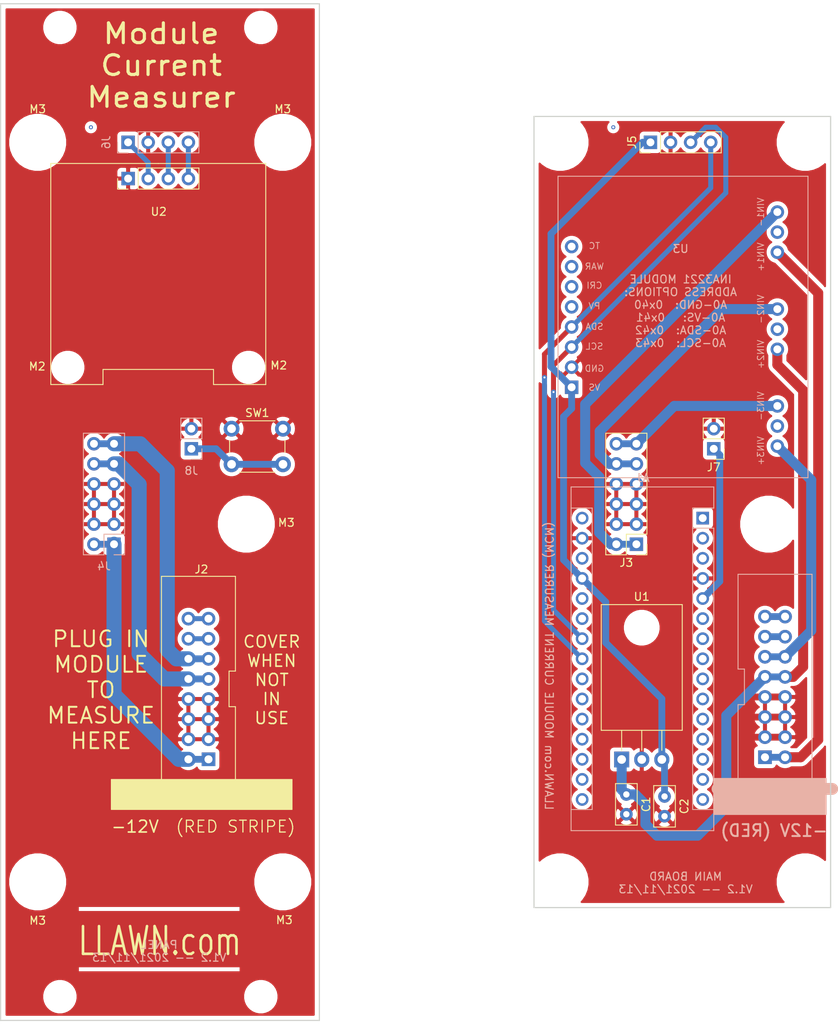
<source format=kicad_pcb>
(kicad_pcb (version 20171130) (host pcbnew "(5.1.10-1-10_14)")

  (general
    (thickness 1.6)
    (drawings 26)
    (tracks 113)
    (zones 0)
    (modules 31)
    (nets 52)
  )

  (page A4)
  (title_block
    (title "Current Measurer")
    (date 2021-11-13)
    (rev V1.2)
    (company LLAWN.com)
  )

  (layers
    (0 Top signal)
    (31 Bottom signal)
    (34 B.Paste user)
    (35 F.Paste user)
    (36 B.SilkS user)
    (37 F.SilkS user)
    (38 B.Mask user)
    (39 F.Mask user)
    (40 Dwgs.User user hide)
    (41 Cmts.User user hide)
    (42 Eco1.User user)
    (43 Eco2.User user)
    (44 Edge.Cuts user)
    (45 Margin user)
    (46 B.CrtYd user)
    (47 F.CrtYd user)
    (48 B.Fab user hide)
    (49 F.Fab user hide)
  )

  (setup
    (last_trace_width 1.27)
    (user_trace_width 0.254)
    (user_trace_width 0.381)
    (user_trace_width 0.635)
    (user_trace_width 0.8636)
    (user_trace_width 1.27)
    (user_trace_width 1.905)
    (trace_clearance 0.1524)
    (zone_clearance 0.508)
    (zone_45_only yes)
    (trace_min 0.1524)
    (via_size 0.508)
    (via_drill 0.254)
    (via_min_size 0.508)
    (via_min_drill 0.254)
    (user_via 0.6096 0.3048)
    (uvia_size 0.508)
    (uvia_drill 0.254)
    (uvias_allowed no)
    (uvia_min_size 0.2)
    (uvia_min_drill 0.1)
    (edge_width 0.15)
    (segment_width 0.2)
    (pcb_text_width 0.3)
    (pcb_text_size 1.5 1.5)
    (mod_edge_width 0.15)
    (mod_text_size 1 1)
    (mod_text_width 0.15)
    (pad_size 1.524 1.524)
    (pad_drill 0.762)
    (pad_to_mask_clearance 0.0508)
    (aux_axis_origin 0 0)
    (visible_elements FFFFFF7F)
    (pcbplotparams
      (layerselection 0x010f0_ffffffff)
      (usegerberextensions true)
      (usegerberattributes false)
      (usegerberadvancedattributes false)
      (creategerberjobfile false)
      (excludeedgelayer true)
      (linewidth 0.100000)
      (plotframeref false)
      (viasonmask false)
      (mode 1)
      (useauxorigin false)
      (hpglpennumber 1)
      (hpglpenspeed 20)
      (hpglpendiameter 15.000000)
      (psnegative false)
      (psa4output false)
      (plotreference true)
      (plotvalue true)
      (plotinvisibletext false)
      (padsonsilk false)
      (subtractmaskfromsilk false)
      (outputformat 1)
      (mirror false)
      (drillshape 0)
      (scaleselection 1)
      (outputdirectory "gerbers/"))
  )

  (net 0 "")
  (net 1 "Net-(A1-Pad16)")
  (net 2 "Net-(A1-Pad15)")
  (net 3 "Net-(A1-Pad30)")
  (net 4 "Net-(A1-Pad14)")
  (net 5 GND)
  (net 6 "Net-(A1-Pad13)")
  (net 7 "Net-(A1-Pad28)")
  (net 8 "Net-(A1-Pad12)")
  (net 9 +5V)
  (net 10 "Net-(A1-Pad11)")
  (net 11 "Net-(A1-Pad26)")
  (net 12 "Net-(A1-Pad10)")
  (net 13 "Net-(A1-Pad25)")
  (net 14 "Net-(A1-Pad9)")
  (net 15 /SCL_PCB1)
  (net 16 "Net-(A1-Pad8)")
  (net 17 /SDA_PCB1)
  (net 18 "Net-(A1-Pad7)")
  (net 19 "Net-(A1-Pad22)")
  (net 20 "Net-(A1-Pad6)")
  (net 21 "Net-(A1-Pad21)")
  (net 22 "Net-(A1-Pad20)")
  (net 23 "Net-(A1-Pad19)")
  (net 24 "Net-(A1-Pad3)")
  (net 25 "Net-(A1-Pad18)")
  (net 26 "Net-(A1-Pad2)")
  (net 27 "Net-(A1-Pad17)")
  (net 28 "Net-(A1-Pad1)")
  (net 29 /POS_12_V_IN)
  (net 30 "Net-(J1-Pad15)")
  (net 31 "Net-(J1-Pad13)")
  (net 32 /POS_5_V_IN)
  (net 33 /NEG_12_V_IN)
  (net 34 "Net-(J2-Pad15)")
  (net 35 "Net-(J2-Pad13)")
  (net 36 /POS_5_V_OUT_PCB2)
  (net 37 /POS_12_V_OUT_PCB2)
  (net 38 /GND_PCB2)
  (net 39 /NEG_12_V_OUT_PCB2)
  (net 40 /POS_5_V_OUT_PCB1)
  (net 41 /POS_12_V_OUT_PCB1)
  (net 42 /NEG_12_V_OUT_PCB1)
  (net 43 /SDA_PCB2)
  (net 44 /SCL_PCB2)
  (net 45 /+5V_PCB2)
  (net 46 "Net-(U3-Pad5)")
  (net 47 "Net-(U3-Pad6)")
  (net 48 "Net-(U3-Pad7)")
  (net 49 "Net-(U3-Pad8)")
  (net 50 /BUTTON_PCB1)
  (net 51 /BUTTON_PCB2)

  (net_class Default "This is the default net class."
    (clearance 0.1524)
    (trace_width 0.1524)
    (via_dia 0.508)
    (via_drill 0.254)
    (uvia_dia 0.508)
    (uvia_drill 0.254)
    (diff_pair_width 0.1524)
    (diff_pair_gap 0.1524)
    (add_net +5V)
    (add_net /+5V_PCB2)
    (add_net /BUTTON_PCB1)
    (add_net /BUTTON_PCB2)
    (add_net /GND_PCB2)
    (add_net /NEG_12_V_IN)
    (add_net /POS_12_V_IN)
    (add_net /POS_5_V_IN)
    (add_net /SCL_PCB1)
    (add_net /SCL_PCB2)
    (add_net /SDA_PCB1)
    (add_net /SDA_PCB2)
    (add_net GND)
    (add_net "Net-(A1-Pad1)")
    (add_net "Net-(A1-Pad10)")
    (add_net "Net-(A1-Pad11)")
    (add_net "Net-(A1-Pad12)")
    (add_net "Net-(A1-Pad13)")
    (add_net "Net-(A1-Pad14)")
    (add_net "Net-(A1-Pad15)")
    (add_net "Net-(A1-Pad16)")
    (add_net "Net-(A1-Pad17)")
    (add_net "Net-(A1-Pad18)")
    (add_net "Net-(A1-Pad19)")
    (add_net "Net-(A1-Pad2)")
    (add_net "Net-(A1-Pad20)")
    (add_net "Net-(A1-Pad21)")
    (add_net "Net-(A1-Pad22)")
    (add_net "Net-(A1-Pad25)")
    (add_net "Net-(A1-Pad26)")
    (add_net "Net-(A1-Pad28)")
    (add_net "Net-(A1-Pad3)")
    (add_net "Net-(A1-Pad30)")
    (add_net "Net-(A1-Pad6)")
    (add_net "Net-(A1-Pad7)")
    (add_net "Net-(A1-Pad8)")
    (add_net "Net-(A1-Pad9)")
    (add_net "Net-(J1-Pad13)")
    (add_net "Net-(J1-Pad15)")
    (add_net "Net-(J2-Pad13)")
    (add_net "Net-(J2-Pad15)")
    (add_net "Net-(U3-Pad5)")
    (add_net "Net-(U3-Pad6)")
    (add_net "Net-(U3-Pad7)")
    (add_net "Net-(U3-Pad8)")
  )

  (net_class power ""
    (clearance 0.1524)
    (trace_width 1.905)
    (via_dia 0.508)
    (via_drill 0.254)
    (uvia_dia 0.508)
    (uvia_drill 0.254)
    (diff_pair_width 0.1524)
    (diff_pair_gap 0.1524)
    (add_net /NEG_12_V_OUT_PCB1)
    (add_net /NEG_12_V_OUT_PCB2)
    (add_net /POS_12_V_OUT_PCB1)
    (add_net /POS_12_V_OUT_PCB2)
    (add_net /POS_5_V_OUT_PCB1)
    (add_net /POS_5_V_OUT_PCB2)
  )

  (module MountingHole:MountingHole_2.2mm_M2 (layer Top) (tedit 56D1B4CB) (tstamp 61906B40)
    (at 58.039 81.153)
    (descr "Mounting Hole 2.2mm, no annular, M2")
    (tags "mounting hole 2.2mm no annular m2")
    (clearance 1)
    (attr virtual)
    (fp_text reference M2 (at -3.8735 -0.127) (layer F.SilkS)
      (effects (font (size 1 1) (thickness 0.15)))
    )
    (fp_text value MountingHole_2.2mm_M2 (at 0 3.2) (layer F.Fab)
      (effects (font (size 1 1) (thickness 0.15)))
    )
    (fp_circle (center 0 0) (end 2.45 0) (layer F.CrtYd) (width 0.05))
    (fp_circle (center 0 0) (end 2.2 0) (layer Cmts.User) (width 0.15))
    (fp_text user %R (at 0.3 0) (layer F.Fab)
      (effects (font (size 1 1) (thickness 0.15)))
    )
    (pad 1 np_thru_hole circle (at 0 0) (size 2.2 2.2) (drill 2.2) (layers *.Cu *.Mask))
  )

  (module MountingHole:MountingHole_2.2mm_M2 (layer Top) (tedit 56D1B4CB) (tstamp 61906AC8)
    (at 80.899 81.153)
    (descr "Mounting Hole 2.2mm, no annular, M2")
    (tags "mounting hole 2.2mm no annular m2")
    (clearance 1)
    (attr virtual)
    (fp_text reference M2 (at 3.81 -0.254) (layer F.SilkS)
      (effects (font (size 1 1) (thickness 0.15)))
    )
    (fp_text value MountingHole_2.2mm_M2 (at 0 3.2) (layer F.Fab)
      (effects (font (size 1 1) (thickness 0.15)))
    )
    (fp_circle (center 0 0) (end 2.45 0) (layer F.CrtYd) (width 0.05))
    (fp_circle (center 0 0) (end 2.2 0) (layer Cmts.User) (width 0.15))
    (fp_text user %R (at 0.3 0) (layer F.Fab)
      (effects (font (size 1 1) (thickness 0.15)))
    )
    (pad 1 np_thru_hole circle (at 0 0) (size 2.2 2.2) (drill 2.2) (layers *.Cu *.Mask))
  )

  (module Button_Switch_THT:SW_PUSH_6mm (layer Top) (tedit 5A02FE31) (tstamp 618F781E)
    (at 78.74 88.9)
    (descr https://www.omron.com/ecb/products/pdf/en-b3f.pdf)
    (tags "tact sw push 6mm")
    (path /618F7334)
    (fp_text reference SW1 (at 3.25 -2) (layer F.SilkS)
      (effects (font (size 1 1) (thickness 0.15)))
    )
    (fp_text value SW_Push (at 3.75 6.7) (layer F.Fab)
      (effects (font (size 1 1) (thickness 0.15)))
    )
    (fp_circle (center 3.25 2.25) (end 1.25 2.5) (layer F.Fab) (width 0.1))
    (fp_line (start 6.75 3) (end 6.75 1.5) (layer F.SilkS) (width 0.12))
    (fp_line (start 5.5 -1) (end 1 -1) (layer F.SilkS) (width 0.12))
    (fp_line (start -0.25 1.5) (end -0.25 3) (layer F.SilkS) (width 0.12))
    (fp_line (start 1 5.5) (end 5.5 5.5) (layer F.SilkS) (width 0.12))
    (fp_line (start 8 -1.25) (end 8 5.75) (layer F.CrtYd) (width 0.05))
    (fp_line (start 7.75 6) (end -1.25 6) (layer F.CrtYd) (width 0.05))
    (fp_line (start -1.5 5.75) (end -1.5 -1.25) (layer F.CrtYd) (width 0.05))
    (fp_line (start -1.25 -1.5) (end 7.75 -1.5) (layer F.CrtYd) (width 0.05))
    (fp_line (start -1.5 6) (end -1.25 6) (layer F.CrtYd) (width 0.05))
    (fp_line (start -1.5 5.75) (end -1.5 6) (layer F.CrtYd) (width 0.05))
    (fp_line (start -1.5 -1.5) (end -1.25 -1.5) (layer F.CrtYd) (width 0.05))
    (fp_line (start -1.5 -1.25) (end -1.5 -1.5) (layer F.CrtYd) (width 0.05))
    (fp_line (start 8 -1.5) (end 8 -1.25) (layer F.CrtYd) (width 0.05))
    (fp_line (start 7.75 -1.5) (end 8 -1.5) (layer F.CrtYd) (width 0.05))
    (fp_line (start 8 6) (end 8 5.75) (layer F.CrtYd) (width 0.05))
    (fp_line (start 7.75 6) (end 8 6) (layer F.CrtYd) (width 0.05))
    (fp_line (start 0.25 -0.75) (end 3.25 -0.75) (layer F.Fab) (width 0.1))
    (fp_line (start 0.25 5.25) (end 0.25 -0.75) (layer F.Fab) (width 0.1))
    (fp_line (start 6.25 5.25) (end 0.25 5.25) (layer F.Fab) (width 0.1))
    (fp_line (start 6.25 -0.75) (end 6.25 5.25) (layer F.Fab) (width 0.1))
    (fp_line (start 3.25 -0.75) (end 6.25 -0.75) (layer F.Fab) (width 0.1))
    (fp_text user %R (at 3.25 2.25) (layer F.Fab)
      (effects (font (size 1 1) (thickness 0.15)))
    )
    (pad 1 thru_hole circle (at 6.5 0 90) (size 2 2) (drill 1.1) (layers *.Cu *.Mask)
      (net 38 /GND_PCB2))
    (pad 2 thru_hole circle (at 6.5 4.5 90) (size 2 2) (drill 1.1) (layers *.Cu *.Mask)
      (net 51 /BUTTON_PCB2))
    (pad 1 thru_hole circle (at 0 0 90) (size 2 2) (drill 1.1) (layers *.Cu *.Mask)
      (net 38 /GND_PCB2))
    (pad 2 thru_hole circle (at 0 4.5 90) (size 2 2) (drill 1.1) (layers *.Cu *.Mask)
      (net 51 /BUTTON_PCB2))
    (model ${KISYS3DMOD}/Button_Switch_THT.3dshapes/SW_PUSH_6mm.wrl
      (at (xyz 0 0 0))
      (scale (xyz 1 1 1))
      (rotate (xyz 0 0 0))
    )
  )

  (module Connector_PinSocket_2.54mm:PinSocket_1x02_P2.54mm_Vertical (layer Bottom) (tedit 5A19A420) (tstamp 618F77FF)
    (at 73.66 91.44)
    (descr "Through hole straight socket strip, 1x02, 2.54mm pitch, single row (from Kicad 4.0.7), script generated")
    (tags "Through hole socket strip THT 1x02 2.54mm single row")
    (path /619636D6)
    (fp_text reference J8 (at 0 2.77) (layer B.SilkS)
      (effects (font (size 1 1) (thickness 0.15)) (justify mirror))
    )
    (fp_text value Front_Conn_1 (at 0 -5.31) (layer B.Fab)
      (effects (font (size 1 1) (thickness 0.15)) (justify mirror))
    )
    (fp_line (start -1.8 -4.3) (end -1.8 1.8) (layer B.CrtYd) (width 0.05))
    (fp_line (start 1.75 -4.3) (end -1.8 -4.3) (layer B.CrtYd) (width 0.05))
    (fp_line (start 1.75 1.8) (end 1.75 -4.3) (layer B.CrtYd) (width 0.05))
    (fp_line (start -1.8 1.8) (end 1.75 1.8) (layer B.CrtYd) (width 0.05))
    (fp_line (start 0 1.33) (end 1.33 1.33) (layer B.SilkS) (width 0.12))
    (fp_line (start 1.33 1.33) (end 1.33 0) (layer B.SilkS) (width 0.12))
    (fp_line (start 1.33 -1.27) (end 1.33 -3.87) (layer B.SilkS) (width 0.12))
    (fp_line (start -1.33 -3.87) (end 1.33 -3.87) (layer B.SilkS) (width 0.12))
    (fp_line (start -1.33 -1.27) (end -1.33 -3.87) (layer B.SilkS) (width 0.12))
    (fp_line (start -1.33 -1.27) (end 1.33 -1.27) (layer B.SilkS) (width 0.12))
    (fp_line (start -1.27 -3.81) (end -1.27 1.27) (layer B.Fab) (width 0.1))
    (fp_line (start 1.27 -3.81) (end -1.27 -3.81) (layer B.Fab) (width 0.1))
    (fp_line (start 1.27 0.635) (end 1.27 -3.81) (layer B.Fab) (width 0.1))
    (fp_line (start 0.635 1.27) (end 1.27 0.635) (layer B.Fab) (width 0.1))
    (fp_line (start -1.27 1.27) (end 0.635 1.27) (layer B.Fab) (width 0.1))
    (fp_text user %R (at 0 -1.27 270) (layer B.Fab)
      (effects (font (size 1 1) (thickness 0.15)) (justify mirror))
    )
    (pad 2 thru_hole oval (at 0 -2.54) (size 1.7 1.7) (drill 1) (layers *.Cu *.Mask)
      (net 38 /GND_PCB2))
    (pad 1 thru_hole rect (at 0 0) (size 1.7 1.7) (drill 1) (layers *.Cu *.Mask)
      (net 51 /BUTTON_PCB2))
    (model ${KISYS3DMOD}/Connector_PinSocket_2.54mm.3dshapes/PinSocket_1x02_P2.54mm_Vertical.wrl
      (at (xyz 0 0 0))
      (scale (xyz 1 1 1))
      (rotate (xyz 0 0 0))
    )
  )

  (module Connector_PinHeader_2.54mm:PinHeader_1x02_P2.54mm_Vertical (layer Top) (tedit 59FED5CC) (tstamp 61909EB0)
    (at 139.7 91.44 180)
    (descr "Through hole straight pin header, 1x02, 2.54mm pitch, single row")
    (tags "Through hole pin header THT 1x02 2.54mm single row")
    (path /61962B2E)
    (fp_text reference J7 (at 0 -2.33) (layer F.SilkS)
      (effects (font (size 1 1) (thickness 0.15)))
    )
    (fp_text value Back_Conn_1 (at 0 4.87) (layer F.Fab)
      (effects (font (size 1 1) (thickness 0.15)))
    )
    (fp_line (start 1.8 -1.8) (end -1.8 -1.8) (layer F.CrtYd) (width 0.05))
    (fp_line (start 1.8 4.35) (end 1.8 -1.8) (layer F.CrtYd) (width 0.05))
    (fp_line (start -1.8 4.35) (end 1.8 4.35) (layer F.CrtYd) (width 0.05))
    (fp_line (start -1.8 -1.8) (end -1.8 4.35) (layer F.CrtYd) (width 0.05))
    (fp_line (start -1.33 -1.33) (end 0 -1.33) (layer F.SilkS) (width 0.12))
    (fp_line (start -1.33 0) (end -1.33 -1.33) (layer F.SilkS) (width 0.12))
    (fp_line (start -1.33 1.27) (end 1.33 1.27) (layer F.SilkS) (width 0.12))
    (fp_line (start 1.33 1.27) (end 1.33 3.87) (layer F.SilkS) (width 0.12))
    (fp_line (start -1.33 1.27) (end -1.33 3.87) (layer F.SilkS) (width 0.12))
    (fp_line (start -1.33 3.87) (end 1.33 3.87) (layer F.SilkS) (width 0.12))
    (fp_line (start -1.27 -0.635) (end -0.635 -1.27) (layer F.Fab) (width 0.1))
    (fp_line (start -1.27 3.81) (end -1.27 -0.635) (layer F.Fab) (width 0.1))
    (fp_line (start 1.27 3.81) (end -1.27 3.81) (layer F.Fab) (width 0.1))
    (fp_line (start 1.27 -1.27) (end 1.27 3.81) (layer F.Fab) (width 0.1))
    (fp_line (start -0.635 -1.27) (end 1.27 -1.27) (layer F.Fab) (width 0.1))
    (fp_text user %R (at 0 1.27 90) (layer F.Fab)
      (effects (font (size 1 1) (thickness 0.15)))
    )
    (pad 2 thru_hole oval (at 0 2.54 180) (size 1.7 1.7) (drill 1) (layers *.Cu *.Mask)
      (net 5 GND))
    (pad 1 thru_hole rect (at 0 0 180) (size 1.7 1.7) (drill 1) (layers *.Cu *.Mask)
      (net 50 /BUTTON_PCB1))
    (model ${KISYS3DMOD}/Connector_PinHeader_2.54mm.3dshapes/PinHeader_1x02_P2.54mm_Vertical.wrl
      (at (xyz 0 0 0))
      (scale (xyz 1 1 1))
      (rotate (xyz 0 0 0))
    )
  )

  (module MountingHole:MountingHole_3.2mm_M3 (layer Top) (tedit 56D1B4CB) (tstamp 618F4ED5)
    (at 82.44016 160.68916)
    (descr "Mounting Hole 3.2mm, no annular, M3")
    (tags "mounting hole 3.2mm no annular m3")
    (attr virtual)
    (fp_text reference M3 (at 0 -4.2) (layer F.SilkS) hide
      (effects (font (size 1 1) (thickness 0.15)))
    )
    (fp_text value MountingHole_3.2mm_M3 (at 0 4.2) (layer F.Fab)
      (effects (font (size 1 1) (thickness 0.15)))
    )
    (fp_circle (center 0 0) (end 3.45 0) (layer F.CrtYd) (width 0.05))
    (fp_circle (center 0 0) (end 3.2 0) (layer Cmts.User) (width 0.15))
    (fp_text user %R (at 0.3 0) (layer F.Fab)
      (effects (font (size 1 1) (thickness 0.15)))
    )
    (pad 1 np_thru_hole circle (at 0 0) (size 3.2 3.2) (drill 3.2) (layers *.Cu *.Mask))
  )

  (module MountingHole:MountingHole_3.2mm_M3 (layer Top) (tedit 56D1B4CB) (tstamp 618F4E9C)
    (at 57.04016 160.68916)
    (descr "Mounting Hole 3.2mm, no annular, M3")
    (tags "mounting hole 3.2mm no annular m3")
    (attr virtual)
    (fp_text reference M3 (at 0 -4.2) (layer F.SilkS) hide
      (effects (font (size 1 1) (thickness 0.15)))
    )
    (fp_text value MountingHole_3.2mm_M3 (at 0 4.2) (layer F.Fab)
      (effects (font (size 1 1) (thickness 0.15)))
    )
    (fp_circle (center 0 0) (end 3.45 0) (layer F.CrtYd) (width 0.05))
    (fp_circle (center 0 0) (end 3.2 0) (layer Cmts.User) (width 0.15))
    (fp_text user %R (at 0.3 0) (layer F.Fab)
      (effects (font (size 1 1) (thickness 0.15)))
    )
    (pad 1 np_thru_hole circle (at 0 0) (size 3.2 3.2) (drill 3.2) (layers *.Cu *.Mask))
  )

  (module MountingHole:MountingHole_3.2mm_M3 (layer Top) (tedit 56D1B4CB) (tstamp 618F4DD8)
    (at 82.44016 38.18916)
    (descr "Mounting Hole 3.2mm, no annular, M3")
    (tags "mounting hole 3.2mm no annular m3")
    (attr virtual)
    (fp_text reference M3 (at 0 -4.2) (layer F.SilkS) hide
      (effects (font (size 1 1) (thickness 0.15)))
    )
    (fp_text value MountingHole_3.2mm_M3 (at 0 4.2) (layer F.Fab)
      (effects (font (size 1 1) (thickness 0.15)))
    )
    (fp_circle (center 0 0) (end 3.45 0) (layer F.CrtYd) (width 0.05))
    (fp_circle (center 0 0) (end 3.2 0) (layer Cmts.User) (width 0.15))
    (fp_text user %R (at 0.3 0) (layer F.Fab)
      (effects (font (size 1 1) (thickness 0.15)))
    )
    (pad 1 np_thru_hole circle (at 0 0) (size 3.2 3.2) (drill 3.2) (layers *.Cu *.Mask))
  )

  (module MountingHole:MountingHole_3.2mm_M3 (layer Top) (tedit 56D1B4CB) (tstamp 618F4D87)
    (at 57.04016 38.18916)
    (descr "Mounting Hole 3.2mm, no annular, M3")
    (tags "mounting hole 3.2mm no annular m3")
    (attr virtual)
    (fp_text reference M3 (at 0 -4.2) (layer F.SilkS) hide
      (effects (font (size 1 1) (thickness 0.15)))
    )
    (fp_text value MountingHole_3.2mm_M3 (at 0 4.2) (layer F.Fab)
      (effects (font (size 1 1) (thickness 0.15)))
    )
    (fp_circle (center 0 0) (end 3.45 0) (layer F.CrtYd) (width 0.05))
    (fp_circle (center 0 0) (end 3.2 0) (layer Cmts.User) (width 0.15))
    (fp_text user %R (at 0.3 0) (layer F.Fab)
      (effects (font (size 1 1) (thickness 0.15)))
    )
    (pad 1 np_thru_hole circle (at 0 0) (size 3.2 3.2) (drill 3.2) (layers *.Cu *.Mask))
  )

  (module Connector_PinSocket_2.54mm:PinSocket_2x06_P2.54mm_Vertical (layer Bottom) (tedit 5A19A42B) (tstamp 617B53A2)
    (at 63.881 103.505)
    (descr "Through hole straight socket strip, 2x06, 2.54mm pitch, double cols (from Kicad 4.0.7), script generated")
    (tags "Through hole socket strip THT 2x06 2.54mm double row")
    (path /6185154D)
    (fp_text reference J4 (at -1.27 2.77) (layer B.SilkS)
      (effects (font (size 1 1) (thickness 0.15)) (justify mirror))
    )
    (fp_text value Front_Conn_2 (at -1.27 -15.47) (layer B.Fab)
      (effects (font (size 1 1) (thickness 0.15)) (justify mirror))
    )
    (fp_line (start -4.34 -14.45) (end -4.34 1.8) (layer B.CrtYd) (width 0.05))
    (fp_line (start 1.76 -14.45) (end -4.34 -14.45) (layer B.CrtYd) (width 0.05))
    (fp_line (start 1.76 1.8) (end 1.76 -14.45) (layer B.CrtYd) (width 0.05))
    (fp_line (start -4.34 1.8) (end 1.76 1.8) (layer B.CrtYd) (width 0.05))
    (fp_line (start 0 1.33) (end 1.33 1.33) (layer B.SilkS) (width 0.12))
    (fp_line (start 1.33 1.33) (end 1.33 0) (layer B.SilkS) (width 0.12))
    (fp_line (start -1.27 1.33) (end -1.27 -1.27) (layer B.SilkS) (width 0.12))
    (fp_line (start -1.27 -1.27) (end 1.33 -1.27) (layer B.SilkS) (width 0.12))
    (fp_line (start 1.33 -1.27) (end 1.33 -14.03) (layer B.SilkS) (width 0.12))
    (fp_line (start -3.87 -14.03) (end 1.33 -14.03) (layer B.SilkS) (width 0.12))
    (fp_line (start -3.87 1.33) (end -3.87 -14.03) (layer B.SilkS) (width 0.12))
    (fp_line (start -3.87 1.33) (end -1.27 1.33) (layer B.SilkS) (width 0.12))
    (fp_line (start -3.81 -13.97) (end -3.81 1.27) (layer B.Fab) (width 0.1))
    (fp_line (start 1.27 -13.97) (end -3.81 -13.97) (layer B.Fab) (width 0.1))
    (fp_line (start 1.27 0.27) (end 1.27 -13.97) (layer B.Fab) (width 0.1))
    (fp_line (start 0.27 1.27) (end 1.27 0.27) (layer B.Fab) (width 0.1))
    (fp_line (start -3.81 1.27) (end 0.27 1.27) (layer B.Fab) (width 0.1))
    (fp_text user %R (at -1.27 -6.35 -90) (layer B.Fab)
      (effects (font (size 1 1) (thickness 0.15)) (justify mirror))
    )
    (pad 12 thru_hole oval (at -2.54 -12.7) (size 1.7 1.7) (drill 1) (layers *.Cu *.Mask)
      (net 36 /POS_5_V_OUT_PCB2))
    (pad 11 thru_hole oval (at 0 -12.7) (size 1.7 1.7) (drill 1) (layers *.Cu *.Mask)
      (net 36 /POS_5_V_OUT_PCB2))
    (pad 10 thru_hole oval (at -2.54 -10.16) (size 1.7 1.7) (drill 1) (layers *.Cu *.Mask)
      (net 37 /POS_12_V_OUT_PCB2))
    (pad 9 thru_hole oval (at 0 -10.16) (size 1.7 1.7) (drill 1) (layers *.Cu *.Mask)
      (net 37 /POS_12_V_OUT_PCB2))
    (pad 8 thru_hole oval (at -2.54 -7.62) (size 1.7 1.7) (drill 1) (layers *.Cu *.Mask)
      (net 38 /GND_PCB2))
    (pad 7 thru_hole oval (at 0 -7.62) (size 1.7 1.7) (drill 1) (layers *.Cu *.Mask)
      (net 38 /GND_PCB2))
    (pad 6 thru_hole oval (at -2.54 -5.08) (size 1.7 1.7) (drill 1) (layers *.Cu *.Mask)
      (net 38 /GND_PCB2))
    (pad 5 thru_hole oval (at 0 -5.08) (size 1.7 1.7) (drill 1) (layers *.Cu *.Mask)
      (net 38 /GND_PCB2))
    (pad 4 thru_hole oval (at -2.54 -2.54) (size 1.7 1.7) (drill 1) (layers *.Cu *.Mask)
      (net 38 /GND_PCB2))
    (pad 3 thru_hole oval (at 0 -2.54) (size 1.7 1.7) (drill 1) (layers *.Cu *.Mask)
      (net 38 /GND_PCB2))
    (pad 2 thru_hole oval (at -2.54 0) (size 1.7 1.7) (drill 1) (layers *.Cu *.Mask)
      (net 39 /NEG_12_V_OUT_PCB2))
    (pad 1 thru_hole rect (at 0 0) (size 1.7 1.7) (drill 1) (layers *.Cu *.Mask)
      (net 39 /NEG_12_V_OUT_PCB2))
    (model ${KISYS3DMOD}/Connector_PinSocket_2.54mm.3dshapes/PinSocket_2x06_P2.54mm_Vertical.wrl
      (at (xyz 0 0 0))
      (scale (xyz 1 1 1))
      (rotate (xyz 0 0 0))
    )
  )

  (module MountingHole:MountingHole_3.2mm_M3 (layer Top) (tedit 56D1B4CB) (tstamp 618E28CA)
    (at 85.217 52.705)
    (descr "Mounting Hole 3.2mm, no annular, M3")
    (tags "mounting hole 3.2mm no annular m3")
    (clearance 2)
    (attr virtual)
    (fp_text reference M3 (at 0 -4.2) (layer F.SilkS)
      (effects (font (size 1 1) (thickness 0.15)))
    )
    (fp_text value MountingHole_3.2mm_M3 (at 0 4.2) (layer F.Fab)
      (effects (font (size 1 1) (thickness 0.15)))
    )
    (fp_circle (center 0 0) (end 3.45 0) (layer F.CrtYd) (width 0.05))
    (fp_circle (center 0 0) (end 3.2 0) (layer Cmts.User) (width 0.15))
    (fp_text user %R (at 0.3 0) (layer F.Fab)
      (effects (font (size 1 1) (thickness 0.15)))
    )
    (pad 1 np_thru_hole circle (at 0 0) (size 3.2 3.2) (drill 3.2) (layers *.Cu *.Mask))
  )

  (module MountingHole:MountingHole_3.2mm_M3 (layer Top) (tedit 56D1B4CB) (tstamp 618E28C3)
    (at 54.229 52.705)
    (descr "Mounting Hole 3.2mm, no annular, M3")
    (tags "mounting hole 3.2mm no annular m3")
    (clearance 2)
    (attr virtual)
    (fp_text reference M3 (at 0 -4.2) (layer F.SilkS)
      (effects (font (size 1 1) (thickness 0.15)))
    )
    (fp_text value MountingHole_3.2mm_M3 (at 0 4.2) (layer F.Fab)
      (effects (font (size 1 1) (thickness 0.15)))
    )
    (fp_circle (center 0 0) (end 3.45 0) (layer F.CrtYd) (width 0.05))
    (fp_circle (center 0 0) (end 3.2 0) (layer Cmts.User) (width 0.15))
    (fp_text user %R (at 0.3 0) (layer F.Fab)
      (effects (font (size 1 1) (thickness 0.15)))
    )
    (pad 1 np_thru_hole circle (at 0 0) (size 3.2 3.2) (drill 3.2) (layers *.Cu *.Mask))
  )

  (module MountingHole:MountingHole_3.2mm_M3 (layer Top) (tedit 56D1B4CB) (tstamp 618E28BC)
    (at 85.217 146.177)
    (descr "Mounting Hole 3.2mm, no annular, M3")
    (tags "mounting hole 3.2mm no annular m3")
    (clearance 2)
    (attr virtual)
    (fp_text reference M3 (at 0.1905 4.826) (layer F.SilkS)
      (effects (font (size 1 1) (thickness 0.15)))
    )
    (fp_text value MountingHole_3.2mm_M3 (at 0 4.2) (layer F.Fab)
      (effects (font (size 1 1) (thickness 0.15)))
    )
    (fp_circle (center 0 0) (end 3.2 0) (layer Cmts.User) (width 0.15))
    (fp_circle (center 0 0) (end 3.45 0) (layer F.CrtYd) (width 0.05))
    (fp_text user %R (at 0.3 0) (layer F.Fab)
      (effects (font (size 1 1) (thickness 0.15)))
    )
    (pad 1 np_thru_hole circle (at 0 0) (size 3.2 3.2) (drill 3.2) (layers *.Cu *.Mask))
  )

  (module MountingHole:MountingHole_3.2mm_M3 (layer Top) (tedit 56D1B4CB) (tstamp 618E28B5)
    (at 54.229 146.177)
    (descr "Mounting Hole 3.2mm, no annular, M3")
    (tags "mounting hole 3.2mm no annular m3")
    (clearance 2)
    (attr virtual)
    (fp_text reference M3 (at 0 4.8895) (layer F.SilkS)
      (effects (font (size 1 1) (thickness 0.15)))
    )
    (fp_text value MountingHole_3.2mm_M3 (at 0 4.2) (layer F.Fab)
      (effects (font (size 1 1) (thickness 0.15)))
    )
    (fp_circle (center 0 0) (end 3.2 0) (layer Cmts.User) (width 0.15))
    (fp_circle (center 0 0) (end 3.45 0) (layer F.CrtYd) (width 0.05))
    (fp_text user %R (at 0.3 0) (layer F.Fab)
      (effects (font (size 1 1) (thickness 0.15)))
    )
    (pad 1 np_thru_hole circle (at 0 0) (size 3.2 3.2) (drill 3.2) (layers *.Cu *.Mask))
  )

  (module MountingHole:MountingHole_3.2mm_M3 (layer Top) (tedit 56D1B4CB) (tstamp 618E2771)
    (at 80.607 100.965)
    (descr "Mounting Hole 3.2mm, no annular, M3")
    (tags "mounting hole 3.2mm no annular m3")
    (clearance 2)
    (attr virtual)
    (fp_text reference M3 (at 5.0545 -0.1905) (layer F.SilkS)
      (effects (font (size 1 1) (thickness 0.15)))
    )
    (fp_text value MountingHole_3.2mm_M3 (at 0 4.2) (layer F.Fab)
      (effects (font (size 1 1) (thickness 0.15)))
    )
    (fp_circle (center 0 0) (end 3.2 0) (layer Cmts.User) (width 0.15))
    (fp_circle (center 0 0) (end 3.45 0) (layer F.CrtYd) (width 0.05))
    (fp_text user %R (at 0.3 0) (layer F.Fab)
      (effects (font (size 1 1) (thickness 0.15)))
    )
    (pad 1 np_thru_hole circle (at 0 0) (size 3.2 3.2) (drill 3.2) (layers *.Cu *.Mask))
  )

  (module MountingHole:MountingHole_3.2mm_M3 (layer Top) (tedit 56D1B4CB) (tstamp 61909E8D)
    (at 146.647 100.965)
    (descr "Mounting Hole 3.2mm, no annular, M3")
    (tags "mounting hole 3.2mm no annular m3")
    (clearance 2)
    (attr virtual)
    (fp_text reference REF** (at 0 -4.2) (layer F.SilkS) hide
      (effects (font (size 1 1) (thickness 0.15)))
    )
    (fp_text value MountingHole_3.2mm_M3 (at 0 4.2) (layer F.Fab)
      (effects (font (size 1 1) (thickness 0.15)))
    )
    (fp_circle (center 0 0) (end 3.2 0) (layer Cmts.User) (width 0.15))
    (fp_circle (center 0 0) (end 3.45 0) (layer F.CrtYd) (width 0.05))
    (fp_text user %R (at 0.3 0) (layer F.Fab)
      (effects (font (size 1 1) (thickness 0.15)))
    )
    (pad 1 np_thru_hole circle (at 0 0) (size 3.2 3.2) (drill 3.2) (layers *.Cu *.Mask))
  )

  (module jwm_kicad_footprints_misc:INA3221_Module_P2.54mm_NoVPU_NoExtraGnds (layer Bottom) (tedit 61664D00) (tstamp 61909DFE)
    (at 121.793 83.693 270)
    (descr "INA3221 Module with holes for using P2.54mm pin headers")
    (path /6167CB91)
    (fp_text reference U3 (at -17.526 -13.716) (layer B.SilkS)
      (effects (font (size 1 1) (thickness 0.15)) (justify mirror))
    )
    (fp_text value INA3221_Module_NoVPU (at -7.62 -15.42 270) (layer B.Fab)
      (effects (font (size 1 1) (thickness 0.15)) (justify mirror))
    )
    (fp_circle (center 7.4 -26.49) (end 8.525 -26.49) (layer B.Fab) (width 0.12))
    (fp_circle (center 7.4 -26.49) (end 9.4 -26.49) (layer B.Fab) (width 0.12))
    (fp_circle (center 2.32 -26.49) (end 3.445 -26.49) (layer B.Fab) (width 0.12))
    (fp_circle (center 2.32 -26.49) (end 4.32 -26.49) (layer B.Fab) (width 0.12))
    (fp_circle (center -4.85 -26.49) (end -3.725 -26.49) (layer B.Fab) (width 0.12))
    (fp_circle (center -4.85 -26.49) (end -2.85 -26.49) (layer B.Fab) (width 0.12))
    (fp_circle (center -9.93 -26.49) (end -8.805 -26.49) (layer B.Fab) (width 0.12))
    (fp_circle (center -9.93 -26.49) (end -7.93 -26.49) (layer B.Fab) (width 0.12))
    (fp_circle (center -17.1 -26.49) (end -15.975 -26.49) (layer B.Fab) (width 0.12))
    (fp_circle (center -17.1 -26.49) (end -15.1 -26.49) (layer B.Fab) (width 0.12))
    (fp_circle (center -22.18 -26.49) (end -21.055 -26.49) (layer B.Fab) (width 0.12))
    (fp_circle (center -22.18 -26.49) (end -20.18 -26.49) (layer B.Fab) (width 0.12))
    (fp_line (start 11.4 -29.82) (end -26.7 -29.82) (layer B.Fab) (width 0.12))
    (fp_line (start -26.7 -29.82) (end -26.7 1.78) (layer B.Fab) (width 0.12))
    (fp_line (start -26.7 1.78) (end 11.4 1.78) (layer B.Fab) (width 0.12))
    (fp_line (start 11.4 1.78) (end 11.4 -29.82) (layer B.Fab) (width 0.12))
    (fp_circle (center 8 -1.62) (end 9.125 -1.62) (layer B.Fab) (width 0.12))
    (fp_circle (center 8 -6.7) (end 9.125 -6.7) (layer B.Fab) (width 0.12))
    (fp_circle (center 8 -11.78) (end 9.125 -11.78) (layer B.Fab) (width 0.12))
    (fp_circle (center 8 -1.62) (end 10 -1.62) (layer B.Fab) (width 0.12))
    (fp_circle (center 8 -6.7) (end 10 -6.7) (layer B.Fab) (width 0.12))
    (fp_circle (center 8 -11.78) (end 10 -11.78) (layer B.Fab) (width 0.12))
    (fp_circle (center 8.73 -18.72) (end 10.45 -18.72) (layer B.Fab) (width 0.12))
    (fp_circle (center -23.93 -18.72) (end -22.21 -18.72) (layer B.Fab) (width 0.12))
    (fp_circle (center -23.93 -0.81) (end -22.21 -0.81) (layer B.Fab) (width 0.12))
    (fp_line (start 11.5 -30.02) (end -26.9 -30.02) (layer B.CrtYd) (width 0.12))
    (fp_line (start -26.9 -30.02) (end -26.9 1.98) (layer B.CrtYd) (width 0.12))
    (fp_line (start -26.9 1.98) (end 11.6 1.98) (layer B.CrtYd) (width 0.12))
    (fp_line (start 11.6 1.98) (end 11.6 -30.02) (layer B.CrtYd) (width 0.12))
    (fp_line (start 11.6 -30.02) (end 11.5 -30.02) (layer B.CrtYd) (width 0.12))
    (fp_line (start -26.7 1.78) (end 11.4 1.78) (layer B.SilkS) (width 0.12))
    (fp_line (start 11.4 1.78) (end 11.4 -29.82) (layer B.SilkS) (width 0.12))
    (fp_line (start 11.4 -29.82) (end -26.7 -29.82) (layer B.SilkS) (width 0.12))
    (fp_line (start -26.7 -29.82) (end -26.7 1.78) (layer B.SilkS) (width 0.12))
    (fp_text user VIN3+ (at 8 -23.855 90) (layer B.SilkS)
      (effects (font (size 0.8 0.8) (thickness 0.11)) (justify mirror))
    )
    (fp_text user VIN1- (at -22.1788 -23.855 90) (layer B.SilkS)
      (effects (font (size 0.8 0.8) (thickness 0.11)) (justify mirror))
    )
    (fp_text user VIN3- (at 2.3322 -23.855 90) (layer B.SilkS)
      (effects (font (size 0.8 0.8) (thickness 0.11)) (justify mirror))
    )
    (fp_text user VIN2+ (at -4.2 -23.855 90) (layer B.SilkS)
      (effects (font (size 0.8 0.8) (thickness 0.11)) (justify mirror))
    )
    (fp_text user VIN2- (at -9.9106 -23.855 90) (layer B.SilkS)
      (effects (font (size 0.8 0.8) (thickness 0.11)) (justify mirror))
    )
    (fp_text user VIN1+ (at -16.5 -23.855 90) (layer B.SilkS)
      (effects (font (size 0.8 0.8) (thickness 0.11)) (justify mirror))
    )
    (fp_text user VS (at 0 -2.82) (layer B.SilkS)
      (effects (font (size 0.8 0.8) (thickness 0.11)) (justify mirror))
    )
    (fp_text user GND (at -2.4 -2.82) (layer B.SilkS)
      (effects (font (size 0.8 0.8) (thickness 0.11)) (justify mirror))
    )
    (fp_text user SCL (at -5.2 -2.82 180) (layer B.SilkS)
      (effects (font (size 0.8 0.8) (thickness 0.11)) (justify mirror))
    )
    (fp_text user SDA (at -7.7 -2.82 180) (layer B.SilkS)
      (effects (font (size 0.8 0.8) (thickness 0.11)) (justify mirror))
    )
    (fp_text user PV (at -10.3 -2.82 180) (layer B.SilkS)
      (effects (font (size 0.8 0.8) (thickness 0.11)) (justify mirror))
    )
    (fp_text user CRI (at -12.9 -2.82) (layer B.SilkS)
      (effects (font (size 0.8 0.8) (thickness 0.11)) (justify mirror))
    )
    (fp_text user WAR (at -15.3 -2.82) (layer B.SilkS)
      (effects (font (size 0.8 0.8) (thickness 0.11)) (justify mirror))
    )
    (fp_text user TC (at -17.9 -2.82) (layer B.SilkS)
      (effects (font (size 0.8 0.8) (thickness 0.11)) (justify mirror))
    )
    (pad 14 thru_hole circle (at 7.4122 -25.9496 90) (size 1.7 1.7) (drill 1) (layers *.Cu *.Mask)
      (net 32 /POS_5_V_IN))
    (pad "" thru_hole circle (at 4.8722 -25.9496 90) (size 1.7 1.7) (drill 1) (layers *.Cu *.Mask))
    (pad 13 thru_hole circle (at 2.3322 -25.9496 90) (size 1.7 1.7) (drill 1) (layers *.Cu *.Mask)
      (net 40 /POS_5_V_OUT_PCB1))
    (pad 12 thru_hole circle (at -4.8306 -25.9496 90) (size 1.7 1.7) (drill 1) (layers *.Cu *.Mask)
      (net 29 /POS_12_V_IN))
    (pad "" thru_hole circle (at -7.3706 -25.9496 90) (size 1.7 1.7) (drill 1) (layers *.Cu *.Mask))
    (pad 11 thru_hole circle (at -9.9106 -25.9496 90) (size 1.7 1.7) (drill 1) (layers *.Cu *.Mask)
      (net 41 /POS_12_V_OUT_PCB1))
    (pad 9 thru_hole circle (at -22.1788 -25.9496 90) (size 1.7 1.7) (drill 1) (layers *.Cu *.Mask)
      (net 42 /NEG_12_V_OUT_PCB1))
    (pad "" thru_hole circle (at -19.6388 -25.9496 90) (size 1.7 1.7) (drill 1) (layers *.Cu *.Mask))
    (pad 10 thru_hole circle (at -17.0988 -25.9496 90) (size 1.7 1.7) (drill 1) (layers *.Cu *.Mask)
      (net 33 /NEG_12_V_IN))
    (pad 1 thru_hole rect (at -0.03 0.06 90) (size 1.7 1.7) (drill 1) (layers *.Cu *.Mask)
      (net 9 +5V))
    (pad 2 thru_hole circle (at -2.57 0.06 90) (size 1.7 1.7) (drill 1) (layers *.Cu *.Mask)
      (net 5 GND))
    (pad 3 thru_hole circle (at -5.11 0.06 90) (size 1.7 1.7) (drill 1) (layers *.Cu *.Mask)
      (net 15 /SCL_PCB1))
    (pad 4 thru_hole circle (at -7.65 0.06 90) (size 1.7 1.7) (drill 1) (layers *.Cu *.Mask)
      (net 17 /SDA_PCB1))
    (pad 5 thru_hole circle (at -10.19 0.06 90) (size 1.7 1.7) (drill 1) (layers *.Cu *.Mask)
      (net 46 "Net-(U3-Pad5)"))
    (pad 6 thru_hole circle (at -12.73 0.06 90) (size 1.7 1.7) (drill 1) (layers *.Cu *.Mask)
      (net 47 "Net-(U3-Pad6)"))
    (pad 7 thru_hole circle (at -15.27 0.06 90) (size 1.7 1.7) (drill 1) (layers *.Cu *.Mask)
      (net 48 "Net-(U3-Pad7)"))
    (pad 8 thru_hole circle (at -17.81 0.06 90) (size 1.7 1.7) (drill 1) (layers *.Cu *.Mask)
      (net 49 "Net-(U3-Pad8)"))
  )

  (module jwm_kicad_footprints_misc:SSD1306_I2C_OLED_Module_0.96_inch (layer Top) (tedit 5EB6EBB6) (tstamp 617B54D6)
    (at 65.66408 57.28208)
    (descr "Through hole straight pin header, 1x04, 2.54mm pitch, single row")
    (tags "Through hole pin header THT 1x04 2.54mm single row")
    (path /5EB7472D)
    (fp_text reference U2 (at 3.86842 4.18592 180) (layer F.SilkS)
      (effects (font (size 1 1) (thickness 0.15)))
    )
    (fp_text value "SSD1306 I2C OLED Module 0.96 inch (128X64)" (at 3.81 19.05) (layer F.Fab)
      (effects (font (size 1 1) (thickness 0.15)))
    )
    (fp_line (start -1.27 0.635) (end -1.27 -1.27) (layer F.Fab) (width 0.1))
    (fp_line (start -1.27 -1.27) (end 8.89 -1.27) (layer F.Fab) (width 0.1))
    (fp_line (start 8.89 -1.27) (end 8.89 1.27) (layer F.Fab) (width 0.1))
    (fp_line (start 8.89 1.27) (end -0.635 1.27) (layer F.Fab) (width 0.1))
    (fp_line (start -0.635 1.27) (end -1.27 0.635) (layer F.Fab) (width 0.1))
    (fp_line (start 8.95 1.33) (end 8.95 -1.33) (layer F.SilkS) (width 0.12))
    (fp_line (start 1.27 1.33) (end 8.95 1.33) (layer F.SilkS) (width 0.12))
    (fp_line (start 1.27 -1.33) (end 8.95 -1.33) (layer F.SilkS) (width 0.12))
    (fp_line (start 1.27 1.33) (end 1.27 -1.33) (layer F.SilkS) (width 0.12))
    (fp_line (start 0 1.33) (end -1.33 1.33) (layer F.SilkS) (width 0.12))
    (fp_line (start -1.33 1.33) (end -1.33 0) (layer F.SilkS) (width 0.12))
    (fp_line (start -1.8 1.8) (end 9.4 1.8) (layer F.CrtYd) (width 0.05))
    (fp_line (start 9.4 1.8) (end 9.4 -1.8) (layer F.CrtYd) (width 0.05))
    (fp_line (start 9.4 -1.8) (end -1.8 -1.8) (layer F.CrtYd) (width 0.05))
    (fp_line (start -1.8 -1.8) (end -1.8 1.8) (layer F.CrtYd) (width 0.05))
    (fp_line (start 3.81 -1.905) (end -9.779 -1.905) (layer F.SilkS) (width 0.12))
    (fp_line (start 3.81 -1.905) (end 17.399 -1.905) (layer F.SilkS) (width 0.12))
    (fp_line (start 17.399 -1.905) (end 17.399 26.035) (layer F.SilkS) (width 0.12))
    (fp_line (start -9.779 -1.905) (end -9.779 26.035) (layer F.SilkS) (width 0.12))
    (fp_line (start -9.779 26.035) (end -3.175 26.035) (layer F.SilkS) (width 0.12))
    (fp_line (start 17.399 26.035) (end 10.795 26.035) (layer F.SilkS) (width 0.12))
    (fp_line (start -3.175 26.035) (end -3.175 24.13) (layer F.SilkS) (width 0.12))
    (fp_line (start 10.795 26.035) (end 10.795 24.13) (layer F.SilkS) (width 0.12))
    (fp_line (start 10.795 24.13) (end -3.175 24.13) (layer F.SilkS) (width 0.12))
    (fp_circle (center -7.62 0.381) (end -5.461 0.381) (layer Dwgs.User) (width 0.12))
    (fp_circle (center 15.24 0.381) (end 17.399 0.381) (layer Dwgs.User) (width 0.12))
    (fp_circle (center 15.24 23.876) (end 17.399 23.876) (layer Dwgs.User) (width 0.12))
    (fp_circle (center -7.62 23.876) (end -5.461 23.876) (layer Dwgs.User) (width 0.12))
    (fp_line (start -9.525 2.54) (end 17.145 2.54) (layer Dwgs.User) (width 0.12))
    (fp_line (start 17.145 2.54) (end 17.145 21.59) (layer Dwgs.User) (width 0.12))
    (fp_line (start 17.145 21.59) (end -9.525 21.59) (layer Dwgs.User) (width 0.12))
    (fp_line (start -9.525 21.59) (end -9.525 2.54) (layer Dwgs.User) (width 0.12))
    (fp_line (start -6.985 3.81) (end 14.605 3.81) (layer Dwgs.User) (width 0.12))
    (fp_line (start 14.605 3.81) (end 14.605 15.875) (layer Dwgs.User) (width 0.12))
    (fp_line (start 14.605 15.875) (end -6.985 15.875) (layer Dwgs.User) (width 0.12))
    (fp_line (start -6.985 15.875) (end -6.985 3.81) (layer Dwgs.User) (width 0.12))
    (fp_text user %R (at 3.81 0 180) (layer F.Fab)
      (effects (font (size 1 1) (thickness 0.15)))
    )
    (pad 1 thru_hole rect (at 0 0 90) (size 1.7 1.7) (drill 1) (layers *.Cu *.Mask)
      (net 38 /GND_PCB2))
    (pad 2 thru_hole oval (at 2.54 0 90) (size 1.7 1.7) (drill 1) (layers *.Cu *.Mask)
      (net 45 /+5V_PCB2))
    (pad 3 thru_hole oval (at 5.08 0 90) (size 1.7 1.7) (drill 1) (layers *.Cu *.Mask)
      (net 44 /SCL_PCB2))
    (pad 4 thru_hole oval (at 7.62 0 90) (size 1.7 1.7) (drill 1) (layers *.Cu *.Mask)
      (net 43 /SDA_PCB2))
    (model ${KICAD_USER_3DMODEL_DIR}/CDMX-ELECTRONICA/OLED-128x64-0.96.step
      (offset (xyz 38.1 -7.238999999999999 3.556))
      (scale (xyz 0.998 0.998 0.998))
      (rotate (xyz 0 0 0))
    )
  )

  (module Package_TO_SOT_THT:TO-220-3_Horizontal_TabDown (layer Top) (tedit 5AC8BA0D) (tstamp 61909D7C)
    (at 128.057 130.712)
    (descr "TO-220-3, Horizontal, RM 2.54mm, see https://www.vishay.com/docs/66542/to-220-1.pdf")
    (tags "TO-220-3 Horizontal RM 2.54mm")
    (path /5E9920D3)
    (fp_text reference U1 (at 2.54 -20.58) (layer F.SilkS)
      (effects (font (size 1 1) (thickness 0.15)))
    )
    (fp_text value L7805 (at 2.54 2) (layer F.Fab)
      (effects (font (size 1 1) (thickness 0.15)))
    )
    (fp_line (start 7.79 -19.71) (end -2.71 -19.71) (layer F.CrtYd) (width 0.05))
    (fp_line (start 7.79 1.25) (end 7.79 -19.71) (layer F.CrtYd) (width 0.05))
    (fp_line (start -2.71 1.25) (end 7.79 1.25) (layer F.CrtYd) (width 0.05))
    (fp_line (start -2.71 -19.71) (end -2.71 1.25) (layer F.CrtYd) (width 0.05))
    (fp_line (start 5.08 -3.69) (end 5.08 -1.15) (layer F.SilkS) (width 0.12))
    (fp_line (start 2.54 -3.69) (end 2.54 -1.15) (layer F.SilkS) (width 0.12))
    (fp_line (start 0 -3.69) (end 0 -1.15) (layer F.SilkS) (width 0.12))
    (fp_line (start 7.66 -19.58) (end 7.66 -3.69) (layer F.SilkS) (width 0.12))
    (fp_line (start -2.58 -19.58) (end -2.58 -3.69) (layer F.SilkS) (width 0.12))
    (fp_line (start -2.58 -19.58) (end 7.66 -19.58) (layer F.SilkS) (width 0.12))
    (fp_line (start -2.58 -3.69) (end 7.66 -3.69) (layer F.SilkS) (width 0.12))
    (fp_line (start 5.08 -3.81) (end 5.08 0) (layer F.Fab) (width 0.1))
    (fp_line (start 2.54 -3.81) (end 2.54 0) (layer F.Fab) (width 0.1))
    (fp_line (start 0 -3.81) (end 0 0) (layer F.Fab) (width 0.1))
    (fp_line (start 7.54 -3.81) (end -2.46 -3.81) (layer F.Fab) (width 0.1))
    (fp_line (start 7.54 -13.06) (end 7.54 -3.81) (layer F.Fab) (width 0.1))
    (fp_line (start -2.46 -13.06) (end 7.54 -13.06) (layer F.Fab) (width 0.1))
    (fp_line (start -2.46 -3.81) (end -2.46 -13.06) (layer F.Fab) (width 0.1))
    (fp_line (start 7.54 -13.06) (end -2.46 -13.06) (layer F.Fab) (width 0.1))
    (fp_line (start 7.54 -19.46) (end 7.54 -13.06) (layer F.Fab) (width 0.1))
    (fp_line (start -2.46 -19.46) (end 7.54 -19.46) (layer F.Fab) (width 0.1))
    (fp_line (start -2.46 -13.06) (end -2.46 -19.46) (layer F.Fab) (width 0.1))
    (fp_circle (center 2.54 -16.66) (end 4.39 -16.66) (layer F.Fab) (width 0.1))
    (fp_text user %R (at 2.54 -20.58) (layer F.Fab)
      (effects (font (size 1 1) (thickness 0.15)))
    )
    (pad 3 thru_hole oval (at 5.08 0) (size 1.905 2) (drill 1.1) (layers *.Cu *.Mask)
      (net 9 +5V))
    (pad 2 thru_hole oval (at 2.54 0) (size 1.905 2) (drill 1.1) (layers *.Cu *.Mask)
      (net 5 GND))
    (pad 1 thru_hole rect (at 0 0) (size 1.905 2) (drill 1.1) (layers *.Cu *.Mask)
      (net 29 /POS_12_V_IN))
    (pad "" np_thru_hole oval (at 2.54 -16.66) (size 3.5 3.5) (drill 3.5) (layers *.Cu *.Mask))
    (model ${KISYS3DMOD}/Package_TO_SOT_THT.3dshapes/TO-220-3_Horizontal_TabDown.wrl
      (at (xyz 0 0 0))
      (scale (xyz 1 1 1))
      (rotate (xyz 0 0 0))
    )
  )

  (module Connector_PinSocket_2.54mm:PinSocket_1x04_P2.54mm_Vertical (layer Bottom) (tedit 5A19A429) (tstamp 617B5C8A)
    (at 65.659 52.705 270)
    (descr "Through hole straight socket strip, 1x04, 2.54mm pitch, single row (from Kicad 4.0.7), script generated")
    (tags "Through hole socket strip THT 1x04 2.54mm single row")
    (path /618422A9)
    (fp_text reference J6 (at 0 2.77 270) (layer B.SilkS)
      (effects (font (size 1 1) (thickness 0.15)) (justify mirror))
    )
    (fp_text value Front_Conn_3 (at 0 -10.39 270) (layer B.Fab)
      (effects (font (size 1 1) (thickness 0.15)) (justify mirror))
    )
    (fp_line (start -1.8 -9.4) (end -1.8 1.8) (layer B.CrtYd) (width 0.05))
    (fp_line (start 1.75 -9.4) (end -1.8 -9.4) (layer B.CrtYd) (width 0.05))
    (fp_line (start 1.75 1.8) (end 1.75 -9.4) (layer B.CrtYd) (width 0.05))
    (fp_line (start -1.8 1.8) (end 1.75 1.8) (layer B.CrtYd) (width 0.05))
    (fp_line (start 0 1.33) (end 1.33 1.33) (layer B.SilkS) (width 0.12))
    (fp_line (start 1.33 1.33) (end 1.33 0) (layer B.SilkS) (width 0.12))
    (fp_line (start 1.33 -1.27) (end 1.33 -8.95) (layer B.SilkS) (width 0.12))
    (fp_line (start -1.33 -8.95) (end 1.33 -8.95) (layer B.SilkS) (width 0.12))
    (fp_line (start -1.33 -1.27) (end -1.33 -8.95) (layer B.SilkS) (width 0.12))
    (fp_line (start -1.33 -1.27) (end 1.33 -1.27) (layer B.SilkS) (width 0.12))
    (fp_line (start -1.27 -8.89) (end -1.27 1.27) (layer B.Fab) (width 0.1))
    (fp_line (start 1.27 -8.89) (end -1.27 -8.89) (layer B.Fab) (width 0.1))
    (fp_line (start 1.27 0.635) (end 1.27 -8.89) (layer B.Fab) (width 0.1))
    (fp_line (start 0.635 1.27) (end 1.27 0.635) (layer B.Fab) (width 0.1))
    (fp_line (start -1.27 1.27) (end 0.635 1.27) (layer B.Fab) (width 0.1))
    (fp_text user %R (at 0 -3.81) (layer B.Fab)
      (effects (font (size 1 1) (thickness 0.15)) (justify mirror))
    )
    (pad 4 thru_hole oval (at 0 -7.62 270) (size 1.7 1.7) (drill 1) (layers *.Cu *.Mask)
      (net 43 /SDA_PCB2))
    (pad 3 thru_hole oval (at 0 -5.08 270) (size 1.7 1.7) (drill 1) (layers *.Cu *.Mask)
      (net 44 /SCL_PCB2))
    (pad 2 thru_hole oval (at 0 -2.54 270) (size 1.7 1.7) (drill 1) (layers *.Cu *.Mask)
      (net 38 /GND_PCB2))
    (pad 1 thru_hole rect (at 0 0 270) (size 1.7 1.7) (drill 1) (layers *.Cu *.Mask)
      (net 45 /+5V_PCB2))
    (model ${KISYS3DMOD}/Connector_PinSocket_2.54mm.3dshapes/PinSocket_1x04_P2.54mm_Vertical.wrl
      (at (xyz 0 0 0))
      (scale (xyz 1 1 1))
      (rotate (xyz 0 0 0))
    )
  )

  (module Connector_PinHeader_2.54mm:PinHeader_1x04_P2.54mm_Vertical (layer Top) (tedit 59FED5CC) (tstamp 61909D2F)
    (at 131.699 52.705 90)
    (descr "Through hole straight pin header, 1x04, 2.54mm pitch, single row")
    (tags "Through hole pin header THT 1x04 2.54mm single row")
    (path /61843790)
    (fp_text reference J5 (at 0 -2.33 90) (layer F.SilkS)
      (effects (font (size 1 1) (thickness 0.15)))
    )
    (fp_text value Back_Conn_3 (at 0 9.95 90) (layer F.Fab)
      (effects (font (size 1 1) (thickness 0.15)))
    )
    (fp_line (start 1.8 -1.8) (end -1.8 -1.8) (layer F.CrtYd) (width 0.05))
    (fp_line (start 1.8 9.4) (end 1.8 -1.8) (layer F.CrtYd) (width 0.05))
    (fp_line (start -1.8 9.4) (end 1.8 9.4) (layer F.CrtYd) (width 0.05))
    (fp_line (start -1.8 -1.8) (end -1.8 9.4) (layer F.CrtYd) (width 0.05))
    (fp_line (start -1.33 -1.33) (end 0 -1.33) (layer F.SilkS) (width 0.12))
    (fp_line (start -1.33 0) (end -1.33 -1.33) (layer F.SilkS) (width 0.12))
    (fp_line (start -1.33 1.27) (end 1.33 1.27) (layer F.SilkS) (width 0.12))
    (fp_line (start 1.33 1.27) (end 1.33 8.95) (layer F.SilkS) (width 0.12))
    (fp_line (start -1.33 1.27) (end -1.33 8.95) (layer F.SilkS) (width 0.12))
    (fp_line (start -1.33 8.95) (end 1.33 8.95) (layer F.SilkS) (width 0.12))
    (fp_line (start -1.27 -0.635) (end -0.635 -1.27) (layer F.Fab) (width 0.1))
    (fp_line (start -1.27 8.89) (end -1.27 -0.635) (layer F.Fab) (width 0.1))
    (fp_line (start 1.27 8.89) (end -1.27 8.89) (layer F.Fab) (width 0.1))
    (fp_line (start 1.27 -1.27) (end 1.27 8.89) (layer F.Fab) (width 0.1))
    (fp_line (start -0.635 -1.27) (end 1.27 -1.27) (layer F.Fab) (width 0.1))
    (fp_text user %R (at 0 3.81) (layer F.Fab)
      (effects (font (size 1 1) (thickness 0.15)))
    )
    (pad 4 thru_hole oval (at 0 7.62 90) (size 1.7 1.7) (drill 1) (layers *.Cu *.Mask)
      (net 17 /SDA_PCB1))
    (pad 3 thru_hole oval (at 0 5.08 90) (size 1.7 1.7) (drill 1) (layers *.Cu *.Mask)
      (net 15 /SCL_PCB1))
    (pad 2 thru_hole oval (at 0 2.54 90) (size 1.7 1.7) (drill 1) (layers *.Cu *.Mask)
      (net 5 GND))
    (pad 1 thru_hole rect (at 0 0 90) (size 1.7 1.7) (drill 1) (layers *.Cu *.Mask)
      (net 9 +5V))
    (model ${KISYS3DMOD}/Connector_PinHeader_2.54mm.3dshapes/PinHeader_1x04_P2.54mm_Vertical.wrl
      (at (xyz 0 0 0))
      (scale (xyz 1 1 1))
      (rotate (xyz 0 0 0))
    )
  )

  (module Connector_PinHeader_2.54mm:PinHeader_2x06_P2.54mm_Vertical (layer Top) (tedit 59FED5CC) (tstamp 61909CD6)
    (at 129.921 103.505 180)
    (descr "Through hole straight pin header, 2x06, 2.54mm pitch, double rows")
    (tags "Through hole pin header THT 2x06 2.54mm double row")
    (path /618408CE)
    (fp_text reference J3 (at 1.27 -2.33) (layer F.SilkS)
      (effects (font (size 1 1) (thickness 0.15)))
    )
    (fp_text value Back_Conn_2 (at 1.27 15.03) (layer F.Fab)
      (effects (font (size 1 1) (thickness 0.15)))
    )
    (fp_line (start 4.35 -1.8) (end -1.8 -1.8) (layer F.CrtYd) (width 0.05))
    (fp_line (start 4.35 14.5) (end 4.35 -1.8) (layer F.CrtYd) (width 0.05))
    (fp_line (start -1.8 14.5) (end 4.35 14.5) (layer F.CrtYd) (width 0.05))
    (fp_line (start -1.8 -1.8) (end -1.8 14.5) (layer F.CrtYd) (width 0.05))
    (fp_line (start -1.33 -1.33) (end 0 -1.33) (layer F.SilkS) (width 0.12))
    (fp_line (start -1.33 0) (end -1.33 -1.33) (layer F.SilkS) (width 0.12))
    (fp_line (start 1.27 -1.33) (end 3.87 -1.33) (layer F.SilkS) (width 0.12))
    (fp_line (start 1.27 1.27) (end 1.27 -1.33) (layer F.SilkS) (width 0.12))
    (fp_line (start -1.33 1.27) (end 1.27 1.27) (layer F.SilkS) (width 0.12))
    (fp_line (start 3.87 -1.33) (end 3.87 14.03) (layer F.SilkS) (width 0.12))
    (fp_line (start -1.33 1.27) (end -1.33 14.03) (layer F.SilkS) (width 0.12))
    (fp_line (start -1.33 14.03) (end 3.87 14.03) (layer F.SilkS) (width 0.12))
    (fp_line (start -1.27 0) (end 0 -1.27) (layer F.Fab) (width 0.1))
    (fp_line (start -1.27 13.97) (end -1.27 0) (layer F.Fab) (width 0.1))
    (fp_line (start 3.81 13.97) (end -1.27 13.97) (layer F.Fab) (width 0.1))
    (fp_line (start 3.81 -1.27) (end 3.81 13.97) (layer F.Fab) (width 0.1))
    (fp_line (start 0 -1.27) (end 3.81 -1.27) (layer F.Fab) (width 0.1))
    (fp_text user %R (at 1.27 6.35 90) (layer F.Fab)
      (effects (font (size 1 1) (thickness 0.15)))
    )
    (pad 12 thru_hole oval (at 2.54 12.7 180) (size 1.7 1.7) (drill 1) (layers *.Cu *.Mask)
      (net 40 /POS_5_V_OUT_PCB1))
    (pad 11 thru_hole oval (at 0 12.7 180) (size 1.7 1.7) (drill 1) (layers *.Cu *.Mask)
      (net 40 /POS_5_V_OUT_PCB1))
    (pad 10 thru_hole oval (at 2.54 10.16 180) (size 1.7 1.7) (drill 1) (layers *.Cu *.Mask)
      (net 41 /POS_12_V_OUT_PCB1))
    (pad 9 thru_hole oval (at 0 10.16 180) (size 1.7 1.7) (drill 1) (layers *.Cu *.Mask)
      (net 41 /POS_12_V_OUT_PCB1))
    (pad 8 thru_hole oval (at 2.54 7.62 180) (size 1.7 1.7) (drill 1) (layers *.Cu *.Mask)
      (net 5 GND))
    (pad 7 thru_hole oval (at 0 7.62 180) (size 1.7 1.7) (drill 1) (layers *.Cu *.Mask)
      (net 5 GND))
    (pad 6 thru_hole oval (at 2.54 5.08 180) (size 1.7 1.7) (drill 1) (layers *.Cu *.Mask)
      (net 5 GND))
    (pad 5 thru_hole oval (at 0 5.08 180) (size 1.7 1.7) (drill 1) (layers *.Cu *.Mask)
      (net 5 GND))
    (pad 4 thru_hole oval (at 2.54 2.54 180) (size 1.7 1.7) (drill 1) (layers *.Cu *.Mask)
      (net 5 GND))
    (pad 3 thru_hole oval (at 0 2.54 180) (size 1.7 1.7) (drill 1) (layers *.Cu *.Mask)
      (net 5 GND))
    (pad 2 thru_hole oval (at 2.54 0 180) (size 1.7 1.7) (drill 1) (layers *.Cu *.Mask)
      (net 42 /NEG_12_V_OUT_PCB1))
    (pad 1 thru_hole rect (at 0 0 180) (size 1.7 1.7) (drill 1) (layers *.Cu *.Mask)
      (net 42 /NEG_12_V_OUT_PCB1))
    (model ${KISYS3DMOD}/Connector_PinHeader_2.54mm.3dshapes/PinHeader_2x06_P2.54mm_Vertical.wrl
      (at (xyz 0 0 0))
      (scale (xyz 1 1 1))
      (rotate (xyz 0 0 0))
    )
  )

  (module jwm_kicad_footprints_misc:IDC-Header_2x08_P2.54mm_Vertical_EurorackPower (layer Top) (tedit 5E8E7AF8) (tstamp 617B5426)
    (at 75.82408 130.68808)
    (descr "Through hole straight IDC box header, 2x08, 2.54mm pitch, double rows, for eurorack power")
    (tags "Through hole IDC box header THT 2x08 2.54mm double row eurorack power")
    (path /5E9B4D58)
    (fp_text reference J2 (at -0.89408 -24.00808 180) (layer F.SilkS)
      (effects (font (size 1 1) (thickness 0.15)))
    )
    (fp_text value "Eurorack Power Output" (at -1 11) (layer F.Fab)
      (effects (font (size 1 1) (thickness 0.15)))
    )
    (fp_line (start -8.5 4) (end -6.5 4) (layer F.SilkS) (width 1.5))
    (fp_line (start 4 4) (end 6 4) (layer F.SilkS) (width 1.5))
    (fp_line (start 2.6 -6.65) (end 3.405 -6.65) (layer F.SilkS) (width 0.12))
    (fp_line (start 2.6 -11.15) (end 2.6 -6.65) (layer F.SilkS) (width 0.12))
    (fp_line (start 3.405 -11.15) (end 2.6 -11.15) (layer F.SilkS) (width 0.12))
    (fp_line (start 3.405 -23.13) (end 3.405 -11.15) (layer F.SilkS) (width 0.12))
    (fp_line (start 3.405 5.35) (end -5.945 5.35) (layer F.SilkS) (width 0.12))
    (fp_line (start 3.405 -6.65) (end 3.405 5.35) (layer F.SilkS) (width 0.12))
    (fp_line (start -5.945 -23.13) (end 3.405 -23.13) (layer F.SilkS) (width 0.12))
    (fp_line (start -5.945 5.35) (end -5.945 -23.13) (layer F.SilkS) (width 0.12))
    (fp_line (start 3.41 5.35) (end -5.95 5.35) (layer F.CrtYd) (width 0.05))
    (fp_line (start 3.41 -23.13) (end 3.41 5.35) (layer F.CrtYd) (width 0.05))
    (fp_line (start -5.95 -23.13) (end 3.41 -23.13) (layer F.CrtYd) (width 0.05))
    (fp_line (start -5.95 5.35) (end -5.95 -23.13) (layer F.CrtYd) (width 0.05))
    (fp_line (start 3.155 -22.88) (end 2.605 -22.32) (layer F.Fab) (width 0.1))
    (fp_line (start 3.155 5.1) (end 2.605 4.56) (layer F.Fab) (width 0.1))
    (fp_line (start -5.695 -22.88) (end -5.145 -22.32) (layer F.Fab) (width 0.1))
    (fp_line (start -5.695 5.1) (end -5.145 4.56) (layer F.Fab) (width 0.1))
    (fp_line (start -5.145 -22.32) (end 2.605 -22.32) (layer F.Fab) (width 0.1))
    (fp_line (start -5.695 -22.88) (end 3.155 -22.88) (layer F.Fab) (width 0.1))
    (fp_line (start -5.145 4.56) (end 2.605 4.56) (layer F.Fab) (width 0.1))
    (fp_line (start -5.695 5.1) (end 3.155 5.1) (layer F.Fab) (width 0.1))
    (fp_line (start 2.605 -11.14) (end 3.155 -11.14) (layer F.Fab) (width 0.1))
    (fp_line (start 2.605 -6.64) (end 3.155 -6.64) (layer F.Fab) (width 0.1))
    (fp_line (start 2.605 -11.14) (end 2.605 -22.32) (layer F.Fab) (width 0.1))
    (fp_line (start 2.605 4.56) (end 2.605 -6.64) (layer F.Fab) (width 0.1))
    (fp_line (start 3.155 5.1) (end 3.155 -22.88) (layer F.Fab) (width 0.1))
    (fp_line (start -5.145 4.56) (end -5.145 -22.32) (layer F.Fab) (width 0.1))
    (fp_line (start -5.695 5.1) (end -5.695 -22.88) (layer F.Fab) (width 0.1))
    (fp_text user "-12V (RED)" (at -2 7.5) (layer F.SilkS) hide
      (effects (font (size 1.5 1.5) (thickness 0.25)))
    )
    (fp_text user -12V (at 4 -0.25 unlocked) (layer Cmts.User)
      (effects (font (size 1 1) (thickness 0.15)) (justify left))
    )
    (fp_text user CV (at 4 -15.25 unlocked) (layer Cmts.User)
      (effects (font (size 1 1) (thickness 0.15)) (justify left))
    )
    (fp_text user +12V (at 4 -10.25 unlocked) (layer Cmts.User)
      (effects (font (size 1 1) (thickness 0.15)) (justify left))
    )
    (fp_text user GND (at 4 -5 unlocked) (layer Cmts.User)
      (effects (font (size 1 1) (thickness 0.15)) (justify left))
    )
    (fp_text user +5V (at 4 -12.75 unlocked) (layer Cmts.User)
      (effects (font (size 1 1) (thickness 0.15)) (justify left))
    )
    (fp_text user GATE (at 4 -17.75 unlocked) (layer Cmts.User)
      (effects (font (size 1 1) (thickness 0.15)) (justify left))
    )
    (fp_text user GND (at 4 -7.5 unlocked) (layer Cmts.User)
      (effects (font (size 1 1) (thickness 0.15)) (justify left))
    )
    (fp_text user GND (at 4 -2.5 unlocked) (layer Cmts.User)
      (effects (font (size 1 1) (thickness 0.15)) (justify left))
    )
    (fp_text user -12V (at -6.5 0 180 unlocked) (layer Cmts.User)
      (effects (font (size 1 1) (thickness 0.15)) (justify left))
    )
    (fp_text user GND (at -6.5 -2.5 180 unlocked) (layer Cmts.User)
      (effects (font (size 1 1) (thickness 0.15)) (justify left))
    )
    (fp_text user GND (at -6.5 -5 180 unlocked) (layer Cmts.User)
      (effects (font (size 1 1) (thickness 0.15)) (justify left))
    )
    (fp_text user GND (at -6.5 -7.5 180 unlocked) (layer Cmts.User)
      (effects (font (size 1 1) (thickness 0.15)) (justify left))
    )
    (fp_text user +12V (at -6.5 -10 180 unlocked) (layer Cmts.User)
      (effects (font (size 1 1) (thickness 0.15)) (justify left))
    )
    (fp_text user +5V (at -6.5 -12.5 180 unlocked) (layer Cmts.User)
      (effects (font (size 1 1) (thickness 0.15)) (justify left))
    )
    (fp_text user CV (at -6.5 -15.5 180 unlocked) (layer Cmts.User)
      (effects (font (size 1 1) (thickness 0.15)) (justify left))
    )
    (fp_text user GATE (at -6.5 -18 180 unlocked) (layer Cmts.User)
      (effects (font (size 1 1) (thickness 0.15)) (justify left))
    )
    (fp_text user %R (at -1.27 -8.89 180) (layer F.Fab)
      (effects (font (size 1 1) (thickness 0.15)))
    )
    (pad 16 thru_hole oval (at -2.54 -17.78 180) (size 1.7272 1.7272) (drill 1.016) (layers *.Cu *.Mask)
      (net 34 "Net-(J2-Pad15)"))
    (pad 15 thru_hole oval (at 0 -17.78 180) (size 1.7272 1.7272) (drill 1.016) (layers *.Cu *.Mask)
      (net 34 "Net-(J2-Pad15)"))
    (pad 14 thru_hole oval (at -2.54 -15.24 180) (size 1.7272 1.7272) (drill 1.016) (layers *.Cu *.Mask)
      (net 35 "Net-(J2-Pad13)"))
    (pad 13 thru_hole oval (at 0 -15.24 180) (size 1.7272 1.7272) (drill 1.016) (layers *.Cu *.Mask)
      (net 35 "Net-(J2-Pad13)"))
    (pad 12 thru_hole oval (at -2.54 -12.7 180) (size 1.7272 1.7272) (drill 1.016) (layers *.Cu *.Mask)
      (net 36 /POS_5_V_OUT_PCB2))
    (pad 11 thru_hole oval (at 0 -12.7 180) (size 1.7272 1.7272) (drill 1.016) (layers *.Cu *.Mask)
      (net 36 /POS_5_V_OUT_PCB2))
    (pad 10 thru_hole oval (at -2.54 -10.16 180) (size 1.7272 1.7272) (drill 1.016) (layers *.Cu *.Mask)
      (net 37 /POS_12_V_OUT_PCB2))
    (pad 9 thru_hole oval (at 0 -10.16 180) (size 1.7272 1.7272) (drill 1.016) (layers *.Cu *.Mask)
      (net 37 /POS_12_V_OUT_PCB2))
    (pad 8 thru_hole oval (at -2.54 -7.62 180) (size 1.7272 1.7272) (drill 1.016) (layers *.Cu *.Mask)
      (net 38 /GND_PCB2))
    (pad 7 thru_hole oval (at 0 -7.62 180) (size 1.7272 1.7272) (drill 1.016) (layers *.Cu *.Mask)
      (net 38 /GND_PCB2))
    (pad 6 thru_hole oval (at -2.54 -5.08 180) (size 1.7272 1.7272) (drill 1.016) (layers *.Cu *.Mask)
      (net 38 /GND_PCB2))
    (pad 5 thru_hole oval (at 0 -5.08 180) (size 1.7272 1.7272) (drill 1.016) (layers *.Cu *.Mask)
      (net 38 /GND_PCB2))
    (pad 4 thru_hole oval (at -2.54 -2.54 180) (size 1.7272 1.7272) (drill 1.016) (layers *.Cu *.Mask)
      (net 38 /GND_PCB2))
    (pad 3 thru_hole oval (at 0 -2.54 180) (size 1.7272 1.7272) (drill 1.016) (layers *.Cu *.Mask)
      (net 38 /GND_PCB2))
    (pad 2 thru_hole oval (at -2.54 0 180) (size 1.7272 1.7272) (drill 1.016) (layers *.Cu *.Mask)
      (net 39 /NEG_12_V_OUT_PCB2))
    (pad 1 thru_hole rect (at 0 0 180) (size 1.7272 1.7272) (drill 1.016) (layers *.Cu *.Mask)
      (net 39 /NEG_12_V_OUT_PCB2))
    (model ${KISYS3DMOD}/Connector_IDC.3dshapes/IDC-Header_2x08_P2.54mm_Vertical.wrl
      (at (xyz 0 0 0))
      (scale (xyz 1 1 1))
      (rotate (xyz 0 0 180))
    )
  )

  (module jwm_kicad_footprints_misc:IDC-Header_2x08_P2.54mm_Vertical_EurorackPower (layer Bottom) (tedit 5E8E7AF8) (tstamp 61909C31)
    (at 146.177 130.429 180)
    (descr "Through hole straight IDC box header, 2x08, 2.54mm pitch, double rows, for eurorack power")
    (tags "Through hole IDC box header THT 2x08 2.54mm double row eurorack power")
    (path /5E99128D)
    (fp_text reference J1 (at -0.762 -4.064 180) (layer B.SilkS)
      (effects (font (size 1 1) (thickness 0.15)) (justify mirror))
    )
    (fp_text value "Eurorack Power Input" (at -1 -11) (layer B.Fab)
      (effects (font (size 1 1) (thickness 0.15)) (justify mirror))
    )
    (fp_line (start -8.5 -4) (end -6.5 -4) (layer B.SilkS) (width 1.5))
    (fp_line (start 4 -4) (end 6 -4) (layer B.SilkS) (width 1.5))
    (fp_line (start 2.6 6.65) (end 3.405 6.65) (layer B.SilkS) (width 0.12))
    (fp_line (start 2.6 11.15) (end 2.6 6.65) (layer B.SilkS) (width 0.12))
    (fp_line (start 3.405 11.15) (end 2.6 11.15) (layer B.SilkS) (width 0.12))
    (fp_line (start 3.405 23.13) (end 3.405 11.15) (layer B.SilkS) (width 0.12))
    (fp_line (start 3.405 -5.35) (end -5.945 -5.35) (layer B.SilkS) (width 0.12))
    (fp_line (start 3.405 6.65) (end 3.405 -5.35) (layer B.SilkS) (width 0.12))
    (fp_line (start -5.945 23.13) (end 3.405 23.13) (layer B.SilkS) (width 0.12))
    (fp_line (start -5.945 -5.35) (end -5.945 23.13) (layer B.SilkS) (width 0.12))
    (fp_line (start 3.41 -5.35) (end -5.95 -5.35) (layer B.CrtYd) (width 0.05))
    (fp_line (start 3.41 23.13) (end 3.41 -5.35) (layer B.CrtYd) (width 0.05))
    (fp_line (start -5.95 23.13) (end 3.41 23.13) (layer B.CrtYd) (width 0.05))
    (fp_line (start -5.95 -5.35) (end -5.95 23.13) (layer B.CrtYd) (width 0.05))
    (fp_line (start 3.155 22.88) (end 2.605 22.32) (layer B.Fab) (width 0.1))
    (fp_line (start 3.155 -5.1) (end 2.605 -4.56) (layer B.Fab) (width 0.1))
    (fp_line (start -5.695 22.88) (end -5.145 22.32) (layer B.Fab) (width 0.1))
    (fp_line (start -5.695 -5.1) (end -5.145 -4.56) (layer B.Fab) (width 0.1))
    (fp_line (start -5.145 22.32) (end 2.605 22.32) (layer B.Fab) (width 0.1))
    (fp_line (start -5.695 22.88) (end 3.155 22.88) (layer B.Fab) (width 0.1))
    (fp_line (start -5.145 -4.56) (end 2.605 -4.56) (layer B.Fab) (width 0.1))
    (fp_line (start -5.695 -5.1) (end 3.155 -5.1) (layer B.Fab) (width 0.1))
    (fp_line (start 2.605 11.14) (end 3.155 11.14) (layer B.Fab) (width 0.1))
    (fp_line (start 2.605 6.64) (end 3.155 6.64) (layer B.Fab) (width 0.1))
    (fp_line (start 2.605 11.14) (end 2.605 22.32) (layer B.Fab) (width 0.1))
    (fp_line (start 2.605 -4.56) (end 2.605 6.64) (layer B.Fab) (width 0.1))
    (fp_line (start 3.155 -5.1) (end 3.155 22.88) (layer B.Fab) (width 0.1))
    (fp_line (start -5.145 -4.56) (end -5.145 22.32) (layer B.Fab) (width 0.1))
    (fp_line (start -5.695 -5.1) (end -5.695 22.88) (layer B.Fab) (width 0.1))
    (fp_text user "-12V (RED)" (at -1.143 -9.271) (layer B.SilkS)
      (effects (font (size 1.5 1.5) (thickness 0.25)) (justify mirror))
    )
    (fp_text user -12V (at 4 0.25 180 unlocked) (layer Cmts.User)
      (effects (font (size 1 1) (thickness 0.15)) (justify right))
    )
    (fp_text user CV (at 4 15.25 180 unlocked) (layer Cmts.User)
      (effects (font (size 1 1) (thickness 0.15)) (justify right))
    )
    (fp_text user +12V (at 4 10.25 180 unlocked) (layer Cmts.User)
      (effects (font (size 1 1) (thickness 0.15)) (justify right))
    )
    (fp_text user GND (at 4 5 180 unlocked) (layer Cmts.User)
      (effects (font (size 1 1) (thickness 0.15)) (justify right))
    )
    (fp_text user +5V (at 4 12.75 180 unlocked) (layer Cmts.User)
      (effects (font (size 1 1) (thickness 0.15)) (justify right))
    )
    (fp_text user GATE (at 4 17.75 180 unlocked) (layer Cmts.User)
      (effects (font (size 1 1) (thickness 0.15)) (justify right))
    )
    (fp_text user GND (at 4 7.5 180 unlocked) (layer Cmts.User)
      (effects (font (size 1 1) (thickness 0.15)) (justify right))
    )
    (fp_text user GND (at 4 2.5 180 unlocked) (layer Cmts.User)
      (effects (font (size 1 1) (thickness 0.15)) (justify right))
    )
    (fp_text user -12V (at -6.5 0 unlocked) (layer Cmts.User)
      (effects (font (size 1 1) (thickness 0.15)) (justify right))
    )
    (fp_text user GND (at -6.5 2.5 unlocked) (layer Cmts.User)
      (effects (font (size 1 1) (thickness 0.15)) (justify right))
    )
    (fp_text user GND (at -6.5 5 unlocked) (layer Cmts.User)
      (effects (font (size 1 1) (thickness 0.15)) (justify right))
    )
    (fp_text user GND (at -6.5 7.5 unlocked) (layer Cmts.User)
      (effects (font (size 1 1) (thickness 0.15)) (justify right))
    )
    (fp_text user +12V (at -6.5 10 unlocked) (layer Cmts.User)
      (effects (font (size 1 1) (thickness 0.15)) (justify right))
    )
    (fp_text user +5V (at -6.5 12.5 unlocked) (layer Cmts.User)
      (effects (font (size 1 1) (thickness 0.15)) (justify right))
    )
    (fp_text user CV (at -6.5 15.5 unlocked) (layer Cmts.User)
      (effects (font (size 1 1) (thickness 0.15)) (justify right))
    )
    (fp_text user GATE (at -6.5 18 unlocked) (layer Cmts.User)
      (effects (font (size 1 1) (thickness 0.15)) (justify right))
    )
    (fp_text user %R (at -1.27 8.89 180) (layer B.Fab)
      (effects (font (size 1 1) (thickness 0.15)) (justify mirror))
    )
    (pad 16 thru_hole oval (at -2.54 17.78) (size 1.7272 1.7272) (drill 1.016) (layers *.Cu *.Mask)
      (net 30 "Net-(J1-Pad15)"))
    (pad 15 thru_hole oval (at 0 17.78) (size 1.7272 1.7272) (drill 1.016) (layers *.Cu *.Mask)
      (net 30 "Net-(J1-Pad15)"))
    (pad 14 thru_hole oval (at -2.54 15.24) (size 1.7272 1.7272) (drill 1.016) (layers *.Cu *.Mask)
      (net 31 "Net-(J1-Pad13)"))
    (pad 13 thru_hole oval (at 0 15.24) (size 1.7272 1.7272) (drill 1.016) (layers *.Cu *.Mask)
      (net 31 "Net-(J1-Pad13)"))
    (pad 12 thru_hole oval (at -2.54 12.7) (size 1.7272 1.7272) (drill 1.016) (layers *.Cu *.Mask)
      (net 32 /POS_5_V_IN))
    (pad 11 thru_hole oval (at 0 12.7) (size 1.7272 1.7272) (drill 1.016) (layers *.Cu *.Mask)
      (net 32 /POS_5_V_IN))
    (pad 10 thru_hole oval (at -2.54 10.16) (size 1.7272 1.7272) (drill 1.016) (layers *.Cu *.Mask)
      (net 29 /POS_12_V_IN))
    (pad 9 thru_hole oval (at 0 10.16) (size 1.7272 1.7272) (drill 1.016) (layers *.Cu *.Mask)
      (net 29 /POS_12_V_IN))
    (pad 8 thru_hole oval (at -2.54 7.62) (size 1.7272 1.7272) (drill 1.016) (layers *.Cu *.Mask)
      (net 5 GND))
    (pad 7 thru_hole oval (at 0 7.62) (size 1.7272 1.7272) (drill 1.016) (layers *.Cu *.Mask)
      (net 5 GND))
    (pad 6 thru_hole oval (at -2.54 5.08) (size 1.7272 1.7272) (drill 1.016) (layers *.Cu *.Mask)
      (net 5 GND))
    (pad 5 thru_hole oval (at 0 5.08) (size 1.7272 1.7272) (drill 1.016) (layers *.Cu *.Mask)
      (net 5 GND))
    (pad 4 thru_hole oval (at -2.54 2.54) (size 1.7272 1.7272) (drill 1.016) (layers *.Cu *.Mask)
      (net 5 GND))
    (pad 3 thru_hole oval (at 0 2.54) (size 1.7272 1.7272) (drill 1.016) (layers *.Cu *.Mask)
      (net 5 GND))
    (pad 2 thru_hole oval (at -2.54 0) (size 1.7272 1.7272) (drill 1.016) (layers *.Cu *.Mask)
      (net 33 /NEG_12_V_IN))
    (pad 1 thru_hole rect (at 0 0) (size 1.7272 1.7272) (drill 1.016) (layers *.Cu *.Mask)
      (net 33 /NEG_12_V_IN))
    (model ${KISYS3DMOD}/Connector_IDC.3dshapes/IDC-Header_2x08_P2.54mm_Vertical.wrl
      (at (xyz 0 0 0))
      (scale (xyz 1 1 1))
      (rotate (xyz 0 0 180))
    )
  )

  (module Capacitor_THT:C_Disc_D5.0mm_W2.5mm_P2.50mm (layer Top) (tedit 5AE50EF0) (tstamp 61909BCB)
    (at 133.477 135.382 270)
    (descr "C, Disc series, Radial, pin pitch=2.50mm, , diameter*width=5*2.5mm^2, Capacitor, http://cdn-reichelt.de/documents/datenblatt/B300/DS_KERKO_TC.pdf")
    (tags "C Disc series Radial pin pitch 2.50mm  diameter 5mm width 2.5mm Capacitor")
    (path /5E9C63F7)
    (fp_text reference C2 (at 1.25 -2.5 90) (layer F.SilkS)
      (effects (font (size 1 1) (thickness 0.15)))
    )
    (fp_text value 100nF (at 1.25 2.5 90) (layer F.Fab)
      (effects (font (size 1 1) (thickness 0.15)))
    )
    (fp_line (start 4 -1.5) (end -1.5 -1.5) (layer F.CrtYd) (width 0.05))
    (fp_line (start 4 1.5) (end 4 -1.5) (layer F.CrtYd) (width 0.05))
    (fp_line (start -1.5 1.5) (end 4 1.5) (layer F.CrtYd) (width 0.05))
    (fp_line (start -1.5 -1.5) (end -1.5 1.5) (layer F.CrtYd) (width 0.05))
    (fp_line (start 3.87 -1.37) (end 3.87 1.37) (layer F.SilkS) (width 0.12))
    (fp_line (start -1.37 -1.37) (end -1.37 1.37) (layer F.SilkS) (width 0.12))
    (fp_line (start -1.37 1.37) (end 3.87 1.37) (layer F.SilkS) (width 0.12))
    (fp_line (start -1.37 -1.37) (end 3.87 -1.37) (layer F.SilkS) (width 0.12))
    (fp_line (start 3.75 -1.25) (end -1.25 -1.25) (layer F.Fab) (width 0.1))
    (fp_line (start 3.75 1.25) (end 3.75 -1.25) (layer F.Fab) (width 0.1))
    (fp_line (start -1.25 1.25) (end 3.75 1.25) (layer F.Fab) (width 0.1))
    (fp_line (start -1.25 -1.25) (end -1.25 1.25) (layer F.Fab) (width 0.1))
    (fp_text user %R (at 1.25 0 90) (layer F.Fab)
      (effects (font (size 1 1) (thickness 0.15)))
    )
    (pad 2 thru_hole circle (at 2.5 0 270) (size 1.6 1.6) (drill 0.8) (layers *.Cu *.Mask)
      (net 5 GND))
    (pad 1 thru_hole circle (at 0 0 270) (size 1.6 1.6) (drill 0.8) (layers *.Cu *.Mask)
      (net 9 +5V))
    (model ${KISYS3DMOD}/Capacitor_THT.3dshapes/C_Disc_D5.0mm_W2.5mm_P2.50mm.wrl
      (at (xyz 0 0 0))
      (scale (xyz 1 1 1))
      (rotate (xyz 0 0 0))
    )
  )

  (module Capacitor_THT:C_Disc_D5.0mm_W2.5mm_P2.50mm (layer Top) (tedit 5AE50EF0) (tstamp 61909EEC)
    (at 128.651 135.128 270)
    (descr "C, Disc series, Radial, pin pitch=2.50mm, , diameter*width=5*2.5mm^2, Capacitor, http://cdn-reichelt.de/documents/datenblatt/B300/DS_KERKO_TC.pdf")
    (tags "C Disc series Radial pin pitch 2.50mm  diameter 5mm width 2.5mm Capacitor")
    (path /5E9C5ADC)
    (fp_text reference C1 (at 1.25 -2.5 90) (layer F.SilkS)
      (effects (font (size 1 1) (thickness 0.15)))
    )
    (fp_text value 330nF (at 1.25 2.5 90) (layer F.Fab)
      (effects (font (size 1 1) (thickness 0.15)))
    )
    (fp_line (start 4 -1.5) (end -1.5 -1.5) (layer F.CrtYd) (width 0.05))
    (fp_line (start 4 1.5) (end 4 -1.5) (layer F.CrtYd) (width 0.05))
    (fp_line (start -1.5 1.5) (end 4 1.5) (layer F.CrtYd) (width 0.05))
    (fp_line (start -1.5 -1.5) (end -1.5 1.5) (layer F.CrtYd) (width 0.05))
    (fp_line (start 3.87 -1.37) (end 3.87 1.37) (layer F.SilkS) (width 0.12))
    (fp_line (start -1.37 -1.37) (end -1.37 1.37) (layer F.SilkS) (width 0.12))
    (fp_line (start -1.37 1.37) (end 3.87 1.37) (layer F.SilkS) (width 0.12))
    (fp_line (start -1.37 -1.37) (end 3.87 -1.37) (layer F.SilkS) (width 0.12))
    (fp_line (start 3.75 -1.25) (end -1.25 -1.25) (layer F.Fab) (width 0.1))
    (fp_line (start 3.75 1.25) (end 3.75 -1.25) (layer F.Fab) (width 0.1))
    (fp_line (start -1.25 1.25) (end 3.75 1.25) (layer F.Fab) (width 0.1))
    (fp_line (start -1.25 -1.25) (end -1.25 1.25) (layer F.Fab) (width 0.1))
    (fp_text user %R (at 1.25 0 90) (layer F.Fab)
      (effects (font (size 1 1) (thickness 0.15)))
    )
    (pad 2 thru_hole circle (at 2.5 0 270) (size 1.6 1.6) (drill 0.8) (layers *.Cu *.Mask)
      (net 5 GND))
    (pad 1 thru_hole circle (at 0 0 270) (size 1.6 1.6) (drill 0.8) (layers *.Cu *.Mask)
      (net 29 /POS_12_V_IN))
    (model ${KISYS3DMOD}/Capacitor_THT.3dshapes/C_Disc_D5.0mm_W2.5mm_P2.50mm.wrl
      (at (xyz 0 0 0))
      (scale (xyz 1 1 1))
      (rotate (xyz 0 0 0))
    )
  )

  (module jwm_kicad_footprints_misc:Arduino_Nano_WithMFHeadersAnd3DModel (layer Bottom) (tedit 6163298E) (tstamp 61909FAF)
    (at 138.303 100.203 180)
    (descr "Arduino Nano, http://www.mouser.com/pdfdocs/Gravitech_Arduino_Nano3_0.pdf")
    (tags "Arduino Nano")
    (path /6163ADCC)
    (fp_text reference A1 (at 7.62 5.08) (layer B.SilkS)
      (effects (font (size 1 1) (thickness 0.15)) (justify mirror))
    )
    (fp_text value Arduino_Nano_v3.x (at 8.89 -19.05 270) (layer B.Fab)
      (effects (font (size 1 1) (thickness 0.15)) (justify mirror))
    )
    (fp_line (start 1.27 -1.27) (end 1.27 1.27) (layer B.SilkS) (width 0.12))
    (fp_line (start 1.27 1.27) (end -1.4 1.27) (layer B.SilkS) (width 0.12))
    (fp_line (start -1.4 -1.27) (end -1.4 -39.5) (layer B.SilkS) (width 0.12))
    (fp_line (start -1.4 3.94) (end -1.4 1.27) (layer B.SilkS) (width 0.12))
    (fp_line (start 13.97 1.27) (end 16.64 1.27) (layer B.SilkS) (width 0.12))
    (fp_line (start 13.97 1.27) (end 13.97 -36.83) (layer B.SilkS) (width 0.12))
    (fp_line (start 13.97 -36.83) (end 16.64 -36.83) (layer B.SilkS) (width 0.12))
    (fp_line (start 1.27 -1.27) (end -1.4 -1.27) (layer B.SilkS) (width 0.12))
    (fp_line (start 1.27 -1.27) (end 1.27 -36.83) (layer B.SilkS) (width 0.12))
    (fp_line (start 1.27 -36.83) (end -1.4 -36.83) (layer B.SilkS) (width 0.12))
    (fp_line (start 3.81 -31.75) (end 11.43 -31.75) (layer B.Fab) (width 0.1))
    (fp_line (start 11.43 -31.75) (end 11.43 -41.91) (layer B.Fab) (width 0.1))
    (fp_line (start 11.43 -41.91) (end 3.81 -41.91) (layer B.Fab) (width 0.1))
    (fp_line (start 3.81 -41.91) (end 3.81 -31.75) (layer B.Fab) (width 0.1))
    (fp_line (start -1.4 -39.5) (end 16.64 -39.5) (layer B.SilkS) (width 0.12))
    (fp_line (start 16.64 -39.5) (end 16.64 3.94) (layer B.SilkS) (width 0.12))
    (fp_line (start 16.64 3.94) (end -1.4 3.94) (layer B.SilkS) (width 0.12))
    (fp_line (start 16.51 -39.37) (end -1.27 -39.37) (layer B.Fab) (width 0.1))
    (fp_line (start -1.27 -39.37) (end -1.27 2.54) (layer B.Fab) (width 0.1))
    (fp_line (start -1.27 2.54) (end 0 3.81) (layer B.Fab) (width 0.1))
    (fp_line (start 0 3.81) (end 16.51 3.81) (layer B.Fab) (width 0.1))
    (fp_line (start 16.51 3.81) (end 16.51 -39.37) (layer B.Fab) (width 0.1))
    (fp_line (start -1.53 4.06) (end 16.75 4.06) (layer B.CrtYd) (width 0.05))
    (fp_line (start -1.53 4.06) (end -1.53 -42.16) (layer B.CrtYd) (width 0.05))
    (fp_line (start 16.75 -42.16) (end 16.75 4.06) (layer B.CrtYd) (width 0.05))
    (fp_line (start 16.75 -42.16) (end -1.53 -42.16) (layer B.CrtYd) (width 0.05))
    (fp_text user %R (at 6.35 -19.05 270) (layer B.Fab)
      (effects (font (size 1 1) (thickness 0.15)) (justify mirror))
    )
    (pad 16 thru_hole oval (at 15.24 -35.56 180) (size 1.6 1.6) (drill 1) (layers *.Cu *.Mask)
      (net 1 "Net-(A1-Pad16)"))
    (pad 15 thru_hole oval (at 0 -35.56 180) (size 1.6 1.6) (drill 1) (layers *.Cu *.Mask)
      (net 2 "Net-(A1-Pad15)"))
    (pad 30 thru_hole oval (at 15.24 0 180) (size 1.6 1.6) (drill 1) (layers *.Cu *.Mask)
      (net 3 "Net-(A1-Pad30)"))
    (pad 14 thru_hole oval (at 0 -33.02 180) (size 1.6 1.6) (drill 1) (layers *.Cu *.Mask)
      (net 4 "Net-(A1-Pad14)"))
    (pad 29 thru_hole oval (at 15.24 -2.54 180) (size 1.6 1.6) (drill 1) (layers *.Cu *.Mask)
      (net 5 GND))
    (pad 13 thru_hole oval (at 0 -30.48 180) (size 1.6 1.6) (drill 1) (layers *.Cu *.Mask)
      (net 6 "Net-(A1-Pad13)"))
    (pad 28 thru_hole oval (at 15.24 -5.08 180) (size 1.6 1.6) (drill 1) (layers *.Cu *.Mask)
      (net 7 "Net-(A1-Pad28)"))
    (pad 12 thru_hole oval (at 0 -27.94 180) (size 1.6 1.6) (drill 1) (layers *.Cu *.Mask)
      (net 8 "Net-(A1-Pad12)"))
    (pad 27 thru_hole oval (at 15.24 -7.62 180) (size 1.6 1.6) (drill 1) (layers *.Cu *.Mask)
      (net 9 +5V))
    (pad 11 thru_hole oval (at 0 -25.4 180) (size 1.6 1.6) (drill 1) (layers *.Cu *.Mask)
      (net 10 "Net-(A1-Pad11)"))
    (pad 26 thru_hole oval (at 15.24 -10.16 180) (size 1.6 1.6) (drill 1) (layers *.Cu *.Mask)
      (net 11 "Net-(A1-Pad26)"))
    (pad 10 thru_hole oval (at 0 -22.86 180) (size 1.6 1.6) (drill 1) (layers *.Cu *.Mask)
      (net 12 "Net-(A1-Pad10)"))
    (pad 25 thru_hole oval (at 15.24 -12.7 180) (size 1.6 1.6) (drill 1) (layers *.Cu *.Mask)
      (net 13 "Net-(A1-Pad25)"))
    (pad 9 thru_hole oval (at 0 -20.32 180) (size 1.6 1.6) (drill 1) (layers *.Cu *.Mask)
      (net 14 "Net-(A1-Pad9)"))
    (pad 24 thru_hole oval (at 15.24 -15.24 180) (size 1.6 1.6) (drill 1) (layers *.Cu *.Mask)
      (net 15 /SCL_PCB1))
    (pad 8 thru_hole oval (at 0 -17.78 180) (size 1.6 1.6) (drill 1) (layers *.Cu *.Mask)
      (net 16 "Net-(A1-Pad8)"))
    (pad 23 thru_hole oval (at 15.24 -17.78 180) (size 1.6 1.6) (drill 1) (layers *.Cu *.Mask)
      (net 17 /SDA_PCB1))
    (pad 7 thru_hole oval (at 0 -15.24 180) (size 1.6 1.6) (drill 1) (layers *.Cu *.Mask)
      (net 18 "Net-(A1-Pad7)"))
    (pad 22 thru_hole oval (at 15.24 -20.32 180) (size 1.6 1.6) (drill 1) (layers *.Cu *.Mask)
      (net 19 "Net-(A1-Pad22)"))
    (pad 6 thru_hole oval (at 0 -12.7 180) (size 1.6 1.6) (drill 1) (layers *.Cu *.Mask)
      (net 20 "Net-(A1-Pad6)"))
    (pad 21 thru_hole oval (at 15.24 -22.86 180) (size 1.6 1.6) (drill 1) (layers *.Cu *.Mask)
      (net 21 "Net-(A1-Pad21)"))
    (pad 5 thru_hole oval (at 0 -10.16 180) (size 1.6 1.6) (drill 1) (layers *.Cu *.Mask)
      (net 50 /BUTTON_PCB1))
    (pad 20 thru_hole oval (at 15.24 -25.4 180) (size 1.6 1.6) (drill 1) (layers *.Cu *.Mask)
      (net 22 "Net-(A1-Pad20)"))
    (pad 4 thru_hole oval (at 0 -7.62 180) (size 1.6 1.6) (drill 1) (layers *.Cu *.Mask)
      (net 5 GND))
    (pad 19 thru_hole oval (at 15.24 -27.94 180) (size 1.6 1.6) (drill 1) (layers *.Cu *.Mask)
      (net 23 "Net-(A1-Pad19)"))
    (pad 3 thru_hole oval (at 0 -5.08 180) (size 1.6 1.6) (drill 1) (layers *.Cu *.Mask)
      (net 24 "Net-(A1-Pad3)"))
    (pad 18 thru_hole oval (at 15.24 -30.48 180) (size 1.6 1.6) (drill 1) (layers *.Cu *.Mask)
      (net 25 "Net-(A1-Pad18)"))
    (pad 2 thru_hole oval (at 0 -2.54 180) (size 1.6 1.6) (drill 1) (layers *.Cu *.Mask)
      (net 26 "Net-(A1-Pad2)"))
    (pad 17 thru_hole oval (at 15.24 -33.02 180) (size 1.6 1.6) (drill 1) (layers *.Cu *.Mask)
      (net 27 "Net-(A1-Pad17)"))
    (pad 1 thru_hole rect (at 0 0 180) (size 1.6 1.6) (drill 1) (layers *.Cu *.Mask)
      (net 28 "Net-(A1-Pad1)"))
    (model ${KISYS3DMOD}/Module.3dshapes/Arduino_Nano_WithMountingHoles.wrl
      (at (xyz 0 0 0))
      (scale (xyz 1 1 1))
      (rotate (xyz 0 0 0))
    )
    (model "${KICAD_USER_3DMODEL_DIR}/Carlos-Gibran-Valle-Monter/Arduino NanoV3 + Female Headers.step"
      (offset (xyz -1.27 3.9624 12.573))
      (scale (xyz 0.999 0.999 0.999))
      (rotate (xyz 90 0 90))
    )
  )

  (module MountingHole:MountingHole_3.2mm_M3 (layer Top) (tedit 56D1B4CB) (tstamp 61909F65)
    (at 120.269 146.177)
    (descr "Mounting Hole 3.2mm, no annular, M3")
    (tags "mounting hole 3.2mm no annular m3")
    (clearance 2)
    (attr virtual)
    (fp_text reference REF** (at 0 -4.2) (layer F.SilkS) hide
      (effects (font (size 1 1) (thickness 0.15)))
    )
    (fp_text value MountingHole_3.2mm_M3 (at 0 4.2) (layer F.Fab)
      (effects (font (size 1 1) (thickness 0.15)))
    )
    (fp_circle (center 0 0) (end 3.2 0) (layer Cmts.User) (width 0.15))
    (fp_circle (center 0 0) (end 3.45 0) (layer F.CrtYd) (width 0.05))
    (fp_text user %R (at 0.3 0) (layer F.Fab)
      (effects (font (size 1 1) (thickness 0.15)))
    )
    (pad 1 np_thru_hole circle (at 0 0) (size 3.2 3.2) (drill 3.2) (layers *.Cu *.Mask))
  )

  (module MountingHole:MountingHole_3.2mm_M3 (layer Top) (tedit 56D1B4CB) (tstamp 61909F50)
    (at 151.257 146.177)
    (descr "Mounting Hole 3.2mm, no annular, M3")
    (tags "mounting hole 3.2mm no annular m3")
    (clearance 2)
    (attr virtual)
    (fp_text reference REF** (at 0 -4.2) (layer F.SilkS) hide
      (effects (font (size 1 1) (thickness 0.15)))
    )
    (fp_text value MountingHole_3.2mm_M3 (at 0 4.2) (layer F.Fab)
      (effects (font (size 1 1) (thickness 0.15)))
    )
    (fp_circle (center 0 0) (end 3.2 0) (layer Cmts.User) (width 0.15))
    (fp_circle (center 0 0) (end 3.45 0) (layer F.CrtYd) (width 0.05))
    (fp_text user %R (at 0.3 0) (layer F.Fab)
      (effects (font (size 1 1) (thickness 0.15)))
    )
    (pad 1 np_thru_hole circle (at 0 0) (size 3.2 3.2) (drill 3.2) (layers *.Cu *.Mask))
  )

  (module MountingHole:MountingHole_3.2mm_M3 (layer Top) (tedit 56D1B4CB) (tstamp 61909F3B)
    (at 120.269 52.705)
    (descr "Mounting Hole 3.2mm, no annular, M3")
    (tags "mounting hole 3.2mm no annular m3")
    (clearance 2)
    (attr virtual)
    (fp_text reference REF** (at 0 -4.2) (layer F.SilkS) hide
      (effects (font (size 1 1) (thickness 0.15)))
    )
    (fp_text value MountingHole_3.2mm_M3 (at 0 4.2) (layer F.Fab)
      (effects (font (size 1 1) (thickness 0.15)))
    )
    (fp_circle (center 0 0) (end 3.45 0) (layer F.CrtYd) (width 0.05))
    (fp_circle (center 0 0) (end 3.2 0) (layer Cmts.User) (width 0.15))
    (fp_text user %R (at 0.3 0) (layer F.Fab)
      (effects (font (size 1 1) (thickness 0.15)))
    )
    (pad 1 np_thru_hole circle (at 0 0) (size 3.2 3.2) (drill 3.2) (layers *.Cu *.Mask))
  )

  (module MountingHole:MountingHole_3.2mm_M3 (layer Top) (tedit 56D1B4CB) (tstamp 61909F26)
    (at 151.257 52.705)
    (descr "Mounting Hole 3.2mm, no annular, M3")
    (tags "mounting hole 3.2mm no annular m3")
    (clearance 2)
    (attr virtual)
    (fp_text reference REF** (at 0 -4.2) (layer F.SilkS) hide
      (effects (font (size 1 1) (thickness 0.15)))
    )
    (fp_text value MountingHole_3.2mm_M3 (at 0 4.2) (layer F.Fab)
      (effects (font (size 1 1) (thickness 0.15)))
    )
    (fp_circle (center 0 0) (end 3.45 0) (layer F.CrtYd) (width 0.05))
    (fp_circle (center 0 0) (end 3.2 0) (layer Cmts.User) (width 0.15))
    (fp_text user %R (at 0.3 0) (layer F.Fab)
      (effects (font (size 1 1) (thickness 0.15)))
    )
    (pad 1 np_thru_hole circle (at 0 0) (size 3.2 3.2) (drill 3.2) (layers *.Cu *.Mask))
  )

  (gr_text "LLAWN.com MODULE CURRENT MEASURER (MCM)" (at 118.872 118.872 -90) (layer B.SilkS) (tstamp 6190A124)
    (effects (font (size 1 1) (thickness 0.15)) (justify mirror))
  )
  (gr_text "PANEL\nV1.2 -- 2021/11/13" (at 69.596 154.94) (layer B.SilkS) (tstamp 619095E0)
    (effects (font (size 1 1) (thickness 0.15)) (justify mirror))
  )
  (gr_text "MAIN BOARD\nV1.2 -- 2021/11/13" (at 136.144 146.304) (layer B.SilkS) (tstamp 6190A127)
    (effects (font (size 1 1) (thickness 0.15)) (justify mirror))
  )
  (gr_poly (pts (xy 153.924 137.668) (xy 139.7 137.668) (xy 139.7 133.096) (xy 153.924 133.096)) (layer B.SilkS) (width 0.1) (tstamp 61909BB7))
  (gr_text "COVER\nWHEN\nNOT\nIN\nUSE" (at 83.82 120.65) (layer F.SilkS)
    (effects (font (size 1.5 1.5) (thickness 0.2)))
  )
  (gr_text "PLUG IN\nMODULE\nTO\nMEASURE\nHERE" (at 62.23 121.92) (layer F.SilkS)
    (effects (font (size 2 2) (thickness 0.25)))
  )
  (gr_line (start 49.54016 163.68916) (end 89.84016 163.68916) (layer Edge.Cuts) (width 0.15) (tstamp 618E3501))
  (gr_line (start 89.84016 35.18916) (end 89.84016 163.68916) (layer Edge.Cuts) (width 0.15) (tstamp 618E3507))
  (gr_line (start 49.54016 35.18916) (end 89.84016 35.18916) (layer Edge.Cuts) (width 0.15) (tstamp 618E34FE))
  (gr_line (start 49.54016 35.18916) (end 49.54016 163.68916) (layer Edge.Cuts) (width 0.15) (tstamp 618E34FB))
  (gr_text "<-- this via for alignment\n         with other pcb" (at 61.27242 45.03674 90) (layer Cmts.User) (tstamp 618E34DD)
    (effects (font (size 0.5 0.5) (thickness 0.1)))
  )
  (gr_text "<-- this via for alignment\n         with other pcb" (at 127.32766 45.0723 90) (layer Cmts.User) (tstamp 6190A121)
    (effects (font (size 0.5 0.5) (thickness 0.1)))
  )
  (gr_line (start 50.935 49.431) (end 50.935 149.431) (layer Dwgs.User) (width 0.15) (tstamp 618E28D4))
  (gr_line (start 50.935 149.431) (end 88.435 149.431) (layer Dwgs.User) (width 0.15) (tstamp 618E28D3))
  (gr_line (start 88.435 149.431) (end 88.435 49.431) (layer Dwgs.User) (width 0.15) (tstamp 618E28D2))
  (gr_line (start 88.435 49.431) (end 50.935 49.431) (layer Dwgs.User) (width 0.15) (tstamp 618E28D1))
  (gr_poly (pts (xy 86.39302 137.03554) (xy 63.53302 137.03554) (xy 63.53302 133.22554) (xy 86.39302 133.22554)) (layer F.SilkS) (width 0.1))
  (gr_text "(RED STRIPE)" (at 79.248 139.192) (layer F.SilkS)
    (effects (font (size 1.5 1.5) (thickness 0.15)))
  )
  (gr_text -12V (at 66.548 139.192) (layer F.SilkS)
    (effects (font (size 1.5 1.5) (thickness 0.2)))
  )
  (gr_line (start 154.475 49.431) (end 116.975 49.431) (layer Edge.Cuts) (width 0.15) (tstamp 61909F1D))
  (gr_line (start 154.475 149.431) (end 154.475 49.431) (layer Edge.Cuts) (width 0.15) (tstamp 61909F1A))
  (gr_line (start 116.975 149.431) (end 154.475 149.431) (layer Edge.Cuts) (width 0.15) (tstamp 61909F17))
  (gr_line (start 116.975 49.431) (end 116.975 149.431) (layer Edge.Cuts) (width 0.15) (tstamp 61909F14))
  (gr_text LLAWN.com (at 69.6595 153.67) (layer F.SilkS) (tstamp 619078C0)
    (effects (font (size 3.5 2.5) (thickness 0.3302)))
  )
  (gr_text "Module\nCurrent\nMeasurer" (at 69.85 42.9895) (layer F.SilkS)
    (effects (font (size 2.5 2.8) (thickness 0.4)))
  )
  (gr_text "INA3221 MODULE\nADDRESS OPTIONS:\nA0-GND:  0x40\nA0-VS:   0x41\nA0-SDA:  0x42\nA0-SCL:  0x43" (at 135.509 74.041) (layer B.SilkS) (tstamp 6190A11E)
    (effects (font (size 1 1) (thickness 0.15)) (justify mirror))
  )

  (via (at 127 50.8) (size 0.508) (drill 0.254) (layers Top Bottom) (net 0) (tstamp 6190A03D))
  (via (at 60.96 50.8) (size 0.508) (drill 0.254) (layers Top Bottom) (net 0) (tstamp 618E2770))
  (segment (start 148.717 127.889) (end 144.399 127.889) (width 0.8636) (layer Top) (net 5) (tstamp 6190A043))
  (segment (start 148.717 125.349) (end 143.764 125.349) (width 0.8636) (layer Top) (net 5) (tstamp 6190A040))
  (segment (start 148.717 122.809) (end 144.399 122.809) (width 0.8636) (layer Top) (net 5) (tstamp 6190A06A))
  (segment (start 131.699 52.705) (end 130.683 52.705) (width 0.8636) (layer Bottom) (net 9) (tstamp 6190A06D))
  (segment (start 130.683 52.705) (end 119.126 64.262) (width 0.8636) (layer Bottom) (net 9) (tstamp 6190A073))
  (segment (start 119.126 81.056) (end 121.733 83.663) (width 0.8636) (layer Bottom) (net 9) (tstamp 6190A070))
  (segment (start 119.126 64.262) (end 119.126 81.056) (width 0.8636) (layer Bottom) (net 9) (tstamp 6190A05E))
  (segment (start 123.063 107.823) (end 120.7135 105.4735) (width 0.8636) (layer Bottom) (net 9) (tstamp 6190A061))
  (segment (start 120.7135 105.4735) (end 120.7135 87.376) (width 0.8636) (layer Bottom) (net 9) (tstamp 6190A067))
  (segment (start 121.733 86.3565) (end 121.733 83.663) (width 0.8636) (layer Bottom) (net 9) (tstamp 6190A064))
  (segment (start 120.7135 87.376) (end 121.733 86.3565) (width 0.8636) (layer Bottom) (net 9) (tstamp 6190A052))
  (segment (start 133.477 131.052) (end 133.137 130.712) (width 0.8636) (layer Bottom) (net 9) (tstamp 6190A055))
  (segment (start 133.477 135.382) (end 133.477 131.052) (width 0.8636) (layer Bottom) (net 9) (tstamp 6190A05B))
  (segment (start 133.137 130.712) (end 133.137 123.0405) (width 0.8636) (layer Bottom) (net 9) (tstamp 6190A058))
  (segment (start 133.137 123.0405) (end 126.0475 115.951) (width 0.8636) (layer Bottom) (net 9) (tstamp 6190A046))
  (segment (start 126.0475 110.8075) (end 123.063 107.823) (width 0.8636) (layer Bottom) (net 9) (tstamp 6190A049))
  (segment (start 126.0475 115.951) (end 126.0475 110.8075) (width 0.8636) (layer Bottom) (net 9) (tstamp 6190A04F))
  (segment (start 141.224 52.07) (end 141.224 59.092) (width 0.635) (layer Bottom) (net 15) (tstamp 6190A04C))
  (segment (start 139.954 50.8) (end 141.224 52.07) (width 0.635) (layer Bottom) (net 15) (tstamp 6190A079))
  (segment (start 141.224 59.092) (end 121.733 78.583) (width 0.635) (layer Bottom) (net 15) (tstamp 6190A076))
  (segment (start 138.684 50.8) (end 139.954 50.8) (width 0.635) (layer Bottom) (net 15) (tstamp 6190A082))
  (segment (start 136.779 52.705) (end 138.684 50.8) (width 0.635) (layer Bottom) (net 15) (tstamp 6190A07F))
  (segment (start 121.733 78.583) (end 119.4435 80.8725) (width 0.635) (layer Top) (net 15) (tstamp 6190A07C))
  (segment (start 119.4435 111.8235) (end 123.063 115.443) (width 0.635) (layer Bottom) (net 15) (tstamp 6190A088))
  (via (at 119.4435 84.2645) (size 0.508) (drill 0.254) (layers Top Bottom) (net 15) (tstamp 6190A085))
  (segment (start 119.4435 111.8235) (end 119.4435 84.2645) (width 0.635) (layer Bottom) (net 15) (tstamp 6190A08E))
  (segment (start 119.4435 80.8725) (end 119.4435 84.2645) (width 0.635) (layer Top) (net 15) (tstamp 6190A08B))
  (segment (start 139.319 58.457) (end 121.733 76.043) (width 0.635) (layer Bottom) (net 17) (tstamp 6190A094))
  (segment (start 139.319 52.705) (end 139.319 58.457) (width 0.635) (layer Bottom) (net 17) (tstamp 6190A091))
  (segment (start 121.733 76.043) (end 118.3005 79.4755) (width 0.635) (layer Top) (net 17) (tstamp 6190A09A))
  (segment (start 118.3005 113.2205) (end 123.063 117.983) (width 0.635) (layer Bottom) (net 17) (tstamp 6190A097))
  (via (at 118.3005 82.423) (size 0.508) (drill 0.254) (layers Top Bottom) (net 17) (tstamp 6190A0A0))
  (segment (start 118.3005 113.2205) (end 118.3005 82.423) (width 0.635) (layer Bottom) (net 17) (tstamp 6190A09D))
  (segment (start 118.3005 82.423) (end 118.3005 79.4755) (width 0.635) (layer Top) (net 17) (tstamp 6190A0A6))
  (segment (start 148.717 120.269) (end 149.733 120.269) (width 1.27) (layer Top) (net 29) (tstamp 6190A0A3))
  (segment (start 149.733 120.269) (end 151.003 118.999) (width 1.27) (layer Top) (net 29) (tstamp 6190A0AC))
  (segment (start 151.003 118.999) (end 151.003 84.074) (width 1.27) (layer Top) (net 29) (tstamp 6190A0A9))
  (segment (start 147.7426 80.8136) (end 147.7426 78.8624) (width 1.27) (layer Top) (net 29) (tstamp 6190A0B2))
  (segment (start 151.003 84.074) (end 147.7426 80.8136) (width 1.27) (layer Top) (net 29) (tstamp 6190A0AF))
  (segment (start 131.064 138.8745) (end 131.064 136.398) (width 1.27) (layer Bottom) (net 29) (tstamp 6190A0B8))
  (segment (start 146.177 120.269) (end 141.2875 125.1585) (width 1.27) (layer Bottom) (net 29) (tstamp 6190A0B5))
  (segment (start 141.2875 136.7155) (end 137.668 140.335) (width 1.27) (layer Bottom) (net 29) (tstamp 6190A0BE))
  (segment (start 132.5245 140.335) (end 131.064 138.8745) (width 1.27) (layer Bottom) (net 29) (tstamp 6190A0BB))
  (segment (start 131.064 136.398) (end 129.794 135.128) (width 1.27) (layer Bottom) (net 29) (tstamp 6190A0C4))
  (segment (start 137.668 140.335) (end 132.5245 140.335) (width 1.27) (layer Bottom) (net 29) (tstamp 6190A0C1))
  (segment (start 129.794 135.128) (end 128.651 135.128) (width 1.27) (layer Bottom) (net 29) (tstamp 6190A0CA))
  (segment (start 141.2875 125.1585) (end 141.2875 136.7155) (width 1.27) (layer Bottom) (net 29) (tstamp 6190A0C7))
  (segment (start 128.057 134.534) (end 128.651 135.128) (width 1.27) (layer Bottom) (net 29) (tstamp 6190A0D0))
  (segment (start 128.057 130.712) (end 128.057 134.534) (width 1.27) (layer Bottom) (net 29) (tstamp 6190A0CD))
  (segment (start 148.717 120.269) (end 146.177 120.269) (width 0.8636) (layer Bottom) (net 29) (tstamp 6190A0D6))
  (segment (start 148.717 112.649) (end 146.177 112.649) (width 0.8636) (layer Bottom) (net 30) (tstamp 6190A0D3))
  (segment (start 148.717 115.189) (end 146.177 115.189) (width 0.8636) (layer Bottom) (net 31) (tstamp 6190A0DC))
  (segment (start 148.717 117.729) (end 152.019 114.427) (width 1.27) (layer Bottom) (net 32) (tstamp 6190A0D9))
  (segment (start 152.019 95.3816) (end 147.7426 91.1052) (width 1.27) (layer Bottom) (net 32) (tstamp 6190A0E2))
  (segment (start 152.019 114.427) (end 152.019 95.3816) (width 1.27) (layer Bottom) (net 32) (tstamp 6190A0DF))
  (segment (start 148.717 117.729) (end 146.177 117.729) (width 0.8636) (layer Bottom) (net 32) (tstamp 6190A0E8))
  (segment (start 146.177 130.429) (end 148.717 130.429) (width 0.8636) (layer Bottom) (net 33) (tstamp 6190A0F4))
  (segment (start 150.6855 130.429) (end 148.717 130.429) (width 1.27) (layer Top) (net 33))
  (segment (start 152.908 128.2065) (end 150.6855 130.429) (width 1.27) (layer Top) (net 33))
  (segment (start 152.908 71.7596) (end 152.908 128.2065) (width 1.27) (layer Top) (net 33))
  (segment (start 147.7426 66.5942) (end 152.908 71.7596) (width 1.27) (layer Top) (net 33))
  (segment (start 73.28408 112.90808) (end 75.82408 112.90808) (width 0.635) (layer Bottom) (net 34))
  (segment (start 73.28408 115.44808) (end 75.82408 115.44808) (width 0.635) (layer Bottom) (net 35))
  (segment (start 70.612 94.234) (end 67.183 90.805) (width 1.905) (layer Bottom) (net 36))
  (segment (start 67.183 90.805) (end 63.881 90.805) (width 1.905) (layer Bottom) (net 36))
  (segment (start 70.612 116.84) (end 70.612 94.234) (width 1.905) (layer Bottom) (net 36))
  (segment (start 71.76008 117.98808) (end 70.612 116.84) (width 1.905) (layer Bottom) (net 36))
  (segment (start 73.28408 117.98808) (end 71.76008 117.98808) (width 1.905) (layer Bottom) (net 36))
  (segment (start 63.881 90.805) (end 61.341 90.805) (width 0.8636) (layer Bottom) (net 36))
  (segment (start 73.28408 117.98808) (end 75.82408 117.98808) (width 0.8636) (layer Bottom) (net 36))
  (segment (start 64.452702 93.345) (end 63.881 93.345) (width 1.905) (layer Bottom) (net 37))
  (segment (start 67.056 95.948298) (end 64.452702 93.345) (width 1.905) (layer Bottom) (net 37))
  (segment (start 70.23608 120.52808) (end 67.056 117.348) (width 1.905) (layer Bottom) (net 37))
  (segment (start 67.056 117.348) (end 67.056 95.948298) (width 1.905) (layer Bottom) (net 37))
  (segment (start 73.28408 120.52808) (end 70.23608 120.52808) (width 1.905) (layer Bottom) (net 37))
  (segment (start 61.341 93.345) (end 63.881 93.345) (width 0.8636) (layer Bottom) (net 37))
  (segment (start 73.28408 120.52808) (end 75.82408 120.52808) (width 0.8636) (layer Bottom) (net 37))
  (segment (start 63.881 122.506314) (end 63.881 103.505) (width 1.905) (layer Bottom) (net 39))
  (segment (start 73.28408 130.68808) (end 72.062766 130.68808) (width 1.905) (layer Bottom) (net 39))
  (segment (start 72.062766 130.68808) (end 63.881 122.506314) (width 1.905) (layer Bottom) (net 39))
  (segment (start 73.28408 130.68808) (end 75.82408 130.68808) (width 0.8636) (layer Bottom) (net 39))
  (segment (start 63.881 103.505) (end 61.341 103.505) (width 0.8636) (layer Bottom) (net 39))
  (segment (start 134.7008 86.0252) (end 129.921 90.805) (width 1.27) (layer Bottom) (net 40) (tstamp 6190A10F))
  (segment (start 147.7426 86.0252) (end 134.7008 86.0252) (width 1.27) (layer Bottom) (net 40) (tstamp 6190A103))
  (segment (start 129.921 90.805) (end 127.381 90.805) (width 0.8636) (layer Bottom) (net 40) (tstamp 6190A106))
  (segment (start 126.492 93.345) (end 127.381 93.345) (width 1.27) (layer Bottom) (net 41) (tstamp 6190A10C))
  (segment (start 125.2855 92.1385) (end 126.492 93.345) (width 1.27) (layer Bottom) (net 41) (tstamp 6190A109))
  (segment (start 140.7206 73.7824) (end 125.2855 89.2175) (width 1.27) (layer Bottom) (net 41) (tstamp 6190A0F7))
  (segment (start 125.2855 89.2175) (end 125.2855 92.1385) (width 1.27) (layer Bottom) (net 41) (tstamp 6190A0FA))
  (segment (start 147.7426 73.7824) (end 140.7206 73.7824) (width 1.27) (layer Bottom) (net 41) (tstamp 6190A100))
  (segment (start 129.921 93.345) (end 127.381 93.345) (width 0.8636) (layer Bottom) (net 41) (tstamp 6190A0FD))
  (segment (start 147.7426 61.5142) (end 124.321189 84.935611) (width 1.27) (layer Bottom) (net 42) (tstamp 6190A115))
  (segment (start 127.381 103.505) (end 126.6825 103.505) (width 1.27) (layer Bottom) (net 42) (tstamp 6190A112))
  (segment (start 126.6825 103.505) (end 125.222 102.0445) (width 1.27) (layer Bottom) (net 42) (tstamp 6190A118))
  (segment (start 125.222 102.0445) (end 125.222 94.996) (width 1.27) (layer Bottom) (net 42) (tstamp 6190A11B))
  (segment (start 125.222 94.996) (end 123.444 93.218) (width 1.27) (layer Bottom) (net 42) (tstamp 6190A02B))
  (segment (start 123.444 85.8128) (end 124.321189 84.935611) (width 1.27) (layer Bottom) (net 42) (tstamp 6190A03A))
  (segment (start 123.444 93.218) (end 123.444 85.8128) (width 1.27) (layer Bottom) (net 42) (tstamp 6190A031))
  (segment (start 127.381 103.505) (end 129.921 103.505) (width 0.8636) (layer Bottom) (net 42) (tstamp 6190A034))
  (segment (start 73.279 57.277) (end 73.28408 57.28208) (width 0.635) (layer Bottom) (net 43))
  (segment (start 73.279 52.705) (end 73.279 57.277) (width 0.635) (layer Bottom) (net 43))
  (segment (start 70.739 57.277) (end 70.74408 57.28208) (width 0.635) (layer Bottom) (net 44))
  (segment (start 70.739 52.705) (end 70.739 57.277) (width 0.635) (layer Bottom) (net 44))
  (segment (start 68.20408 55.25008) (end 65.659 52.705) (width 0.635) (layer Bottom) (net 45))
  (segment (start 68.20408 57.28208) (end 68.20408 55.25008) (width 0.635) (layer Bottom) (net 45))
  (segment (start 138.303 110.363) (end 140.462 108.204) (width 0.8636) (layer Bottom) (net 50) (tstamp 6190A028))
  (segment (start 140.462 92.202) (end 139.7 91.44) (width 0.8636) (layer Bottom) (net 50) (tstamp 6190A02E))
  (segment (start 140.462 108.204) (end 140.462 92.202) (width 0.8636) (layer Bottom) (net 50) (tstamp 6190A037))
  (segment (start 85.24 93.4) (end 78.74 93.4) (width 0.8636) (layer Bottom) (net 51))
  (segment (start 76.78 91.44) (end 78.74 93.4) (width 0.8636) (layer Bottom) (net 51))
  (segment (start 73.66 91.44) (end 76.78 91.44) (width 0.8636) (layer Bottom) (net 51))

  (zone (net 38) (net_name /GND_PCB2) (layer Top) (tstamp 0) (hatch edge 0.508)
    (connect_pads (clearance 0.508))
    (min_thickness 0.254)
    (fill yes (arc_segments 32) (thermal_gap 0.508) (thermal_bridge_width 0.508))
    (polygon
      (pts
        (xy 89.535 163.195) (xy 50.165 163.195) (xy 50.165 35.56) (xy 89.535 35.56)
      )
    )
    (filled_polygon
      (pts
        (xy 89.130161 162.97916) (xy 50.292 162.97916) (xy 50.292 160.469032) (xy 54.80516 160.469032) (xy 54.80516 160.909288)
        (xy 54.89105 161.341085) (xy 55.059529 161.747829) (xy 55.304122 162.113889) (xy 55.615431 162.425198) (xy 55.981491 162.669791)
        (xy 56.388235 162.83827) (xy 56.820032 162.92416) (xy 57.260288 162.92416) (xy 57.692085 162.83827) (xy 58.098829 162.669791)
        (xy 58.464889 162.425198) (xy 58.776198 162.113889) (xy 59.020791 161.747829) (xy 59.18927 161.341085) (xy 59.27516 160.909288)
        (xy 59.27516 160.469032) (xy 80.20516 160.469032) (xy 80.20516 160.909288) (xy 80.29105 161.341085) (xy 80.459529 161.747829)
        (xy 80.704122 162.113889) (xy 81.015431 162.425198) (xy 81.381491 162.669791) (xy 81.788235 162.83827) (xy 82.220032 162.92416)
        (xy 82.660288 162.92416) (xy 83.092085 162.83827) (xy 83.498829 162.669791) (xy 83.864889 162.425198) (xy 84.176198 162.113889)
        (xy 84.420791 161.747829) (xy 84.58927 161.341085) (xy 84.67516 160.909288) (xy 84.67516 160.469032) (xy 84.58927 160.037235)
        (xy 84.420791 159.630491) (xy 84.176198 159.264431) (xy 83.864889 158.953122) (xy 83.498829 158.708529) (xy 83.092085 158.54005)
        (xy 82.660288 158.45416) (xy 82.220032 158.45416) (xy 81.788235 158.54005) (xy 81.381491 158.708529) (xy 81.015431 158.953122)
        (xy 80.704122 159.264431) (xy 80.459529 159.630491) (xy 80.29105 160.037235) (xy 80.20516 160.469032) (xy 59.27516 160.469032)
        (xy 59.18927 160.037235) (xy 59.020791 159.630491) (xy 58.776198 159.264431) (xy 58.464889 158.953122) (xy 58.098829 158.708529)
        (xy 57.692085 158.54005) (xy 57.260288 158.45416) (xy 56.820032 158.45416) (xy 56.388235 158.54005) (xy 55.981491 158.708529)
        (xy 55.615431 158.953122) (xy 55.304122 159.264431) (xy 55.059529 159.630491) (xy 54.89105 160.037235) (xy 54.80516 160.469032)
        (xy 50.292 160.469032) (xy 50.292 156.972) (xy 59.309 156.972) (xy 59.309 157.48) (xy 59.31144 157.504776)
        (xy 59.318667 157.528601) (xy 59.330403 157.550557) (xy 59.346197 157.569803) (xy 59.365443 157.585597) (xy 59.387399 157.597333)
        (xy 59.411224 157.60456) (xy 59.436 157.607) (xy 79.756 157.607) (xy 79.780776 157.60456) (xy 79.804601 157.597333)
        (xy 79.826557 157.585597) (xy 79.845803 157.569803) (xy 79.861597 157.550557) (xy 79.873333 157.528601) (xy 79.88056 157.504776)
        (xy 79.883 157.48) (xy 79.883 156.972) (xy 79.88056 156.947224) (xy 79.873333 156.923399) (xy 79.861597 156.901443)
        (xy 79.845803 156.882197) (xy 79.826557 156.866403) (xy 79.804601 156.854667) (xy 79.780776 156.84744) (xy 79.756 156.845)
        (xy 59.436 156.845) (xy 59.411224 156.84744) (xy 59.387399 156.854667) (xy 59.365443 156.866403) (xy 59.346197 156.882197)
        (xy 59.330403 156.901443) (xy 59.318667 156.923399) (xy 59.31144 156.947224) (xy 59.309 156.972) (xy 50.292 156.972)
        (xy 50.292 145.809923) (xy 50.502 145.809923) (xy 50.502 146.544077) (xy 50.645227 147.264126) (xy 50.926176 147.942396)
        (xy 51.33405 148.552824) (xy 51.853176 149.07195) (xy 52.463604 149.479824) (xy 53.141874 149.760773) (xy 53.861923 149.904)
        (xy 54.596077 149.904) (xy 55.316126 149.760773) (xy 55.994396 149.479824) (xy 56.185698 149.352) (xy 59.300394 149.352)
        (xy 59.300394 149.86) (xy 59.302834 149.884776) (xy 59.310061 149.908601) (xy 59.321797 149.930557) (xy 59.337591 149.949803)
        (xy 59.356837 149.965597) (xy 59.378793 149.977333) (xy 59.402618 149.98456) (xy 59.427394 149.987) (xy 79.747394 149.987)
        (xy 79.77217 149.98456) (xy 79.795995 149.977333) (xy 79.817951 149.965597) (xy 79.837197 149.949803) (xy 79.852991 149.930557)
        (xy 79.864727 149.908601) (xy 79.871954 149.884776) (xy 79.874394 149.86) (xy 79.874394 149.352) (xy 79.871954 149.327224)
        (xy 79.864727 149.303399) (xy 79.852991 149.281443) (xy 79.837197 149.262197) (xy 79.817951 149.246403) (xy 79.795995 149.234667)
        (xy 79.77217 149.22744) (xy 79.747394 149.225) (xy 59.427394 149.225) (xy 59.402618 149.22744) (xy 59.378793 149.234667)
        (xy 59.356837 149.246403) (xy 59.337591 149.262197) (xy 59.321797 149.281443) (xy 59.310061 149.303399) (xy 59.302834 149.327224)
        (xy 59.300394 149.352) (xy 56.185698 149.352) (xy 56.604824 149.07195) (xy 57.12395 148.552824) (xy 57.531824 147.942396)
        (xy 57.812773 147.264126) (xy 57.956 146.544077) (xy 57.956 145.809923) (xy 81.49 145.809923) (xy 81.49 146.544077)
        (xy 81.633227 147.264126) (xy 81.914176 147.942396) (xy 82.32205 148.552824) (xy 82.841176 149.07195) (xy 83.451604 149.479824)
        (xy 84.129874 149.760773) (xy 84.849923 149.904) (xy 85.584077 149.904) (xy 86.304126 149.760773) (xy 86.982396 149.479824)
        (xy 87.592824 149.07195) (xy 88.11195 148.552824) (xy 88.519824 147.942396) (xy 88.800773 147.264126) (xy 88.944 146.544077)
        (xy 88.944 145.809923) (xy 88.800773 145.089874) (xy 88.519824 144.411604) (xy 88.11195 143.801176) (xy 87.592824 143.28205)
        (xy 86.982396 142.874176) (xy 86.304126 142.593227) (xy 85.584077 142.45) (xy 84.849923 142.45) (xy 84.129874 142.593227)
        (xy 83.451604 142.874176) (xy 82.841176 143.28205) (xy 82.32205 143.801176) (xy 81.914176 144.411604) (xy 81.633227 145.089874)
        (xy 81.49 145.809923) (xy 57.956 145.809923) (xy 57.812773 145.089874) (xy 57.531824 144.411604) (xy 57.12395 143.801176)
        (xy 56.604824 143.28205) (xy 55.994396 142.874176) (xy 55.316126 142.593227) (xy 54.596077 142.45) (xy 53.861923 142.45)
        (xy 53.141874 142.593227) (xy 52.463604 142.874176) (xy 51.853176 143.28205) (xy 51.33405 143.801176) (xy 50.926176 144.411604)
        (xy 50.645227 145.089874) (xy 50.502 145.809923) (xy 50.292 145.809923) (xy 50.292 130.540481) (xy 71.78548 130.540481)
        (xy 71.78548 130.835679) (xy 71.84307 131.125205) (xy 71.956038 131.397933) (xy 72.120041 131.643382) (xy 72.328778 131.852119)
        (xy 72.574227 132.016122) (xy 72.846955 132.12909) (xy 73.136481 132.18668) (xy 73.431679 132.18668) (xy 73.721205 132.12909)
        (xy 73.993933 132.016122) (xy 74.239382 131.852119) (xy 74.353444 131.738057) (xy 74.370978 131.79586) (xy 74.429943 131.906174)
        (xy 74.509295 132.002865) (xy 74.605986 132.082217) (xy 74.7163 132.141182) (xy 74.835998 132.177492) (xy 74.96048 132.189752)
        (xy 76.68768 132.189752) (xy 76.812162 132.177492) (xy 76.93186 132.141182) (xy 77.042174 132.082217) (xy 77.138865 132.002865)
        (xy 77.218217 131.906174) (xy 77.277182 131.79586) (xy 77.313492 131.676162) (xy 77.325752 131.55168) (xy 77.325752 129.82448)
        (xy 77.313492 129.699998) (xy 77.277182 129.5803) (xy 77.218217 129.469986) (xy 77.138865 129.373295) (xy 77.042174 129.293943)
        (xy 76.93186 129.234978) (xy 76.867506 129.215456) (xy 76.930934 129.158373) (xy 77.106764 128.923024) (xy 77.233302 128.657894)
        (xy 77.279038 128.507106) (xy 77.157897 128.27508) (xy 75.95108 128.27508) (xy 75.95108 128.29508) (xy 75.69708 128.29508)
        (xy 75.69708 128.27508) (xy 73.41108 128.27508) (xy 73.41108 128.29508) (xy 73.15708 128.29508) (xy 73.15708 128.27508)
        (xy 71.950263 128.27508) (xy 71.829122 128.507106) (xy 71.874858 128.657894) (xy 72.001396 128.923024) (xy 72.177226 129.158373)
        (xy 72.395592 129.354897) (xy 72.494183 129.413521) (xy 72.328778 129.524041) (xy 72.120041 129.732778) (xy 71.956038 129.978227)
        (xy 71.84307 130.250955) (xy 71.78548 130.540481) (xy 50.292 130.540481) (xy 50.292 125.967106) (xy 71.829122 125.967106)
        (xy 71.874858 126.117894) (xy 72.001396 126.383024) (xy 72.177226 126.618373) (xy 72.395592 126.814897) (xy 72.50185 126.87808)
        (xy 72.395592 126.941263) (xy 72.177226 127.137787) (xy 72.001396 127.373136) (xy 71.874858 127.638266) (xy 71.829122 127.789054)
        (xy 71.950263 128.02108) (xy 73.15708 128.02108) (xy 73.15708 125.73508) (xy 73.41108 125.73508) (xy 73.41108 128.02108)
        (xy 75.69708 128.02108) (xy 75.69708 125.73508) (xy 75.95108 125.73508) (xy 75.95108 128.02108) (xy 77.157897 128.02108)
        (xy 77.279038 127.789054) (xy 77.233302 127.638266) (xy 77.106764 127.373136) (xy 76.930934 127.137787) (xy 76.712568 126.941263)
        (xy 76.60631 126.87808) (xy 76.712568 126.814897) (xy 76.930934 126.618373) (xy 77.106764 126.383024) (xy 77.233302 126.117894)
        (xy 77.279038 125.967106) (xy 77.157897 125.73508) (xy 75.95108 125.73508) (xy 75.69708 125.73508) (xy 73.41108 125.73508)
        (xy 73.15708 125.73508) (xy 71.950263 125.73508) (xy 71.829122 125.967106) (xy 50.292 125.967106) (xy 50.292 123.427106)
        (xy 71.829122 123.427106) (xy 71.874858 123.577894) (xy 72.001396 123.843024) (xy 72.177226 124.078373) (xy 72.395592 124.274897)
        (xy 72.50185 124.33808) (xy 72.395592 124.401263) (xy 72.177226 124.597787) (xy 72.001396 124.833136) (xy 71.874858 125.098266)
        (xy 71.829122 125.249054) (xy 71.950263 125.48108) (xy 73.15708 125.48108) (xy 73.15708 123.19508) (xy 73.41108 123.19508)
        (xy 73.41108 125.48108) (xy 75.69708 125.48108) (xy 75.69708 123.19508) (xy 75.95108 123.19508) (xy 75.95108 125.48108)
        (xy 77.157897 125.48108) (xy 77.279038 125.249054) (xy 77.233302 125.098266) (xy 77.106764 124.833136) (xy 76.930934 124.597787)
        (xy 76.712568 124.401263) (xy 76.60631 124.33808) (xy 76.712568 124.274897) (xy 76.930934 124.078373) (xy 77.106764 123.843024)
        (xy 77.233302 123.577894) (xy 77.279038 123.427106) (xy 77.157897 123.19508) (xy 75.95108 123.19508) (xy 75.69708 123.19508)
        (xy 73.41108 123.19508) (xy 73.15708 123.19508) (xy 71.950263 123.19508) (xy 71.829122 123.427106) (xy 50.292 123.427106)
        (xy 50.292 112.760481) (xy 71.78548 112.760481) (xy 71.78548 113.055679) (xy 71.84307 113.345205) (xy 71.956038 113.617933)
        (xy 72.120041 113.863382) (xy 72.328778 114.072119) (xy 72.487361 114.17808) (xy 72.328778 114.284041) (xy 72.120041 114.492778)
        (xy 71.956038 114.738227) (xy 71.84307 115.010955) (xy 71.78548 115.300481) (xy 71.78548 115.595679) (xy 71.84307 115.885205)
        (xy 71.956038 116.157933) (xy 72.120041 116.403382) (xy 72.328778 116.612119) (xy 72.487361 116.71808) (xy 72.328778 116.824041)
        (xy 72.120041 117.032778) (xy 71.956038 117.278227) (xy 71.84307 117.550955) (xy 71.78548 117.840481) (xy 71.78548 118.135679)
        (xy 71.84307 118.425205) (xy 71.956038 118.697933) (xy 72.120041 118.943382) (xy 72.328778 119.152119) (xy 72.487361 119.25808)
        (xy 72.328778 119.364041) (xy 72.120041 119.572778) (xy 71.956038 119.818227) (xy 71.84307 120.090955) (xy 71.78548 120.380481)
        (xy 71.78548 120.675679) (xy 71.84307 120.965205) (xy 71.956038 121.237933) (xy 72.120041 121.483382) (xy 72.328778 121.692119)
        (xy 72.494183 121.802639) (xy 72.395592 121.861263) (xy 72.177226 122.057787) (xy 72.001396 122.293136) (xy 71.874858 122.558266)
        (xy 71.829122 122.709054) (xy 71.950263 122.94108) (xy 73.15708 122.94108) (xy 73.15708 122.92108) (xy 73.41108 122.92108)
        (xy 73.41108 122.94108) (xy 75.69708 122.94108) (xy 75.69708 122.92108) (xy 75.95108 122.92108) (xy 75.95108 122.94108)
        (xy 77.157897 122.94108) (xy 77.279038 122.709054) (xy 77.233302 122.558266) (xy 77.106764 122.293136) (xy 76.930934 122.057787)
        (xy 76.712568 121.861263) (xy 76.613977 121.802639) (xy 76.779382 121.692119) (xy 76.988119 121.483382) (xy 77.152122 121.237933)
        (xy 77.26509 120.965205) (xy 77.32268 120.675679) (xy 77.32268 120.380481) (xy 77.26509 120.090955) (xy 77.152122 119.818227)
        (xy 76.988119 119.572778) (xy 76.779382 119.364041) (xy 76.620799 119.25808) (xy 76.779382 119.152119) (xy 76.988119 118.943382)
        (xy 77.152122 118.697933) (xy 77.26509 118.425205) (xy 77.32268 118.135679) (xy 77.32268 117.840481) (xy 77.26509 117.550955)
        (xy 77.152122 117.278227) (xy 76.988119 117.032778) (xy 76.779382 116.824041) (xy 76.620799 116.71808) (xy 76.779382 116.612119)
        (xy 76.988119 116.403382) (xy 77.152122 116.157933) (xy 77.26509 115.885205) (xy 77.32268 115.595679) (xy 77.32268 115.300481)
        (xy 77.26509 115.010955) (xy 77.152122 114.738227) (xy 76.988119 114.492778) (xy 76.779382 114.284041) (xy 76.620799 114.17808)
        (xy 76.779382 114.072119) (xy 76.988119 113.863382) (xy 77.152122 113.617933) (xy 77.26509 113.345205) (xy 77.32268 113.055679)
        (xy 77.32268 112.760481) (xy 77.26509 112.470955) (xy 77.152122 112.198227) (xy 76.988119 111.952778) (xy 76.779382 111.744041)
        (xy 76.533933 111.580038) (xy 76.261205 111.46707) (xy 75.971679 111.40948) (xy 75.676481 111.40948) (xy 75.386955 111.46707)
        (xy 75.114227 111.580038) (xy 74.868778 111.744041) (xy 74.660041 111.952778) (xy 74.55408 112.111361) (xy 74.448119 111.952778)
        (xy 74.239382 111.744041) (xy 73.993933 111.580038) (xy 73.721205 111.46707) (xy 73.431679 111.40948) (xy 73.136481 111.40948)
        (xy 72.846955 111.46707) (xy 72.574227 111.580038) (xy 72.328778 111.744041) (xy 72.120041 111.952778) (xy 71.956038 112.198227)
        (xy 71.84307 112.470955) (xy 71.78548 112.760481) (xy 50.292 112.760481) (xy 50.292 103.35874) (xy 59.856 103.35874)
        (xy 59.856 103.65126) (xy 59.913068 103.938158) (xy 60.02501 104.208411) (xy 60.187525 104.451632) (xy 60.394368 104.658475)
        (xy 60.637589 104.82099) (xy 60.907842 104.932932) (xy 61.19474 104.99) (xy 61.48726 104.99) (xy 61.774158 104.932932)
        (xy 62.044411 104.82099) (xy 62.287632 104.658475) (xy 62.419487 104.52662) (xy 62.441498 104.59918) (xy 62.500463 104.709494)
        (xy 62.579815 104.806185) (xy 62.676506 104.885537) (xy 62.78682 104.944502) (xy 62.906518 104.980812) (xy 63.031 104.993072)
        (xy 64.731 104.993072) (xy 64.855482 104.980812) (xy 64.97518 104.944502) (xy 65.085494 104.885537) (xy 65.182185 104.806185)
        (xy 65.261537 104.709494) (xy 65.320502 104.59918) (xy 65.356812 104.479482) (xy 65.369072 104.355) (xy 65.369072 102.655)
        (xy 65.356812 102.530518) (xy 65.320502 102.41082) (xy 65.261537 102.300506) (xy 65.182185 102.203815) (xy 65.085494 102.124463)
        (xy 64.97518 102.065498) (xy 64.894534 102.041034) (xy 64.978588 101.965269) (xy 65.152641 101.73192) (xy 65.277825 101.469099)
        (xy 65.322476 101.32189) (xy 65.201155 101.092) (xy 64.008 101.092) (xy 64.008 101.112) (xy 63.754 101.112)
        (xy 63.754 101.092) (xy 61.468 101.092) (xy 61.468 101.112) (xy 61.214 101.112) (xy 61.214 101.092)
        (xy 60.020845 101.092) (xy 59.899524 101.32189) (xy 59.944175 101.469099) (xy 60.069359 101.73192) (xy 60.243412 101.965269)
        (xy 60.459645 102.160178) (xy 60.576534 102.229805) (xy 60.394368 102.351525) (xy 60.187525 102.558368) (xy 60.02501 102.801589)
        (xy 59.913068 103.071842) (xy 59.856 103.35874) (xy 50.292 103.35874) (xy 50.292 98.78189) (xy 59.899524 98.78189)
        (xy 59.944175 98.929099) (xy 60.069359 99.19192) (xy 60.243412 99.425269) (xy 60.459645 99.620178) (xy 60.585255 99.695)
        (xy 60.459645 99.769822) (xy 60.243412 99.964731) (xy 60.069359 100.19808) (xy 59.944175 100.460901) (xy 59.899524 100.60811)
        (xy 60.020845 100.838) (xy 61.214 100.838) (xy 61.214 98.552) (xy 61.468 98.552) (xy 61.468 100.838)
        (xy 63.754 100.838) (xy 63.754 98.552) (xy 64.008 98.552) (xy 64.008 100.838) (xy 65.201155 100.838)
        (xy 65.322476 100.60811) (xy 65.319387 100.597923) (xy 76.88 100.597923) (xy 76.88 101.332077) (xy 77.023227 102.052126)
        (xy 77.304176 102.730396) (xy 77.71205 103.340824) (xy 78.231176 103.85995) (xy 78.841604 104.267824) (xy 79.519874 104.548773)
        (xy 80.239923 104.692) (xy 80.974077 104.692) (xy 81.694126 104.548773) (xy 82.372396 104.267824) (xy 82.982824 103.85995)
        (xy 83.50195 103.340824) (xy 83.909824 102.730396) (xy 84.190773 102.052126) (xy 84.334 101.332077) (xy 84.334 100.597923)
        (xy 84.190773 99.877874) (xy 83.909824 99.199604) (xy 83.50195 98.589176) (xy 82.982824 98.07005) (xy 82.372396 97.662176)
        (xy 81.694126 97.381227) (xy 80.974077 97.238) (xy 80.239923 97.238) (xy 79.519874 97.381227) (xy 78.841604 97.662176)
        (xy 78.231176 98.07005) (xy 77.71205 98.589176) (xy 77.304176 99.199604) (xy 77.023227 99.877874) (xy 76.88 100.597923)
        (xy 65.319387 100.597923) (xy 65.277825 100.460901) (xy 65.152641 100.19808) (xy 64.978588 99.964731) (xy 64.762355 99.769822)
        (xy 64.636745 99.695) (xy 64.762355 99.620178) (xy 64.978588 99.425269) (xy 65.152641 99.19192) (xy 65.277825 98.929099)
        (xy 65.322476 98.78189) (xy 65.201155 98.552) (xy 64.008 98.552) (xy 63.754 98.552) (xy 61.468 98.552)
        (xy 61.214 98.552) (xy 60.020845 98.552) (xy 59.899524 98.78189) (xy 50.292 98.78189) (xy 50.292 96.24189)
        (xy 59.899524 96.24189) (xy 59.944175 96.389099) (xy 60.069359 96.65192) (xy 60.243412 96.885269) (xy 60.459645 97.080178)
        (xy 60.585255 97.155) (xy 60.459645 97.229822) (xy 60.243412 97.424731) (xy 60.069359 97.65808) (xy 59.944175 97.920901)
        (xy 59.899524 98.06811) (xy 60.020845 98.298) (xy 61.214 98.298) (xy 61.214 96.012) (xy 61.468 96.012)
        (xy 61.468 98.298) (xy 63.754 98.298) (xy 63.754 96.012) (xy 64.008 96.012) (xy 64.008 98.298)
        (xy 65.201155 98.298) (xy 65.322476 98.06811) (xy 65.277825 97.920901) (xy 65.152641 97.65808) (xy 64.978588 97.424731)
        (xy 64.762355 97.229822) (xy 64.636745 97.155) (xy 64.762355 97.080178) (xy 64.978588 96.885269) (xy 65.152641 96.65192)
        (xy 65.277825 96.389099) (xy 65.322476 96.24189) (xy 65.201155 96.012) (xy 64.008 96.012) (xy 63.754 96.012)
        (xy 61.468 96.012) (xy 61.214 96.012) (xy 60.020845 96.012) (xy 59.899524 96.24189) (xy 50.292 96.24189)
        (xy 50.292 90.65874) (xy 59.856 90.65874) (xy 59.856 90.95126) (xy 59.913068 91.238158) (xy 60.02501 91.508411)
        (xy 60.187525 91.751632) (xy 60.394368 91.958475) (xy 60.56876 92.075) (xy 60.394368 92.191525) (xy 60.187525 92.398368)
        (xy 60.02501 92.641589) (xy 59.913068 92.911842) (xy 59.856 93.19874) (xy 59.856 93.49126) (xy 59.913068 93.778158)
        (xy 60.02501 94.048411) (xy 60.187525 94.291632) (xy 60.394368 94.498475) (xy 60.576534 94.620195) (xy 60.459645 94.689822)
        (xy 60.243412 94.884731) (xy 60.069359 95.11808) (xy 59.944175 95.380901) (xy 59.899524 95.52811) (xy 60.020845 95.758)
        (xy 61.214 95.758) (xy 61.214 95.738) (xy 61.468 95.738) (xy 61.468 95.758) (xy 63.754 95.758)
        (xy 63.754 95.738) (xy 64.008 95.738) (xy 64.008 95.758) (xy 65.201155 95.758) (xy 65.322476 95.52811)
        (xy 65.277825 95.380901) (xy 65.152641 95.11808) (xy 64.978588 94.884731) (xy 64.762355 94.689822) (xy 64.645466 94.620195)
        (xy 64.827632 94.498475) (xy 65.034475 94.291632) (xy 65.19699 94.048411) (xy 65.308932 93.778158) (xy 65.366 93.49126)
        (xy 65.366 93.238967) (xy 77.105 93.238967) (xy 77.105 93.561033) (xy 77.167832 93.876912) (xy 77.291082 94.174463)
        (xy 77.470013 94.442252) (xy 77.697748 94.669987) (xy 77.965537 94.848918) (xy 78.263088 94.972168) (xy 78.578967 95.035)
        (xy 78.901033 95.035) (xy 79.216912 94.972168) (xy 79.514463 94.848918) (xy 79.782252 94.669987) (xy 80.009987 94.442252)
        (xy 80.188918 94.174463) (xy 80.312168 93.876912) (xy 80.375 93.561033) (xy 80.375 93.238967) (xy 83.605 93.238967)
        (xy 83.605 93.561033) (xy 83.667832 93.876912) (xy 83.791082 94.174463) (xy 83.970013 94.442252) (xy 84.197748 94.669987)
        (xy 84.465537 94.848918) (xy 84.763088 94.972168) (xy 85.078967 95.035) (xy 85.401033 95.035) (xy 85.716912 94.972168)
        (xy 86.014463 94.848918) (xy 86.282252 94.669987) (xy 86.509987 94.442252) (xy 86.688918 94.174463) (xy 86.812168 93.876912)
        (xy 86.875 93.561033) (xy 86.875 93.238967) (xy 86.812168 92.923088) (xy 86.688918 92.625537) (xy 86.509987 92.357748)
        (xy 86.282252 92.130013) (xy 86.014463 91.951082) (xy 85.716912 91.827832) (xy 85.401033 91.765) (xy 85.078967 91.765)
        (xy 84.763088 91.827832) (xy 84.465537 91.951082) (xy 84.197748 92.130013) (xy 83.970013 92.357748) (xy 83.791082 92.625537)
        (xy 83.667832 92.923088) (xy 83.605 93.238967) (xy 80.375 93.238967) (xy 80.312168 92.923088) (xy 80.188918 92.625537)
        (xy 80.009987 92.357748) (xy 79.782252 92.130013) (xy 79.514463 91.951082) (xy 79.216912 91.827832) (xy 78.901033 91.765)
        (xy 78.578967 91.765) (xy 78.263088 91.827832) (xy 77.965537 91.951082) (xy 77.697748 92.130013) (xy 77.470013 92.357748)
        (xy 77.291082 92.625537) (xy 77.167832 92.923088) (xy 77.105 93.238967) (xy 65.366 93.238967) (xy 65.366 93.19874)
        (xy 65.308932 92.911842) (xy 65.19699 92.641589) (xy 65.034475 92.398368) (xy 64.827632 92.191525) (xy 64.65324 92.075)
        (xy 64.827632 91.958475) (xy 65.034475 91.751632) (xy 65.19699 91.508411) (xy 65.308932 91.238158) (xy 65.366 90.95126)
        (xy 65.366 90.65874) (xy 65.352327 90.59) (xy 72.171928 90.59) (xy 72.171928 92.29) (xy 72.184188 92.414482)
        (xy 72.220498 92.53418) (xy 72.279463 92.644494) (xy 72.358815 92.741185) (xy 72.455506 92.820537) (xy 72.56582 92.879502)
        (xy 72.685518 92.915812) (xy 72.81 92.928072) (xy 74.51 92.928072) (xy 74.634482 92.915812) (xy 74.75418 92.879502)
        (xy 74.864494 92.820537) (xy 74.961185 92.741185) (xy 75.040537 92.644494) (xy 75.099502 92.53418) (xy 75.135812 92.414482)
        (xy 75.148072 92.29) (xy 75.148072 90.59) (xy 75.135812 90.465518) (xy 75.099502 90.34582) (xy 75.040537 90.235506)
        (xy 74.961185 90.138815) (xy 74.864494 90.059463) (xy 74.819501 90.035413) (xy 77.784192 90.035413) (xy 77.879956 90.299814)
        (xy 78.169571 90.440704) (xy 78.481108 90.522384) (xy 78.802595 90.541718) (xy 79.121675 90.497961) (xy 79.426088 90.392795)
        (xy 79.600044 90.299814) (xy 79.695808 90.035413) (xy 84.284192 90.035413) (xy 84.379956 90.299814) (xy 84.669571 90.440704)
        (xy 84.981108 90.522384) (xy 85.302595 90.541718) (xy 85.621675 90.497961) (xy 85.926088 90.392795) (xy 86.100044 90.299814)
        (xy 86.195808 90.035413) (xy 85.24 89.079605) (xy 84.284192 90.035413) (xy 79.695808 90.035413) (xy 78.74 89.079605)
        (xy 77.784192 90.035413) (xy 74.819501 90.035413) (xy 74.75418 90.000498) (xy 74.673534 89.976034) (xy 74.757588 89.900269)
        (xy 74.931641 89.66692) (xy 75.056825 89.404099) (xy 75.101476 89.25689) (xy 74.980155 89.027) (xy 73.787 89.027)
        (xy 73.787 89.047) (xy 73.533 89.047) (xy 73.533 89.027) (xy 72.339845 89.027) (xy 72.218524 89.25689)
        (xy 72.263175 89.404099) (xy 72.388359 89.66692) (xy 72.562412 89.900269) (xy 72.646466 89.976034) (xy 72.56582 90.000498)
        (xy 72.455506 90.059463) (xy 72.358815 90.138815) (xy 72.279463 90.235506) (xy 72.220498 90.34582) (xy 72.184188 90.465518)
        (xy 72.171928 90.59) (xy 65.352327 90.59) (xy 65.308932 90.371842) (xy 65.19699 90.101589) (xy 65.034475 89.858368)
        (xy 64.827632 89.651525) (xy 64.584411 89.48901) (xy 64.314158 89.377068) (xy 64.02726 89.32) (xy 63.73474 89.32)
        (xy 63.447842 89.377068) (xy 63.177589 89.48901) (xy 62.934368 89.651525) (xy 62.727525 89.858368) (xy 62.611 90.03276)
        (xy 62.494475 89.858368) (xy 62.287632 89.651525) (xy 62.044411 89.48901) (xy 61.774158 89.377068) (xy 61.48726 89.32)
        (xy 61.19474 89.32) (xy 60.907842 89.377068) (xy 60.637589 89.48901) (xy 60.394368 89.651525) (xy 60.187525 89.858368)
        (xy 60.02501 90.101589) (xy 59.913068 90.371842) (xy 59.856 90.65874) (xy 50.292 90.65874) (xy 50.292 88.962595)
        (xy 77.098282 88.962595) (xy 77.142039 89.281675) (xy 77.247205 89.586088) (xy 77.340186 89.760044) (xy 77.604587 89.855808)
        (xy 78.560395 88.9) (xy 78.919605 88.9) (xy 79.875413 89.855808) (xy 80.139814 89.760044) (xy 80.280704 89.470429)
        (xy 80.362384 89.158892) (xy 80.374189 88.962595) (xy 83.598282 88.962595) (xy 83.642039 89.281675) (xy 83.747205 89.586088)
        (xy 83.840186 89.760044) (xy 84.104587 89.855808) (xy 85.060395 88.9) (xy 85.419605 88.9) (xy 86.375413 89.855808)
        (xy 86.639814 89.760044) (xy 86.780704 89.470429) (xy 86.862384 89.158892) (xy 86.881718 88.837405) (xy 86.837961 88.518325)
        (xy 86.732795 88.213912) (xy 86.639814 88.039956) (xy 86.375413 87.944192) (xy 85.419605 88.9) (xy 85.060395 88.9)
        (xy 84.104587 87.944192) (xy 83.840186 88.039956) (xy 83.699296 88.329571) (xy 83.617616 88.641108) (xy 83.598282 88.962595)
        (xy 80.374189 88.962595) (xy 80.381718 88.837405) (xy 80.337961 88.518325) (xy 80.232795 88.213912) (xy 80.139814 88.039956)
        (xy 79.875413 87.944192) (xy 78.919605 88.9) (xy 78.560395 88.9) (xy 77.604587 87.944192) (xy 77.340186 88.039956)
        (xy 77.199296 88.329571) (xy 77.117616 88.641108) (xy 77.098282 88.962595) (xy 50.292 88.962595) (xy 50.292 88.54311)
        (xy 72.218524 88.54311) (xy 72.339845 88.773) (xy 73.533 88.773) (xy 73.533 87.579186) (xy 73.787 87.579186)
        (xy 73.787 88.773) (xy 74.980155 88.773) (xy 75.101476 88.54311) (xy 75.056825 88.395901) (xy 74.931641 88.13308)
        (xy 74.757588 87.899731) (xy 74.607659 87.764587) (xy 77.784192 87.764587) (xy 78.74 88.720395) (xy 79.695808 87.764587)
        (xy 84.284192 87.764587) (xy 85.24 88.720395) (xy 86.195808 87.764587) (xy 86.100044 87.500186) (xy 85.810429 87.359296)
        (xy 85.498892 87.277616) (xy 85.177405 87.258282) (xy 84.858325 87.302039) (xy 84.553912 87.407205) (xy 84.379956 87.500186)
        (xy 84.284192 87.764587) (xy 79.695808 87.764587) (xy 79.600044 87.500186) (xy 79.310429 87.359296) (xy 78.998892 87.277616)
        (xy 78.677405 87.258282) (xy 78.358325 87.302039) (xy 78.053912 87.407205) (xy 77.879956 87.500186) (xy 77.784192 87.764587)
        (xy 74.607659 87.764587) (xy 74.541355 87.704822) (xy 74.291252 87.555843) (xy 74.016891 87.458519) (xy 73.787 87.579186)
        (xy 73.533 87.579186) (xy 73.303109 87.458519) (xy 73.028748 87.555843) (xy 72.778645 87.704822) (xy 72.562412 87.899731)
        (xy 72.388359 88.13308) (xy 72.263175 88.395901) (xy 72.218524 88.54311) (xy 50.292 88.54311) (xy 50.292 80.93366)
        (xy 55.812 80.93366) (xy 55.812 81.37234) (xy 55.897582 81.802592) (xy 56.065458 82.20788) (xy 56.309176 82.57263)
        (xy 56.61937 82.882824) (xy 56.98412 83.126542) (xy 57.389408 83.294418) (xy 57.81966 83.38) (xy 58.25834 83.38)
        (xy 58.688592 83.294418) (xy 59.09388 83.126542) (xy 59.45863 82.882824) (xy 59.768824 82.57263) (xy 60.012542 82.20788)
        (xy 60.180418 81.802592) (xy 60.266 81.37234) (xy 60.266 80.93366) (xy 78.672 80.93366) (xy 78.672 81.37234)
        (xy 78.757582 81.802592) (xy 78.925458 82.20788) (xy 79.169176 82.57263) (xy 79.47937 82.882824) (xy 79.84412 83.126542)
        (xy 80.249408 83.294418) (xy 80.67966 83.38) (xy 81.11834 83.38) (xy 81.548592 83.294418) (xy 81.95388 83.126542)
        (xy 82.31863 82.882824) (xy 82.628824 82.57263) (xy 82.872542 82.20788) (xy 83.040418 81.802592) (xy 83.126 81.37234)
        (xy 83.126 80.93366) (xy 83.040418 80.503408) (xy 82.872542 80.09812) (xy 82.628824 79.73337) (xy 82.31863 79.423176)
        (xy 81.95388 79.179458) (xy 81.548592 79.011582) (xy 81.11834 78.926) (xy 80.67966 78.926) (xy 80.249408 79.011582)
        (xy 79.84412 79.179458) (xy 79.47937 79.423176) (xy 79.169176 79.73337) (xy 78.925458 80.09812) (xy 78.757582 80.503408)
        (xy 78.672 80.93366) (xy 60.266 80.93366) (xy 60.180418 80.503408) (xy 60.012542 80.09812) (xy 59.768824 79.73337)
        (xy 59.45863 79.423176) (xy 59.09388 79.179458) (xy 58.688592 79.011582) (xy 58.25834 78.926) (xy 57.81966 78.926)
        (xy 57.389408 79.011582) (xy 56.98412 79.179458) (xy 56.61937 79.423176) (xy 56.309176 79.73337) (xy 56.065458 80.09812)
        (xy 55.897582 80.503408) (xy 55.812 80.93366) (xy 50.292 80.93366) (xy 50.292 58.13208) (xy 64.176008 58.13208)
        (xy 64.188268 58.256562) (xy 64.224578 58.37626) (xy 64.283543 58.486574) (xy 64.362895 58.583265) (xy 64.459586 58.662617)
        (xy 64.5699 58.721582) (xy 64.689598 58.757892) (xy 64.81408 58.770152) (xy 65.37833 58.76708) (xy 65.53708 58.60833)
        (xy 65.53708 57.40908) (xy 64.33783 57.40908) (xy 64.17908 57.56783) (xy 64.176008 58.13208) (xy 50.292 58.13208)
        (xy 50.292 56.43208) (xy 64.176008 56.43208) (xy 64.17908 56.99633) (xy 64.33783 57.15508) (xy 65.53708 57.15508)
        (xy 65.53708 55.95583) (xy 65.79108 55.95583) (xy 65.79108 57.15508) (xy 65.81108 57.15508) (xy 65.81108 57.40908)
        (xy 65.79108 57.40908) (xy 65.79108 58.60833) (xy 65.94983 58.76708) (xy 66.51408 58.770152) (xy 66.638562 58.757892)
        (xy 66.75826 58.721582) (xy 66.868574 58.662617) (xy 66.965265 58.583265) (xy 67.044617 58.486574) (xy 67.103582 58.37626)
        (xy 67.125593 58.3037) (xy 67.257448 58.435555) (xy 67.500669 58.59807) (xy 67.770922 58.710012) (xy 68.05782 58.76708)
        (xy 68.35034 58.76708) (xy 68.637238 58.710012) (xy 68.907491 58.59807) (xy 69.150712 58.435555) (xy 69.357555 58.228712)
        (xy 69.47408 58.05432) (xy 69.590605 58.228712) (xy 69.797448 58.435555) (xy 70.040669 58.59807) (xy 70.310922 58.710012)
        (xy 70.59782 58.76708) (xy 70.89034 58.76708) (xy 71.177238 58.710012) (xy 71.447491 58.59807) (xy 71.690712 58.435555)
        (xy 71.897555 58.228712) (xy 72.01408 58.05432) (xy 72.130605 58.228712) (xy 72.337448 58.435555) (xy 72.580669 58.59807)
        (xy 72.850922 58.710012) (xy 73.13782 58.76708) (xy 73.43034 58.76708) (xy 73.717238 58.710012) (xy 73.987491 58.59807)
        (xy 74.230712 58.435555) (xy 74.437555 58.228712) (xy 74.60007 57.985491) (xy 74.712012 57.715238) (xy 74.76908 57.42834)
        (xy 74.76908 57.13582) (xy 74.712012 56.848922) (xy 74.60007 56.578669) (xy 74.437555 56.335448) (xy 74.230712 56.128605)
        (xy 73.987491 55.96609) (xy 73.717238 55.854148) (xy 73.43034 55.79708) (xy 73.13782 55.79708) (xy 72.850922 55.854148)
        (xy 72.580669 55.96609) (xy 72.337448 56.128605) (xy 72.130605 56.335448) (xy 72.01408 56.50984) (xy 71.897555 56.335448)
        (xy 71.690712 56.128605) (xy 71.447491 55.96609) (xy 71.177238 55.854148) (xy 70.89034 55.79708) (xy 70.59782 55.79708)
        (xy 70.310922 55.854148) (xy 70.040669 55.96609) (xy 69.797448 56.128605) (xy 69.590605 56.335448) (xy 69.47408 56.50984)
        (xy 69.357555 56.335448) (xy 69.150712 56.128605) (xy 68.907491 55.96609) (xy 68.637238 55.854148) (xy 68.35034 55.79708)
        (xy 68.05782 55.79708) (xy 67.770922 55.854148) (xy 67.500669 55.96609) (xy 67.257448 56.128605) (xy 67.125593 56.26046)
        (xy 67.103582 56.1879) (xy 67.044617 56.077586) (xy 66.965265 55.980895) (xy 66.868574 55.901543) (xy 66.75826 55.842578)
        (xy 66.638562 55.806268) (xy 66.51408 55.794008) (xy 65.94983 55.79708) (xy 65.79108 55.95583) (xy 65.53708 55.95583)
        (xy 65.37833 55.79708) (xy 64.81408 55.794008) (xy 64.689598 55.806268) (xy 64.5699 55.842578) (xy 64.459586 55.901543)
        (xy 64.362895 55.980895) (xy 64.283543 56.077586) (xy 64.224578 56.1879) (xy 64.188268 56.307598) (xy 64.176008 56.43208)
        (xy 50.292 56.43208) (xy 50.292 52.337923) (xy 50.502 52.337923) (xy 50.502 53.072077) (xy 50.645227 53.792126)
        (xy 50.926176 54.470396) (xy 51.33405 55.080824) (xy 51.853176 55.59995) (xy 52.463604 56.007824) (xy 53.141874 56.288773)
        (xy 53.861923 56.432) (xy 54.596077 56.432) (xy 55.316126 56.288773) (xy 55.994396 56.007824) (xy 56.604824 55.59995)
        (xy 57.12395 55.080824) (xy 57.531824 54.470396) (xy 57.812773 53.792126) (xy 57.956 53.072077) (xy 57.956 52.337923)
        (xy 57.859941 51.855) (xy 64.170928 51.855) (xy 64.170928 53.555) (xy 64.183188 53.679482) (xy 64.219498 53.79918)
        (xy 64.278463 53.909494) (xy 64.357815 54.006185) (xy 64.454506 54.085537) (xy 64.56482 54.144502) (xy 64.684518 54.180812)
        (xy 64.809 54.193072) (xy 66.509 54.193072) (xy 66.633482 54.180812) (xy 66.75318 54.144502) (xy 66.863494 54.085537)
        (xy 66.960185 54.006185) (xy 67.039537 53.909494) (xy 67.098502 53.79918) (xy 67.122966 53.718534) (xy 67.198731 53.802588)
        (xy 67.43208 53.976641) (xy 67.694901 54.101825) (xy 67.84211 54.146476) (xy 68.072 54.025155) (xy 68.072 52.832)
        (xy 68.052 52.832) (xy 68.052 52.578) (xy 68.072 52.578) (xy 68.072 51.384845) (xy 68.326 51.384845)
        (xy 68.326 52.578) (xy 68.346 52.578) (xy 68.346 52.832) (xy 68.326 52.832) (xy 68.326 54.025155)
        (xy 68.55589 54.146476) (xy 68.703099 54.101825) (xy 68.96592 53.976641) (xy 69.199269 53.802588) (xy 69.394178 53.586355)
        (xy 69.463805 53.469466) (xy 69.585525 53.651632) (xy 69.792368 53.858475) (xy 70.035589 54.02099) (xy 70.305842 54.132932)
        (xy 70.59274 54.19) (xy 70.88526 54.19) (xy 71.172158 54.132932) (xy 71.442411 54.02099) (xy 71.685632 53.858475)
        (xy 71.892475 53.651632) (xy 72.009 53.47724) (xy 72.125525 53.651632) (xy 72.332368 53.858475) (xy 72.575589 54.02099)
        (xy 72.845842 54.132932) (xy 73.13274 54.19) (xy 73.42526 54.19) (xy 73.712158 54.132932) (xy 73.982411 54.02099)
        (xy 74.225632 53.858475) (xy 74.432475 53.651632) (xy 74.59499 53.408411) (xy 74.706932 53.138158) (xy 74.764 52.85126)
        (xy 74.764 52.55874) (xy 74.720077 52.337923) (xy 81.49 52.337923) (xy 81.49 53.072077) (xy 81.633227 53.792126)
        (xy 81.914176 54.470396) (xy 82.32205 55.080824) (xy 82.841176 55.59995) (xy 83.451604 56.007824) (xy 84.129874 56.288773)
        (xy 84.849923 56.432) (xy 85.584077 56.432) (xy 86.304126 56.288773) (xy 86.982396 56.007824) (xy 87.592824 55.59995)
        (xy 88.11195 55.080824) (xy 88.519824 54.470396) (xy 88.800773 53.792126) (xy 88.944 53.072077) (xy 88.944 52.337923)
        (xy 88.800773 51.617874) (xy 88.519824 50.939604) (xy 88.11195 50.329176) (xy 87.592824 49.81005) (xy 86.982396 49.402176)
        (xy 86.304126 49.121227) (xy 85.584077 48.978) (xy 84.849923 48.978) (xy 84.129874 49.121227) (xy 83.451604 49.402176)
        (xy 82.841176 49.81005) (xy 82.32205 50.329176) (xy 81.914176 50.939604) (xy 81.633227 51.617874) (xy 81.49 52.337923)
        (xy 74.720077 52.337923) (xy 74.706932 52.271842) (xy 74.59499 52.001589) (xy 74.432475 51.758368) (xy 74.225632 51.551525)
        (xy 73.982411 51.38901) (xy 73.712158 51.277068) (xy 73.42526 51.22) (xy 73.13274 51.22) (xy 72.845842 51.277068)
        (xy 72.575589 51.38901) (xy 72.332368 51.551525) (xy 72.125525 51.758368) (xy 72.009 51.93276) (xy 71.892475 51.758368)
        (xy 71.685632 51.551525) (xy 71.442411 51.38901) (xy 71.172158 51.277068) (xy 70.88526 51.22) (xy 70.59274 51.22)
        (xy 70.305842 51.277068) (xy 70.035589 51.38901) (xy 69.792368 51.551525) (xy 69.585525 51.758368) (xy 69.463805 51.940534)
        (xy 69.394178 51.823645) (xy 69.199269 51.607412) (xy 68.96592 51.433359) (xy 68.703099 51.308175) (xy 68.55589 51.263524)
        (xy 68.326 51.384845) (xy 68.072 51.384845) (xy 67.84211 51.263524) (xy 67.694901 51.308175) (xy 67.43208 51.433359)
        (xy 67.198731 51.607412) (xy 67.122966 51.691466) (xy 67.098502 51.61082) (xy 67.039537 51.500506) (xy 66.960185 51.403815)
        (xy 66.863494 51.324463) (xy 66.75318 51.265498) (xy 66.633482 51.229188) (xy 66.509 51.216928) (xy 64.809 51.216928)
        (xy 64.684518 51.229188) (xy 64.56482 51.265498) (xy 64.454506 51.324463) (xy 64.357815 51.403815) (xy 64.278463 51.500506)
        (xy 64.219498 51.61082) (xy 64.183188 51.730518) (xy 64.170928 51.855) (xy 57.859941 51.855) (xy 57.812773 51.617874)
        (xy 57.531824 50.939604) (xy 57.380039 50.712441) (xy 60.071 50.712441) (xy 60.071 50.887559) (xy 60.105164 51.059312)
        (xy 60.172179 51.221099) (xy 60.269469 51.366704) (xy 60.393296 51.490531) (xy 60.538901 51.587821) (xy 60.700688 51.654836)
        (xy 60.872441 51.689) (xy 61.047559 51.689) (xy 61.219312 51.654836) (xy 61.381099 51.587821) (xy 61.526704 51.490531)
        (xy 61.650531 51.366704) (xy 61.747821 51.221099) (xy 61.814836 51.059312) (xy 61.849 50.887559) (xy 61.849 50.712441)
        (xy 61.814836 50.540688) (xy 61.747821 50.378901) (xy 61.650531 50.233296) (xy 61.526704 50.109469) (xy 61.381099 50.012179)
        (xy 61.219312 49.945164) (xy 61.047559 49.911) (xy 60.872441 49.911) (xy 60.700688 49.945164) (xy 60.538901 50.012179)
        (xy 60.393296 50.109469) (xy 60.269469 50.233296) (xy 60.172179 50.378901) (xy 60.105164 50.540688) (xy 60.071 50.712441)
        (xy 57.380039 50.712441) (xy 57.12395 50.329176) (xy 56.604824 49.81005) (xy 55.994396 49.402176) (xy 55.316126 49.121227)
        (xy 54.596077 48.978) (xy 53.861923 48.978) (xy 53.141874 49.121227) (xy 52.463604 49.402176) (xy 51.853176 49.81005)
        (xy 51.33405 50.329176) (xy 50.926176 50.939604) (xy 50.645227 51.617874) (xy 50.502 52.337923) (xy 50.292 52.337923)
        (xy 50.292 37.969032) (xy 54.80516 37.969032) (xy 54.80516 38.409288) (xy 54.89105 38.841085) (xy 55.059529 39.247829)
        (xy 55.304122 39.613889) (xy 55.615431 39.925198) (xy 55.981491 40.169791) (xy 56.388235 40.33827) (xy 56.820032 40.42416)
        (xy 57.260288 40.42416) (xy 57.692085 40.33827) (xy 58.098829 40.169791) (xy 58.464889 39.925198) (xy 58.776198 39.613889)
        (xy 59.020791 39.247829) (xy 59.18927 38.841085) (xy 59.27516 38.409288) (xy 59.27516 37.969032) (xy 80.20516 37.969032)
        (xy 80.20516 38.409288) (xy 80.29105 38.841085) (xy 80.459529 39.247829) (xy 80.704122 39.613889) (xy 81.015431 39.925198)
        (xy 81.381491 40.169791) (xy 81.788235 40.33827) (xy 82.220032 40.42416) (xy 82.660288 40.42416) (xy 83.092085 40.33827)
        (xy 83.498829 40.169791) (xy 83.864889 39.925198) (xy 84.176198 39.613889) (xy 84.420791 39.247829) (xy 84.58927 38.841085)
        (xy 84.67516 38.409288) (xy 84.67516 37.969032) (xy 84.58927 37.537235) (xy 84.420791 37.130491) (xy 84.176198 36.764431)
        (xy 83.864889 36.453122) (xy 83.498829 36.208529) (xy 83.092085 36.04005) (xy 82.660288 35.95416) (xy 82.220032 35.95416)
        (xy 81.788235 36.04005) (xy 81.381491 36.208529) (xy 81.015431 36.453122) (xy 80.704122 36.764431) (xy 80.459529 37.130491)
        (xy 80.29105 37.537235) (xy 80.20516 37.969032) (xy 59.27516 37.969032) (xy 59.18927 37.537235) (xy 59.020791 37.130491)
        (xy 58.776198 36.764431) (xy 58.464889 36.453122) (xy 58.098829 36.208529) (xy 57.692085 36.04005) (xy 57.260288 35.95416)
        (xy 56.820032 35.95416) (xy 56.388235 36.04005) (xy 55.981491 36.208529) (xy 55.615431 36.453122) (xy 55.304122 36.764431)
        (xy 55.059529 37.130491) (xy 54.89105 37.537235) (xy 54.80516 37.969032) (xy 50.292 37.969032) (xy 50.292 35.89916)
        (xy 89.13016 35.89916)
      )
    )
  )
  (zone (net 5) (net_name GND) (layer Top) (tstamp 61909F11) (hatch edge 0.508)
    (connect_pads (clearance 0.508))
    (min_thickness 0.254)
    (fill yes (arc_segments 32) (thermal_gap 0.508) (thermal_bridge_width 0.508))
    (polygon
      (pts
        (xy 154.305 149.225) (xy 117.475 149.225) (xy 117.475 49.53) (xy 154.305 49.53)
      )
    )
    (filled_polygon
      (pts
        (xy 126.309469 50.233296) (xy 126.212179 50.378901) (xy 126.145164 50.540688) (xy 126.111 50.712441) (xy 126.111 50.887559)
        (xy 126.145164 51.059312) (xy 126.212179 51.221099) (xy 126.309469 51.366704) (xy 126.433296 51.490531) (xy 126.578901 51.587821)
        (xy 126.740688 51.654836) (xy 126.912441 51.689) (xy 127.087559 51.689) (xy 127.259312 51.654836) (xy 127.421099 51.587821)
        (xy 127.566704 51.490531) (xy 127.690531 51.366704) (xy 127.787821 51.221099) (xy 127.854836 51.059312) (xy 127.889 50.887559)
        (xy 127.889 50.712441) (xy 127.854836 50.540688) (xy 127.787821 50.378901) (xy 127.690531 50.233296) (xy 127.598235 50.141)
        (xy 148.550226 50.141) (xy 148.36205 50.329176) (xy 147.954176 50.939604) (xy 147.673227 51.617874) (xy 147.53 52.337923)
        (xy 147.53 53.072077) (xy 147.673227 53.792126) (xy 147.954176 54.470396) (xy 148.36205 55.080824) (xy 148.881176 55.59995)
        (xy 149.491604 56.007824) (xy 150.169874 56.288773) (xy 150.889923 56.432) (xy 151.624077 56.432) (xy 152.344126 56.288773)
        (xy 153.022396 56.007824) (xy 153.632824 55.59995) (xy 153.765001 55.467773) (xy 153.765001 70.890017) (xy 153.715075 70.796612)
        (xy 153.55637 70.60323) (xy 153.507914 70.563463) (xy 149.186682 66.242232) (xy 149.170532 66.161042) (xy 149.05859 65.890789)
        (xy 148.896075 65.647568) (xy 148.689232 65.440725) (xy 148.51484 65.3242) (xy 148.689232 65.207675) (xy 148.896075 65.000832)
        (xy 149.05859 64.757611) (xy 149.170532 64.487358) (xy 149.2276 64.20046) (xy 149.2276 63.90794) (xy 149.170532 63.621042)
        (xy 149.05859 63.350789) (xy 148.896075 63.107568) (xy 148.689232 62.900725) (xy 148.51484 62.7842) (xy 148.689232 62.667675)
        (xy 148.896075 62.460832) (xy 149.05859 62.217611) (xy 149.170532 61.947358) (xy 149.2276 61.66046) (xy 149.2276 61.36794)
        (xy 149.170532 61.081042) (xy 149.05859 60.810789) (xy 148.896075 60.567568) (xy 148.689232 60.360725) (xy 148.446011 60.19821)
        (xy 148.175758 60.086268) (xy 147.88886 60.0292) (xy 147.59634 60.0292) (xy 147.309442 60.086268) (xy 147.039189 60.19821)
        (xy 146.795968 60.360725) (xy 146.589125 60.567568) (xy 146.42661 60.810789) (xy 146.314668 61.081042) (xy 146.2576 61.36794)
        (xy 146.2576 61.66046) (xy 146.314668 61.947358) (xy 146.42661 62.217611) (xy 146.589125 62.460832) (xy 146.795968 62.667675)
        (xy 146.97036 62.7842) (xy 146.795968 62.900725) (xy 146.589125 63.107568) (xy 146.42661 63.350789) (xy 146.314668 63.621042)
        (xy 146.2576 63.90794) (xy 146.2576 64.20046) (xy 146.314668 64.487358) (xy 146.42661 64.757611) (xy 146.589125 65.000832)
        (xy 146.795968 65.207675) (xy 146.97036 65.3242) (xy 146.795968 65.440725) (xy 146.589125 65.647568) (xy 146.42661 65.890789)
        (xy 146.314668 66.161042) (xy 146.2576 66.44794) (xy 146.2576 66.74046) (xy 146.314668 67.027358) (xy 146.42661 67.297611)
        (xy 146.589125 67.540832) (xy 146.795968 67.747675) (xy 147.039189 67.91019) (xy 147.309442 68.022132) (xy 147.390632 68.038282)
        (xy 151.384001 72.031652) (xy 151.384001 82.658949) (xy 149.0126 80.28755) (xy 149.0126 79.63464) (xy 149.05859 79.565811)
        (xy 149.170532 79.295558) (xy 149.2276 79.00866) (xy 149.2276 78.71614) (xy 149.170532 78.429242) (xy 149.05859 78.158989)
        (xy 148.896075 77.915768) (xy 148.689232 77.708925) (xy 148.51484 77.5924) (xy 148.689232 77.475875) (xy 148.896075 77.269032)
        (xy 149.05859 77.025811) (xy 149.170532 76.755558) (xy 149.2276 76.46866) (xy 149.2276 76.17614) (xy 149.170532 75.889242)
        (xy 149.05859 75.618989) (xy 148.896075 75.375768) (xy 148.689232 75.168925) (xy 148.51484 75.0524) (xy 148.689232 74.935875)
        (xy 148.896075 74.729032) (xy 149.05859 74.485811) (xy 149.170532 74.215558) (xy 149.2276 73.92866) (xy 149.2276 73.63614)
        (xy 149.170532 73.349242) (xy 149.05859 73.078989) (xy 148.896075 72.835768) (xy 148.689232 72.628925) (xy 148.446011 72.46641)
        (xy 148.175758 72.354468) (xy 147.88886 72.2974) (xy 147.59634 72.2974) (xy 147.309442 72.354468) (xy 147.039189 72.46641)
        (xy 146.795968 72.628925) (xy 146.589125 72.835768) (xy 146.42661 73.078989) (xy 146.314668 73.349242) (xy 146.2576 73.63614)
        (xy 146.2576 73.92866) (xy 146.314668 74.215558) (xy 146.42661 74.485811) (xy 146.589125 74.729032) (xy 146.795968 74.935875)
        (xy 146.97036 75.0524) (xy 146.795968 75.168925) (xy 146.589125 75.375768) (xy 146.42661 75.618989) (xy 146.314668 75.889242)
        (xy 146.2576 76.17614) (xy 146.2576 76.46866) (xy 146.314668 76.755558) (xy 146.42661 77.025811) (xy 146.589125 77.269032)
        (xy 146.795968 77.475875) (xy 146.97036 77.5924) (xy 146.795968 77.708925) (xy 146.589125 77.915768) (xy 146.42661 78.158989)
        (xy 146.314668 78.429242) (xy 146.2576 78.71614) (xy 146.2576 79.00866) (xy 146.314668 79.295558) (xy 146.42661 79.565811)
        (xy 146.472601 79.634641) (xy 146.4726 80.751227) (xy 146.466457 80.8136) (xy 146.4726 80.875973) (xy 146.4726 80.875979)
        (xy 146.490977 81.062562) (xy 146.563597 81.301958) (xy 146.681525 81.522587) (xy 146.84023 81.71597) (xy 146.888691 81.755741)
        (xy 149.733001 84.600053) (xy 149.733001 98.875104) (xy 149.54195 98.589176) (xy 149.022824 98.07005) (xy 148.412396 97.662176)
        (xy 147.734126 97.381227) (xy 147.014077 97.238) (xy 146.279923 97.238) (xy 145.559874 97.381227) (xy 144.881604 97.662176)
        (xy 144.271176 98.07005) (xy 143.75205 98.589176) (xy 143.344176 99.199604) (xy 143.063227 99.877874) (xy 142.92 100.597923)
        (xy 142.92 101.332077) (xy 143.063227 102.052126) (xy 143.344176 102.730396) (xy 143.75205 103.340824) (xy 144.271176 103.85995)
        (xy 144.881604 104.267824) (xy 145.559874 104.548773) (xy 146.279923 104.692) (xy 147.014077 104.692) (xy 147.734126 104.548773)
        (xy 148.412396 104.267824) (xy 149.022824 103.85995) (xy 149.54195 103.340824) (xy 149.733 103.054896) (xy 149.733 111.545659)
        (xy 149.672302 111.484961) (xy 149.426853 111.320958) (xy 149.154125 111.20799) (xy 148.864599 111.1504) (xy 148.569401 111.1504)
        (xy 148.279875 111.20799) (xy 148.007147 111.320958) (xy 147.761698 111.484961) (xy 147.552961 111.693698) (xy 147.447 111.852281)
        (xy 147.341039 111.693698) (xy 147.132302 111.484961) (xy 146.886853 111.320958) (xy 146.614125 111.20799) (xy 146.324599 111.1504)
        (xy 146.029401 111.1504) (xy 145.739875 111.20799) (xy 145.467147 111.320958) (xy 145.221698 111.484961) (xy 145.012961 111.693698)
        (xy 144.848958 111.939147) (xy 144.73599 112.211875) (xy 144.6784 112.501401) (xy 144.6784 112.796599) (xy 144.73599 113.086125)
        (xy 144.848958 113.358853) (xy 145.012961 113.604302) (xy 145.221698 113.813039) (xy 145.380281 113.919) (xy 145.221698 114.024961)
        (xy 145.012961 114.233698) (xy 144.848958 114.479147) (xy 144.73599 114.751875) (xy 144.6784 115.041401) (xy 144.6784 115.336599)
        (xy 144.73599 115.626125) (xy 144.848958 115.898853) (xy 145.012961 116.144302) (xy 145.221698 116.353039) (xy 145.380281 116.459)
        (xy 145.221698 116.564961) (xy 145.012961 116.773698) (xy 144.848958 117.019147) (xy 144.73599 117.291875) (xy 144.6784 117.581401)
        (xy 144.6784 117.876599) (xy 144.73599 118.166125) (xy 144.848958 118.438853) (xy 145.012961 118.684302) (xy 145.221698 118.893039)
        (xy 145.380281 118.999) (xy 145.221698 119.104961) (xy 145.012961 119.313698) (xy 144.848958 119.559147) (xy 144.73599 119.831875)
        (xy 144.6784 120.121401) (xy 144.6784 120.416599) (xy 144.73599 120.706125) (xy 144.848958 120.978853) (xy 145.012961 121.224302)
        (xy 145.221698 121.433039) (xy 145.387103 121.543559) (xy 145.288512 121.602183) (xy 145.070146 121.798707) (xy 144.894316 122.034056)
        (xy 144.767778 122.299186) (xy 144.722042 122.449974) (xy 144.843183 122.682) (xy 146.05 122.682) (xy 146.05 122.662)
        (xy 146.304 122.662) (xy 146.304 122.682) (xy 148.59 122.682) (xy 148.59 122.662) (xy 148.844 122.662)
        (xy 148.844 122.682) (xy 150.050817 122.682) (xy 150.171958 122.449974) (xy 150.126222 122.299186) (xy 149.999684 122.034056)
        (xy 149.823854 121.798707) (xy 149.605488 121.602183) (xy 149.506897 121.543559) (xy 149.513719 121.539) (xy 149.670627 121.539)
        (xy 149.733 121.545143) (xy 149.795373 121.539) (xy 149.79538 121.539) (xy 149.981963 121.520623) (xy 150.221359 121.448003)
        (xy 150.441988 121.330075) (xy 150.63537 121.17137) (xy 150.675141 121.122909) (xy 151.384 120.41405) (xy 151.384 127.934449)
        (xy 150.15945 129.159) (xy 149.513719 129.159) (xy 149.506897 129.154441) (xy 149.605488 129.095817) (xy 149.823854 128.899293)
        (xy 149.999684 128.663944) (xy 150.126222 128.398814) (xy 150.171958 128.248026) (xy 150.050817 128.016) (xy 148.844 128.016)
        (xy 148.844 128.036) (xy 148.59 128.036) (xy 148.59 128.016) (xy 146.304 128.016) (xy 146.304 128.036)
        (xy 146.05 128.036) (xy 146.05 128.016) (xy 144.843183 128.016) (xy 144.722042 128.248026) (xy 144.767778 128.398814)
        (xy 144.894316 128.663944) (xy 145.070146 128.899293) (xy 145.133574 128.956376) (xy 145.06922 128.975898) (xy 144.958906 129.034863)
        (xy 144.862215 129.114215) (xy 144.782863 129.210906) (xy 144.723898 129.32122) (xy 144.687588 129.440918) (xy 144.675328 129.5654)
        (xy 144.675328 131.2926) (xy 144.687588 131.417082) (xy 144.723898 131.53678) (xy 144.782863 131.647094) (xy 144.862215 131.743785)
        (xy 144.958906 131.823137) (xy 145.06922 131.882102) (xy 145.188918 131.918412) (xy 145.3134 131.930672) (xy 147.0406 131.930672)
        (xy 147.165082 131.918412) (xy 147.28478 131.882102) (xy 147.395094 131.823137) (xy 147.491785 131.743785) (xy 147.571137 131.647094)
        (xy 147.630102 131.53678) (xy 147.647636 131.478977) (xy 147.761698 131.593039) (xy 148.007147 131.757042) (xy 148.279875 131.87001)
        (xy 148.569401 131.9276) (xy 148.864599 131.9276) (xy 149.154125 131.87001) (xy 149.426853 131.757042) (xy 149.513719 131.699)
        (xy 150.623127 131.699) (xy 150.6855 131.705143) (xy 150.747873 131.699) (xy 150.74788 131.699) (xy 150.934463 131.680623)
        (xy 151.173859 131.608003) (xy 151.394488 131.490075) (xy 151.58787 131.33137) (xy 151.627641 131.282909) (xy 153.507915 129.402636)
        (xy 153.55637 129.36287) (xy 153.715075 129.169488) (xy 153.765 129.076084) (xy 153.765 143.414226) (xy 153.632824 143.28205)
        (xy 153.022396 142.874176) (xy 152.344126 142.593227) (xy 151.624077 142.45) (xy 150.889923 142.45) (xy 150.169874 142.593227)
        (xy 149.491604 142.874176) (xy 148.881176 143.28205) (xy 148.36205 143.801176) (xy 147.954176 144.411604) (xy 147.673227 145.089874)
        (xy 147.53 145.809923) (xy 147.53 146.544077) (xy 147.673227 147.264126) (xy 147.954176 147.942396) (xy 148.36205 148.552824)
        (xy 148.530226 148.721) (xy 122.995774 148.721) (xy 123.16395 148.552824) (xy 123.571824 147.942396) (xy 123.852773 147.264126)
        (xy 123.996 146.544077) (xy 123.996 145.809923) (xy 123.852773 145.089874) (xy 123.571824 144.411604) (xy 123.16395 143.801176)
        (xy 122.644824 143.28205) (xy 122.034396 142.874176) (xy 121.356126 142.593227) (xy 120.636077 142.45) (xy 119.901923 142.45)
        (xy 119.181874 142.593227) (xy 118.503604 142.874176) (xy 117.893176 143.28205) (xy 117.685 143.490226) (xy 117.685 138.620702)
        (xy 127.837903 138.620702) (xy 127.909486 138.864671) (xy 128.164996 138.985571) (xy 128.439184 139.0543) (xy 128.721512 139.068217)
        (xy 129.00113 139.026787) (xy 129.267292 138.931603) (xy 129.373747 138.874702) (xy 132.663903 138.874702) (xy 132.735486 139.118671)
        (xy 132.990996 139.239571) (xy 133.265184 139.3083) (xy 133.547512 139.322217) (xy 133.82713 139.280787) (xy 134.093292 139.185603)
        (xy 134.218514 139.118671) (xy 134.290097 138.874702) (xy 133.477 138.061605) (xy 132.663903 138.874702) (xy 129.373747 138.874702)
        (xy 129.392514 138.864671) (xy 129.464097 138.620702) (xy 128.651 137.807605) (xy 127.837903 138.620702) (xy 117.685 138.620702)
        (xy 117.685 137.698512) (xy 127.210783 137.698512) (xy 127.252213 137.97813) (xy 127.347397 138.244292) (xy 127.414329 138.369514)
        (xy 127.658298 138.441097) (xy 128.471395 137.628) (xy 128.830605 137.628) (xy 129.643702 138.441097) (xy 129.887671 138.369514)
        (xy 130.008571 138.114004) (xy 130.049051 137.952512) (xy 132.036783 137.952512) (xy 132.078213 138.23213) (xy 132.173397 138.498292)
        (xy 132.240329 138.623514) (xy 132.484298 138.695097) (xy 133.297395 137.882) (xy 133.656605 137.882) (xy 134.469702 138.695097)
        (xy 134.713671 138.623514) (xy 134.834571 138.368004) (xy 134.9033 138.093816) (xy 134.917217 137.811488) (xy 134.875787 137.53187)
        (xy 134.780603 137.265708) (xy 134.713671 137.140486) (xy 134.469702 137.068903) (xy 133.656605 137.882) (xy 133.297395 137.882)
        (xy 132.484298 137.068903) (xy 132.240329 137.140486) (xy 132.119429 137.395996) (xy 132.0507 137.670184) (xy 132.036783 137.952512)
        (xy 130.049051 137.952512) (xy 130.0773 137.839816) (xy 130.091217 137.557488) (xy 130.049787 137.27787) (xy 129.954603 137.011708)
        (xy 129.887671 136.886486) (xy 129.643702 136.814903) (xy 128.830605 137.628) (xy 128.471395 137.628) (xy 127.658298 136.814903)
        (xy 127.414329 136.886486) (xy 127.293429 137.141996) (xy 127.2247 137.416184) (xy 127.210783 137.698512) (xy 117.685 137.698512)
        (xy 117.685 105.141665) (xy 121.628 105.141665) (xy 121.628 105.424335) (xy 121.683147 105.701574) (xy 121.79132 105.962727)
        (xy 121.948363 106.197759) (xy 122.148241 106.397637) (xy 122.380759 106.553) (xy 122.148241 106.708363) (xy 121.948363 106.908241)
        (xy 121.79132 107.143273) (xy 121.683147 107.404426) (xy 121.628 107.681665) (xy 121.628 107.964335) (xy 121.683147 108.241574)
        (xy 121.79132 108.502727) (xy 121.948363 108.737759) (xy 122.148241 108.937637) (xy 122.380759 109.093) (xy 122.148241 109.248363)
        (xy 121.948363 109.448241) (xy 121.79132 109.683273) (xy 121.683147 109.944426) (xy 121.628 110.221665) (xy 121.628 110.504335)
        (xy 121.683147 110.781574) (xy 121.79132 111.042727) (xy 121.948363 111.277759) (xy 122.148241 111.477637) (xy 122.380759 111.633)
        (xy 122.148241 111.788363) (xy 121.948363 111.988241) (xy 121.79132 112.223273) (xy 121.683147 112.484426) (xy 121.628 112.761665)
        (xy 121.628 113.044335) (xy 121.683147 113.321574) (xy 121.79132 113.582727) (xy 121.948363 113.817759) (xy 122.148241 114.017637)
        (xy 122.380759 114.173) (xy 122.148241 114.328363) (xy 121.948363 114.528241) (xy 121.79132 114.763273) (xy 121.683147 115.024426)
        (xy 121.628 115.301665) (xy 121.628 115.584335) (xy 121.683147 115.861574) (xy 121.79132 116.122727) (xy 121.948363 116.357759)
        (xy 122.148241 116.557637) (xy 122.380759 116.713) (xy 122.148241 116.868363) (xy 121.948363 117.068241) (xy 121.79132 117.303273)
        (xy 121.683147 117.564426) (xy 121.628 117.841665) (xy 121.628 118.124335) (xy 121.683147 118.401574) (xy 121.79132 118.662727)
        (xy 121.948363 118.897759) (xy 122.148241 119.097637) (xy 122.380759 119.253) (xy 122.148241 119.408363) (xy 121.948363 119.608241)
        (xy 121.79132 119.843273) (xy 121.683147 120.104426) (xy 121.628 120.381665) (xy 121.628 120.664335) (xy 121.683147 120.941574)
        (xy 121.79132 121.202727) (xy 121.948363 121.437759) (xy 122.148241 121.637637) (xy 122.380759 121.793) (xy 122.148241 121.948363)
        (xy 121.948363 122.148241) (xy 121.79132 122.383273) (xy 121.683147 122.644426) (xy 121.628 122.921665) (xy 121.628 123.204335)
        (xy 121.683147 123.481574) (xy 121.79132 123.742727) (xy 121.948363 123.977759) (xy 122.148241 124.177637) (xy 122.380759 124.333)
        (xy 122.148241 124.488363) (xy 121.948363 124.688241) (xy 121.79132 124.923273) (xy 121.683147 125.184426) (xy 121.628 125.461665)
        (xy 121.628 125.744335) (xy 121.683147 126.021574) (xy 121.79132 126.282727) (xy 121.948363 126.517759) (xy 122.148241 126.717637)
        (xy 122.380759 126.873) (xy 122.148241 127.028363) (xy 121.948363 127.228241) (xy 121.79132 127.463273) (xy 121.683147 127.724426)
        (xy 121.628 128.001665) (xy 121.628 128.284335) (xy 121.683147 128.561574) (xy 121.79132 128.822727) (xy 121.948363 129.057759)
        (xy 122.148241 129.257637) (xy 122.380759 129.413) (xy 122.148241 129.568363) (xy 121.948363 129.768241) (xy 121.79132 130.003273)
        (xy 121.683147 130.264426) (xy 121.628 130.541665) (xy 121.628 130.824335) (xy 121.683147 131.101574) (xy 121.79132 131.362727)
        (xy 121.948363 131.597759) (xy 122.148241 131.797637) (xy 122.380759 131.953) (xy 122.148241 132.108363) (xy 121.948363 132.308241)
        (xy 121.79132 132.543273) (xy 121.683147 132.804426) (xy 121.628 133.081665) (xy 121.628 133.364335) (xy 121.683147 133.641574)
        (xy 121.79132 133.902727) (xy 121.948363 134.137759) (xy 122.148241 134.337637) (xy 122.380759 134.493) (xy 122.148241 134.648363)
        (xy 121.948363 134.848241) (xy 121.79132 135.083273) (xy 121.683147 135.344426) (xy 121.628 135.621665) (xy 121.628 135.904335)
        (xy 121.683147 136.181574) (xy 121.79132 136.442727) (xy 121.948363 136.677759) (xy 122.148241 136.877637) (xy 122.383273 137.03468)
        (xy 122.644426 137.142853) (xy 122.921665 137.198) (xy 123.204335 137.198) (xy 123.481574 137.142853) (xy 123.742727 137.03468)
        (xy 123.977759 136.877637) (xy 124.177637 136.677759) (xy 124.33468 136.442727) (xy 124.442853 136.181574) (xy 124.498 135.904335)
        (xy 124.498 135.621665) (xy 124.442853 135.344426) (xy 124.33468 135.083273) (xy 124.270129 134.986665) (xy 127.216 134.986665)
        (xy 127.216 135.269335) (xy 127.271147 135.546574) (xy 127.37932 135.807727) (xy 127.536363 136.042759) (xy 127.736241 136.242637)
        (xy 127.936869 136.376692) (xy 127.909486 136.391329) (xy 127.837903 136.635298) (xy 128.651 137.448395) (xy 129.464097 136.635298)
        (xy 129.392514 136.391329) (xy 129.363659 136.377676) (xy 129.565759 136.242637) (xy 129.765637 136.042759) (xy 129.92268 135.807727)
        (xy 130.030853 135.546574) (xy 130.086 135.269335) (xy 130.086 135.240665) (xy 132.042 135.240665) (xy 132.042 135.523335)
        (xy 132.097147 135.800574) (xy 132.20532 136.061727) (xy 132.362363 136.296759) (xy 132.562241 136.496637) (xy 132.762869 136.630692)
        (xy 132.735486 136.645329) (xy 132.663903 136.889298) (xy 133.477 137.702395) (xy 134.290097 136.889298) (xy 134.218514 136.645329)
        (xy 134.189659 136.631676) (xy 134.391759 136.496637) (xy 134.591637 136.296759) (xy 134.74868 136.061727) (xy 134.856853 135.800574)
        (xy 134.912 135.523335) (xy 134.912 135.240665) (xy 134.856853 134.963426) (xy 134.74868 134.702273) (xy 134.591637 134.467241)
        (xy 134.391759 134.267363) (xy 134.156727 134.11032) (xy 133.895574 134.002147) (xy 133.618335 133.947) (xy 133.335665 133.947)
        (xy 133.058426 134.002147) (xy 132.797273 134.11032) (xy 132.562241 134.267363) (xy 132.362363 134.467241) (xy 132.20532 134.702273)
        (xy 132.097147 134.963426) (xy 132.042 135.240665) (xy 130.086 135.240665) (xy 130.086 134.986665) (xy 130.030853 134.709426)
        (xy 129.92268 134.448273) (xy 129.765637 134.213241) (xy 129.565759 134.013363) (xy 129.330727 133.85632) (xy 129.069574 133.748147)
        (xy 128.792335 133.693) (xy 128.509665 133.693) (xy 128.232426 133.748147) (xy 127.971273 133.85632) (xy 127.736241 134.013363)
        (xy 127.536363 134.213241) (xy 127.37932 134.448273) (xy 127.271147 134.709426) (xy 127.216 134.986665) (xy 124.270129 134.986665)
        (xy 124.177637 134.848241) (xy 123.977759 134.648363) (xy 123.745241 134.493) (xy 123.977759 134.337637) (xy 124.177637 134.137759)
        (xy 124.33468 133.902727) (xy 124.442853 133.641574) (xy 124.498 133.364335) (xy 124.498 133.081665) (xy 124.442853 132.804426)
        (xy 124.33468 132.543273) (xy 124.177637 132.308241) (xy 123.977759 132.108363) (xy 123.745241 131.953) (xy 123.977759 131.797637)
        (xy 124.177637 131.597759) (xy 124.33468 131.362727) (xy 124.442853 131.101574) (xy 124.498 130.824335) (xy 124.498 130.541665)
        (xy 124.442853 130.264426) (xy 124.33468 130.003273) (xy 124.177637 129.768241) (xy 124.121396 129.712) (xy 126.466428 129.712)
        (xy 126.466428 131.712) (xy 126.478688 131.836482) (xy 126.514998 131.95618) (xy 126.573963 132.066494) (xy 126.653315 132.163185)
        (xy 126.750006 132.242537) (xy 126.86032 132.301502) (xy 126.980018 132.337812) (xy 127.1045 132.350072) (xy 129.0095 132.350072)
        (xy 129.133982 132.337812) (xy 129.25368 132.301502) (xy 129.363994 132.242537) (xy 129.460685 132.163185) (xy 129.540037 132.066494)
        (xy 129.589059 131.974781) (xy 129.730077 132.087969) (xy 130.005906 132.231571) (xy 130.22402 132.302563) (xy 130.47 132.182594)
        (xy 130.47 130.839) (xy 130.45 130.839) (xy 130.45 130.585) (xy 130.47 130.585) (xy 130.47 129.241406)
        (xy 130.724 129.241406) (xy 130.724 130.585) (xy 130.744 130.585) (xy 130.744 130.839) (xy 130.724 130.839)
        (xy 130.724 132.182594) (xy 130.96998 132.302563) (xy 131.188094 132.231571) (xy 131.463923 132.087969) (xy 131.706437 131.893315)
        (xy 131.861837 131.708101) (xy 132.009037 131.887463) (xy 132.250766 132.085845) (xy 132.526552 132.233255) (xy 132.825797 132.32403)
        (xy 133.137 132.354681) (xy 133.448204 132.32403) (xy 133.747449 132.233255) (xy 134.023235 132.085845) (xy 134.264963 131.887463)
        (xy 134.463345 131.645734) (xy 134.610755 131.369948) (xy 134.70153 131.070703) (xy 134.7245 130.837485) (xy 134.7245 130.586514)
        (xy 134.70153 130.353296) (xy 134.610755 130.054051) (xy 134.463345 129.778265) (xy 134.264963 129.536537) (xy 134.023234 129.338155)
        (xy 133.747448 129.190745) (xy 133.448203 129.09997) (xy 133.137 129.069319) (xy 132.825796 129.09997) (xy 132.526551 129.190745)
        (xy 132.250765 129.338155) (xy 132.009037 129.536537) (xy 131.861838 129.7159) (xy 131.706437 129.530685) (xy 131.463923 129.336031)
        (xy 131.188094 129.192429) (xy 130.96998 129.121437) (xy 130.724 129.241406) (xy 130.47 129.241406) (xy 130.22402 129.121437)
        (xy 130.005906 129.192429) (xy 129.730077 129.336031) (xy 129.589059 129.449219) (xy 129.540037 129.357506) (xy 129.460685 129.260815)
        (xy 129.363994 129.181463) (xy 129.25368 129.122498) (xy 129.133982 129.086188) (xy 129.0095 129.073928) (xy 127.1045 129.073928)
        (xy 126.980018 129.086188) (xy 126.86032 129.122498) (xy 126.750006 129.181463) (xy 126.653315 129.260815) (xy 126.573963 129.357506)
        (xy 126.514998 129.46782) (xy 126.478688 129.587518) (xy 126.466428 129.712) (xy 124.121396 129.712) (xy 123.977759 129.568363)
        (xy 123.745241 129.413) (xy 123.977759 129.257637) (xy 124.177637 129.057759) (xy 124.33468 128.822727) (xy 124.442853 128.561574)
        (xy 124.498 128.284335) (xy 124.498 128.001665) (xy 124.442853 127.724426) (xy 124.33468 127.463273) (xy 124.177637 127.228241)
        (xy 123.977759 127.028363) (xy 123.745241 126.873) (xy 123.977759 126.717637) (xy 124.177637 126.517759) (xy 124.33468 126.282727)
        (xy 124.442853 126.021574) (xy 124.498 125.744335) (xy 124.498 125.461665) (xy 124.442853 125.184426) (xy 124.33468 124.923273)
        (xy 124.177637 124.688241) (xy 123.977759 124.488363) (xy 123.745241 124.333) (xy 123.977759 124.177637) (xy 124.177637 123.977759)
        (xy 124.33468 123.742727) (xy 124.442853 123.481574) (xy 124.498 123.204335) (xy 124.498 122.921665) (xy 124.442853 122.644426)
        (xy 124.33468 122.383273) (xy 124.177637 122.148241) (xy 123.977759 121.948363) (xy 123.745241 121.793) (xy 123.977759 121.637637)
        (xy 124.177637 121.437759) (xy 124.33468 121.202727) (xy 124.442853 120.941574) (xy 124.498 120.664335) (xy 124.498 120.381665)
        (xy 124.442853 120.104426) (xy 124.33468 119.843273) (xy 124.177637 119.608241) (xy 123.977759 119.408363) (xy 123.745241 119.253)
        (xy 123.977759 119.097637) (xy 124.177637 118.897759) (xy 124.33468 118.662727) (xy 124.442853 118.401574) (xy 124.498 118.124335)
        (xy 124.498 117.841665) (xy 124.442853 117.564426) (xy 124.33468 117.303273) (xy 124.177637 117.068241) (xy 123.977759 116.868363)
        (xy 123.745241 116.713) (xy 123.977759 116.557637) (xy 124.177637 116.357759) (xy 124.33468 116.122727) (xy 124.442853 115.861574)
        (xy 124.498 115.584335) (xy 124.498 115.301665) (xy 124.442853 115.024426) (xy 124.33468 114.763273) (xy 124.177637 114.528241)
        (xy 123.977759 114.328363) (xy 123.745241 114.173) (xy 123.977759 114.017637) (xy 124.177637 113.817759) (xy 124.178078 113.817098)
        (xy 128.212 113.817098) (xy 128.212 114.286902) (xy 128.303654 114.747679) (xy 128.48344 115.181721) (xy 128.74445 115.572349)
        (xy 129.076651 115.90455) (xy 129.467279 116.16556) (xy 129.901321 116.345346) (xy 130.362098 116.437) (xy 130.831902 116.437)
        (xy 131.292679 116.345346) (xy 131.726721 116.16556) (xy 132.117349 115.90455) (xy 132.44955 115.572349) (xy 132.71056 115.181721)
        (xy 132.890346 114.747679) (xy 132.982 114.286902) (xy 132.982 113.817098) (xy 132.890346 113.356321) (xy 132.71056 112.922279)
        (xy 132.44955 112.531651) (xy 132.117349 112.19945) (xy 131.726721 111.93844) (xy 131.292679 111.758654) (xy 130.831902 111.667)
        (xy 130.362098 111.667) (xy 129.901321 111.758654) (xy 129.467279 111.93844) (xy 129.076651 112.19945) (xy 128.74445 112.531651)
        (xy 128.48344 112.922279) (xy 128.303654 113.356321) (xy 128.212 113.817098) (xy 124.178078 113.817098) (xy 124.33468 113.582727)
        (xy 124.442853 113.321574) (xy 124.498 113.044335) (xy 124.498 112.761665) (xy 124.442853 112.484426) (xy 124.33468 112.223273)
        (xy 124.177637 111.988241) (xy 123.977759 111.788363) (xy 123.745241 111.633) (xy 123.977759 111.477637) (xy 124.177637 111.277759)
        (xy 124.33468 111.042727) (xy 124.442853 110.781574) (xy 124.498 110.504335) (xy 124.498 110.221665) (xy 136.868 110.221665)
        (xy 136.868 110.504335) (xy 136.923147 110.781574) (xy 137.03132 111.042727) (xy 137.188363 111.277759) (xy 137.388241 111.477637)
        (xy 137.620759 111.633) (xy 137.388241 111.788363) (xy 137.188363 111.988241) (xy 137.03132 112.223273) (xy 136.923147 112.484426)
        (xy 136.868 112.761665) (xy 136.868 113.044335) (xy 136.923147 113.321574) (xy 137.03132 113.582727) (xy 137.188363 113.817759)
        (xy 137.388241 114.017637) (xy 137.620759 114.173) (xy 137.388241 114.328363) (xy 137.188363 114.528241) (xy 137.03132 114.763273)
        (xy 136.923147 115.024426) (xy 136.868 115.301665) (xy 136.868 115.584335) (xy 136.923147 115.861574) (xy 137.03132 116.122727)
        (xy 137.188363 116.357759) (xy 137.388241 116.557637) (xy 137.620759 116.713) (xy 137.388241 116.868363) (xy 137.188363 117.068241)
        (xy 137.03132 117.303273) (xy 136.923147 117.564426) (xy 136.868 117.841665) (xy 136.868 118.124335) (xy 136.923147 118.401574)
        (xy 137.03132 118.662727) (xy 137.188363 118.897759) (xy 137.388241 119.097637) (xy 137.620759 119.253) (xy 137.388241 119.408363)
        (xy 137.188363 119.608241) (xy 137.03132 119.843273) (xy 136.923147 120.104426) (xy 136.868 120.381665) (xy 136.868 120.664335)
        (xy 136.923147 120.941574) (xy 137.03132 121.202727) (xy 137.188363 121.437759) (xy 137.388241 121.637637) (xy 137.620759 121.793)
        (xy 137.388241 121.948363) (xy 137.188363 122.148241) (xy 137.03132 122.383273) (xy 136.923147 122.644426) (xy 136.868 122.921665)
        (xy 136.868 123.204335) (xy 136.923147 123.481574) (xy 137.03132 123.742727) (xy 137.188363 123.977759) (xy 137.388241 124.177637)
        (xy 137.620759 124.333) (xy 137.388241 124.488363) (xy 137.188363 124.688241) (xy 137.03132 124.923273) (xy 136.923147 125.184426)
        (xy 136.868 125.461665) (xy 136.868 125.744335) (xy 136.923147 126.021574) (xy 137.03132 126.282727) (xy 137.188363 126.517759)
        (xy 137.388241 126.717637) (xy 137.620759 126.873) (xy 137.388241 127.028363) (xy 137.188363 127.228241) (xy 137.03132 127.463273)
        (xy 136.923147 127.724426) (xy 136.868 128.001665) (xy 136.868 128.284335) (xy 136.923147 128.561574) (xy 137.03132 128.822727)
        (xy 137.188363 129.057759) (xy 137.388241 129.257637) (xy 137.620759 129.413) (xy 137.388241 129.568363) (xy 137.188363 129.768241)
        (xy 137.03132 130.003273) (xy 136.923147 130.264426) (xy 136.868 130.541665) (xy 136.868 130.824335) (xy 136.923147 131.101574)
        (xy 137.03132 131.362727) (xy 137.188363 131.597759) (xy 137.388241 131.797637) (xy 137.620759 131.953) (xy 137.388241 132.108363)
        (xy 137.188363 132.308241) (xy 137.03132 132.543273) (xy 136.923147 132.804426) (xy 136.868 133.081665) (xy 136.868 133.364335)
        (xy 136.923147 133.641574) (xy 137.03132 133.902727) (xy 137.188363 134.137759) (xy 137.388241 134.337637) (xy 137.620759 134.493)
        (xy 137.388241 134.648363) (xy 137.188363 134.848241) (xy 137.03132 135.083273) (xy 136.923147 135.344426) (xy 136.868 135.621665)
        (xy 136.868 135.904335) (xy 136.923147 136.181574) (xy 137.03132 136.442727) (xy 137.188363 136.677759) (xy 137.388241 136.877637)
        (xy 137.623273 137.03468) (xy 137.884426 137.142853) (xy 138.161665 137.198) (xy 138.444335 137.198) (xy 138.721574 137.142853)
        (xy 138.982727 137.03468) (xy 139.217759 136.877637) (xy 139.417637 136.677759) (xy 139.57468 136.442727) (xy 139.682853 136.181574)
        (xy 139.738 135.904335) (xy 139.738 135.621665) (xy 139.682853 135.344426) (xy 139.57468 135.083273) (xy 139.417637 134.848241)
        (xy 139.217759 134.648363) (xy 138.985241 134.493) (xy 139.217759 134.337637) (xy 139.417637 134.137759) (xy 139.57468 133.902727)
        (xy 139.682853 133.641574) (xy 139.738 133.364335) (xy 139.738 133.081665) (xy 139.682853 132.804426) (xy 139.57468 132.543273)
        (xy 139.417637 132.308241) (xy 139.217759 132.108363) (xy 138.985241 131.953) (xy 139.217759 131.797637) (xy 139.417637 131.597759)
        (xy 139.57468 131.362727) (xy 139.682853 131.101574) (xy 139.738 130.824335) (xy 139.738 130.541665) (xy 139.682853 130.264426)
        (xy 139.57468 130.003273) (xy 139.417637 129.768241) (xy 139.217759 129.568363) (xy 138.985241 129.413) (xy 139.217759 129.257637)
        (xy 139.417637 129.057759) (xy 139.57468 128.822727) (xy 139.682853 128.561574) (xy 139.738 128.284335) (xy 139.738 128.001665)
        (xy 139.682853 127.724426) (xy 139.57468 127.463273) (xy 139.417637 127.228241) (xy 139.217759 127.028363) (xy 138.985241 126.873)
        (xy 139.217759 126.717637) (xy 139.417637 126.517759) (xy 139.57468 126.282727) (xy 139.682853 126.021574) (xy 139.738 125.744335)
        (xy 139.738 125.708026) (xy 144.722042 125.708026) (xy 144.767778 125.858814) (xy 144.894316 126.123944) (xy 145.070146 126.359293)
        (xy 145.288512 126.555817) (xy 145.39477 126.619) (xy 145.288512 126.682183) (xy 145.070146 126.878707) (xy 144.894316 127.114056)
        (xy 144.767778 127.379186) (xy 144.722042 127.529974) (xy 144.843183 127.762) (xy 146.05 127.762) (xy 146.05 125.476)
        (xy 146.304 125.476) (xy 146.304 127.762) (xy 148.59 127.762) (xy 148.59 125.476) (xy 148.844 125.476)
        (xy 148.844 127.762) (xy 150.050817 127.762) (xy 150.171958 127.529974) (xy 150.126222 127.379186) (xy 149.999684 127.114056)
        (xy 149.823854 126.878707) (xy 149.605488 126.682183) (xy 149.49923 126.619) (xy 149.605488 126.555817) (xy 149.823854 126.359293)
        (xy 149.999684 126.123944) (xy 150.126222 125.858814) (xy 150.171958 125.708026) (xy 150.050817 125.476) (xy 148.844 125.476)
        (xy 148.59 125.476) (xy 146.304 125.476) (xy 146.05 125.476) (xy 144.843183 125.476) (xy 144.722042 125.708026)
        (xy 139.738 125.708026) (xy 139.738 125.461665) (xy 139.682853 125.184426) (xy 139.57468 124.923273) (xy 139.417637 124.688241)
        (xy 139.217759 124.488363) (xy 138.985241 124.333) (xy 139.217759 124.177637) (xy 139.417637 123.977759) (xy 139.57468 123.742727)
        (xy 139.682853 123.481574) (xy 139.738 123.204335) (xy 139.738 123.168026) (xy 144.722042 123.168026) (xy 144.767778 123.318814)
        (xy 144.894316 123.583944) (xy 145.070146 123.819293) (xy 145.288512 124.015817) (xy 145.39477 124.079) (xy 145.288512 124.142183)
        (xy 145.070146 124.338707) (xy 144.894316 124.574056) (xy 144.767778 124.839186) (xy 144.722042 124.989974) (xy 144.843183 125.222)
        (xy 146.05 125.222) (xy 146.05 122.936) (xy 146.304 122.936) (xy 146.304 125.222) (xy 148.59 125.222)
        (xy 148.59 122.936) (xy 148.844 122.936) (xy 148.844 125.222) (xy 150.050817 125.222) (xy 150.171958 124.989974)
        (xy 150.126222 124.839186) (xy 149.999684 124.574056) (xy 149.823854 124.338707) (xy 149.605488 124.142183) (xy 149.49923 124.079)
        (xy 149.605488 124.015817) (xy 149.823854 123.819293) (xy 149.999684 123.583944) (xy 150.126222 123.318814) (xy 150.171958 123.168026)
        (xy 150.050817 122.936) (xy 148.844 122.936) (xy 148.59 122.936) (xy 146.304 122.936) (xy 146.05 122.936)
        (xy 144.843183 122.936) (xy 144.722042 123.168026) (xy 139.738 123.168026) (xy 139.738 122.921665) (xy 139.682853 122.644426)
        (xy 139.57468 122.383273) (xy 139.417637 122.148241) (xy 139.217759 121.948363) (xy 138.985241 121.793) (xy 139.217759 121.637637)
        (xy 139.417637 121.437759) (xy 139.57468 121.202727) (xy 139.682853 120.941574) (xy 139.738 120.664335) (xy 139.738 120.381665)
        (xy 139.682853 120.104426) (xy 139.57468 119.843273) (xy 139.417637 119.608241) (xy 139.217759 119.408363) (xy 138.985241 119.253)
        (xy 139.217759 119.097637) (xy 139.417637 118.897759) (xy 139.57468 118.662727) (xy 139.682853 118.401574) (xy 139.738 118.124335)
        (xy 139.738 117.841665) (xy 139.682853 117.564426) (xy 139.57468 117.303273) (xy 139.417637 117.068241) (xy 139.217759 116.868363)
        (xy 138.985241 116.713) (xy 139.217759 116.557637) (xy 139.417637 116.357759) (xy 139.57468 116.122727) (xy 139.682853 115.861574)
        (xy 139.738 115.584335) (xy 139.738 115.301665) (xy 139.682853 115.024426) (xy 139.57468 114.763273) (xy 139.417637 114.528241)
        (xy 139.217759 114.328363) (xy 138.985241 114.173) (xy 139.217759 114.017637) (xy 139.417637 113.817759) (xy 139.57468 113.582727)
        (xy 139.682853 113.321574) (xy 139.738 113.044335) (xy 139.738 112.761665) (xy 139.682853 112.484426) (xy 139.57468 112.223273)
        (xy 139.417637 111.988241) (xy 139.217759 111.788363) (xy 138.985241 111.633) (xy 139.217759 111.477637) (xy 139.417637 111.277759)
        (xy 139.57468 111.042727) (xy 139.682853 110.781574) (xy 139.738 110.504335) (xy 139.738 110.221665) (xy 139.682853 109.944426)
        (xy 139.57468 109.683273) (xy 139.417637 109.448241) (xy 139.217759 109.248363) (xy 138.982727 109.09132) (xy 138.972135 109.086933)
        (xy 139.158131 108.975385) (xy 139.366519 108.786414) (xy 139.534037 108.56042) (xy 139.654246 108.306087) (xy 139.694904 108.172039)
        (xy 139.572915 107.95) (xy 138.43 107.95) (xy 138.43 107.97) (xy 138.176 107.97) (xy 138.176 107.95)
        (xy 137.033085 107.95) (xy 136.911096 108.172039) (xy 136.951754 108.306087) (xy 137.071963 108.56042) (xy 137.239481 108.786414)
        (xy 137.447869 108.975385) (xy 137.633865 109.086933) (xy 137.623273 109.09132) (xy 137.388241 109.248363) (xy 137.188363 109.448241)
        (xy 137.03132 109.683273) (xy 136.923147 109.944426) (xy 136.868 110.221665) (xy 124.498 110.221665) (xy 124.442853 109.944426)
        (xy 124.33468 109.683273) (xy 124.177637 109.448241) (xy 123.977759 109.248363) (xy 123.745241 109.093) (xy 123.977759 108.937637)
        (xy 124.177637 108.737759) (xy 124.33468 108.502727) (xy 124.442853 108.241574) (xy 124.498 107.964335) (xy 124.498 107.681665)
        (xy 124.442853 107.404426) (xy 124.33468 107.143273) (xy 124.177637 106.908241) (xy 123.977759 106.708363) (xy 123.745241 106.553)
        (xy 123.977759 106.397637) (xy 124.177637 106.197759) (xy 124.33468 105.962727) (xy 124.442853 105.701574) (xy 124.498 105.424335)
        (xy 124.498 105.141665) (xy 124.442853 104.864426) (xy 124.33468 104.603273) (xy 124.177637 104.368241) (xy 123.977759 104.168363)
        (xy 123.742727 104.01132) (xy 123.732135 104.006933) (xy 123.918131 103.895385) (xy 124.126519 103.706414) (xy 124.294037 103.48042)
        (xy 124.351548 103.35874) (xy 125.896 103.35874) (xy 125.896 103.65126) (xy 125.953068 103.938158) (xy 126.06501 104.208411)
        (xy 126.227525 104.451632) (xy 126.434368 104.658475) (xy 126.677589 104.82099) (xy 126.947842 104.932932) (xy 127.23474 104.99)
        (xy 127.52726 104.99) (xy 127.814158 104.932932) (xy 128.084411 104.82099) (xy 128.327632 104.658475) (xy 128.459487 104.52662)
        (xy 128.481498 104.59918) (xy 128.540463 104.709494) (xy 128.619815 104.806185) (xy 128.716506 104.885537) (xy 128.82682 104.944502)
        (xy 128.946518 104.980812) (xy 129.071 104.993072) (xy 130.771 104.993072) (xy 130.895482 104.980812) (xy 131.01518 104.944502)
        (xy 131.125494 104.885537) (xy 131.222185 104.806185) (xy 131.301537 104.709494) (xy 131.360502 104.59918) (xy 131.396812 104.479482)
        (xy 131.409072 104.355) (xy 131.409072 102.655) (xy 131.396812 102.530518) (xy 131.360502 102.41082) (xy 131.301537 102.300506)
        (xy 131.222185 102.203815) (xy 131.125494 102.124463) (xy 131.01518 102.065498) (xy 130.934534 102.041034) (xy 131.018588 101.965269)
        (xy 131.192641 101.73192) (xy 131.317825 101.469099) (xy 131.362476 101.32189) (xy 131.241155 101.092) (xy 130.048 101.092)
        (xy 130.048 101.112) (xy 129.794 101.112) (xy 129.794 101.092) (xy 127.508 101.092) (xy 127.508 101.112)
        (xy 127.254 101.112) (xy 127.254 101.092) (xy 126.060845 101.092) (xy 125.939524 101.32189) (xy 125.984175 101.469099)
        (xy 126.109359 101.73192) (xy 126.283412 101.965269) (xy 126.499645 102.160178) (xy 126.616534 102.229805) (xy 126.434368 102.351525)
        (xy 126.227525 102.558368) (xy 126.06501 102.801589) (xy 125.953068 103.071842) (xy 125.896 103.35874) (xy 124.351548 103.35874)
        (xy 124.414246 103.226087) (xy 124.454904 103.092039) (xy 124.332915 102.87) (xy 123.19 102.87) (xy 123.19 102.89)
        (xy 122.936 102.89) (xy 122.936 102.87) (xy 121.793085 102.87) (xy 121.671096 103.092039) (xy 121.711754 103.226087)
        (xy 121.831963 103.48042) (xy 121.999481 103.706414) (xy 122.207869 103.895385) (xy 122.393865 104.006933) (xy 122.383273 104.01132)
        (xy 122.148241 104.168363) (xy 121.948363 104.368241) (xy 121.79132 104.603273) (xy 121.683147 104.864426) (xy 121.628 105.141665)
        (xy 117.685 105.141665) (xy 117.685 100.061665) (xy 121.628 100.061665) (xy 121.628 100.344335) (xy 121.683147 100.621574)
        (xy 121.79132 100.882727) (xy 121.948363 101.117759) (xy 122.148241 101.317637) (xy 122.383273 101.47468) (xy 122.393865 101.479067)
        (xy 122.207869 101.590615) (xy 121.999481 101.779586) (xy 121.831963 102.00558) (xy 121.711754 102.259913) (xy 121.671096 102.393961)
        (xy 121.793085 102.616) (xy 122.936 102.616) (xy 122.936 102.596) (xy 123.19 102.596) (xy 123.19 102.616)
        (xy 124.332915 102.616) (xy 124.454904 102.393961) (xy 124.414246 102.259913) (xy 124.294037 102.00558) (xy 124.126519 101.779586)
        (xy 123.918131 101.590615) (xy 123.732135 101.479067) (xy 123.742727 101.47468) (xy 123.977759 101.317637) (xy 124.177637 101.117759)
        (xy 124.33468 100.882727) (xy 124.442853 100.621574) (xy 124.498 100.344335) (xy 124.498 100.061665) (xy 124.442853 99.784426)
        (xy 124.33468 99.523273) (xy 124.177637 99.288241) (xy 123.977759 99.088363) (xy 123.742727 98.93132) (xy 123.481574 98.823147)
        (xy 123.274164 98.78189) (xy 125.939524 98.78189) (xy 125.984175 98.929099) (xy 126.109359 99.19192) (xy 126.283412 99.425269)
        (xy 126.499645 99.620178) (xy 126.625255 99.695) (xy 126.499645 99.769822) (xy 126.283412 99.964731) (xy 126.109359 100.19808)
        (xy 125.984175 100.460901) (xy 125.939524 100.60811) (xy 126.060845 100.838) (xy 127.254 100.838) (xy 127.254 98.552)
        (xy 127.508 98.552) (xy 127.508 100.838) (xy 129.794 100.838) (xy 129.794 98.552) (xy 130.048 98.552)
        (xy 130.048 100.838) (xy 131.241155 100.838) (xy 131.362476 100.60811) (xy 131.317825 100.460901) (xy 131.192641 100.19808)
        (xy 131.018588 99.964731) (xy 130.802355 99.769822) (xy 130.676745 99.695) (xy 130.802355 99.620178) (xy 131.018588 99.425269)
        (xy 131.035198 99.403) (xy 136.864928 99.403) (xy 136.864928 101.003) (xy 136.877188 101.127482) (xy 136.913498 101.24718)
        (xy 136.972463 101.357494) (xy 137.051815 101.454185) (xy 137.148506 101.533537) (xy 137.25882 101.592502) (xy 137.378518 101.628812)
        (xy 137.386961 101.629643) (xy 137.188363 101.828241) (xy 137.03132 102.063273) (xy 136.923147 102.324426) (xy 136.868 102.601665)
        (xy 136.868 102.884335) (xy 136.923147 103.161574) (xy 137.03132 103.422727) (xy 137.188363 103.657759) (xy 137.388241 103.857637)
        (xy 137.620759 104.013) (xy 137.388241 104.168363) (xy 137.188363 104.368241) (xy 137.03132 104.603273) (xy 136.923147 104.864426)
        (xy 136.868 105.141665) (xy 136.868 105.424335) (xy 136.923147 105.701574) (xy 137.03132 105.962727) (xy 137.188363 106.197759)
        (xy 137.388241 106.397637) (xy 137.623273 106.55468) (xy 137.633865 106.559067) (xy 137.447869 106.670615) (xy 137.239481 106.859586)
        (xy 137.071963 107.08558) (xy 136.951754 107.339913) (xy 136.911096 107.473961) (xy 137.033085 107.696) (xy 138.176 107.696)
        (xy 138.176 107.676) (xy 138.43 107.676) (xy 138.43 107.696) (xy 139.572915 107.696) (xy 139.694904 107.473961)
        (xy 139.654246 107.339913) (xy 139.534037 107.08558) (xy 139.366519 106.859586) (xy 139.158131 106.670615) (xy 138.972135 106.559067)
        (xy 138.982727 106.55468) (xy 139.217759 106.397637) (xy 139.417637 106.197759) (xy 139.57468 105.962727) (xy 139.682853 105.701574)
        (xy 139.738 105.424335) (xy 139.738 105.141665) (xy 139.682853 104.864426) (xy 139.57468 104.603273) (xy 139.417637 104.368241)
        (xy 139.217759 104.168363) (xy 138.985241 104.013) (xy 139.217759 103.857637) (xy 139.417637 103.657759) (xy 139.57468 103.422727)
        (xy 139.682853 103.161574) (xy 139.738 102.884335) (xy 139.738 102.601665) (xy 139.682853 102.324426) (xy 139.57468 102.063273)
        (xy 139.417637 101.828241) (xy 139.219039 101.629643) (xy 139.227482 101.628812) (xy 139.34718 101.592502) (xy 139.457494 101.533537)
        (xy 139.554185 101.454185) (xy 139.633537 101.357494) (xy 139.692502 101.24718) (xy 139.728812 101.127482) (xy 139.741072 101.003)
        (xy 139.741072 99.403) (xy 139.728812 99.278518) (xy 139.692502 99.15882) (xy 139.633537 99.048506) (xy 139.554185 98.951815)
        (xy 139.457494 98.872463) (xy 139.34718 98.813498) (xy 139.227482 98.777188) (xy 139.103 98.764928) (xy 137.503 98.764928)
        (xy 137.378518 98.777188) (xy 137.25882 98.813498) (xy 137.148506 98.872463) (xy 137.051815 98.951815) (xy 136.972463 99.048506)
        (xy 136.913498 99.15882) (xy 136.877188 99.278518) (xy 136.864928 99.403) (xy 131.035198 99.403) (xy 131.192641 99.19192)
        (xy 131.317825 98.929099) (xy 131.362476 98.78189) (xy 131.241155 98.552) (xy 130.048 98.552) (xy 129.794 98.552)
        (xy 127.508 98.552) (xy 127.254 98.552) (xy 126.060845 98.552) (xy 125.939524 98.78189) (xy 123.274164 98.78189)
        (xy 123.204335 98.768) (xy 122.921665 98.768) (xy 122.644426 98.823147) (xy 122.383273 98.93132) (xy 122.148241 99.088363)
        (xy 121.948363 99.288241) (xy 121.79132 99.523273) (xy 121.683147 99.784426) (xy 121.628 100.061665) (xy 117.685 100.061665)
        (xy 117.685 96.24189) (xy 125.939524 96.24189) (xy 125.984175 96.389099) (xy 126.109359 96.65192) (xy 126.283412 96.885269)
        (xy 126.499645 97.080178) (xy 126.625255 97.155) (xy 126.499645 97.229822) (xy 126.283412 97.424731) (xy 126.109359 97.65808)
        (xy 125.984175 97.920901) (xy 125.939524 98.06811) (xy 126.060845 98.298) (xy 127.254 98.298) (xy 127.254 96.012)
        (xy 127.508 96.012) (xy 127.508 98.298) (xy 129.794 98.298) (xy 129.794 96.012) (xy 130.048 96.012)
        (xy 130.048 98.298) (xy 131.241155 98.298) (xy 131.362476 98.06811) (xy 131.317825 97.920901) (xy 131.192641 97.65808)
        (xy 131.018588 97.424731) (xy 130.802355 97.229822) (xy 130.676745 97.155) (xy 130.802355 97.080178) (xy 131.018588 96.885269)
        (xy 131.192641 96.65192) (xy 131.317825 96.389099) (xy 131.362476 96.24189) (xy 131.241155 96.012) (xy 130.048 96.012)
        (xy 129.794 96.012) (xy 127.508 96.012) (xy 127.254 96.012) (xy 126.060845 96.012) (xy 125.939524 96.24189)
        (xy 117.685 96.24189) (xy 117.685 90.65874) (xy 125.896 90.65874) (xy 125.896 90.95126) (xy 125.953068 91.238158)
        (xy 126.06501 91.508411) (xy 126.227525 91.751632) (xy 126.434368 91.958475) (xy 126.60876 92.075) (xy 126.434368 92.191525)
        (xy 126.227525 92.398368) (xy 126.06501 92.641589) (xy 125.953068 92.911842) (xy 125.896 93.19874) (xy 125.896 93.49126)
        (xy 125.953068 93.778158) (xy 126.06501 94.048411) (xy 126.227525 94.291632) (xy 126.434368 94.498475) (xy 126.616534 94.620195)
        (xy 126.499645 94.689822) (xy 126.283412 94.884731) (xy 126.109359 95.11808) (xy 125.984175 95.380901) (xy 125.939524 95.52811)
        (xy 126.060845 95.758) (xy 127.254 95.758) (xy 127.254 95.738) (xy 127.508 95.738) (xy 127.508 95.758)
        (xy 129.794 95.758) (xy 129.794 95.738) (xy 130.048 95.738) (xy 130.048 95.758) (xy 131.241155 95.758)
        (xy 131.362476 95.52811) (xy 131.317825 95.380901) (xy 131.192641 95.11808) (xy 131.018588 94.884731) (xy 130.802355 94.689822)
        (xy 130.685466 94.620195) (xy 130.867632 94.498475) (xy 131.074475 94.291632) (xy 131.23699 94.048411) (xy 131.348932 93.778158)
        (xy 131.406 93.49126) (xy 131.406 93.19874) (xy 131.348932 92.911842) (xy 131.23699 92.641589) (xy 131.074475 92.398368)
        (xy 130.867632 92.191525) (xy 130.69324 92.075) (xy 130.867632 91.958475) (xy 131.074475 91.751632) (xy 131.23699 91.508411)
        (xy 131.348932 91.238158) (xy 131.406 90.95126) (xy 131.406 90.65874) (xy 131.392327 90.59) (xy 138.211928 90.59)
        (xy 138.211928 92.29) (xy 138.224188 92.414482) (xy 138.260498 92.53418) (xy 138.319463 92.644494) (xy 138.398815 92.741185)
        (xy 138.495506 92.820537) (xy 138.60582 92.879502) (xy 138.725518 92.915812) (xy 138.85 92.928072) (xy 140.55 92.928072)
        (xy 140.674482 92.915812) (xy 140.79418 92.879502) (xy 140.904494 92.820537) (xy 141.001185 92.741185) (xy 141.080537 92.644494)
        (xy 141.139502 92.53418) (xy 141.175812 92.414482) (xy 141.188072 92.29) (xy 141.188072 90.59) (xy 141.175812 90.465518)
        (xy 141.139502 90.34582) (xy 141.080537 90.235506) (xy 141.001185 90.138815) (xy 140.904494 90.059463) (xy 140.79418 90.000498)
        (xy 140.713534 89.976034) (xy 140.797588 89.900269) (xy 140.971641 89.66692) (xy 141.096825 89.404099) (xy 141.141476 89.25689)
        (xy 141.020155 89.027) (xy 139.827 89.027) (xy 139.827 89.047) (xy 139.573 89.047) (xy 139.573 89.027)
        (xy 138.379845 89.027) (xy 138.258524 89.25689) (xy 138.303175 89.404099) (xy 138.428359 89.66692) (xy 138.602412 89.900269)
        (xy 138.686466 89.976034) (xy 138.60582 90.000498) (xy 138.495506 90.059463) (xy 138.398815 90.138815) (xy 138.319463 90.235506)
        (xy 138.260498 90.34582) (xy 138.224188 90.465518) (xy 138.211928 90.59) (xy 131.392327 90.59) (xy 131.348932 90.371842)
        (xy 131.23699 90.101589) (xy 131.074475 89.858368) (xy 130.867632 89.651525) (xy 130.624411 89.48901) (xy 130.354158 89.377068)
        (xy 130.06726 89.32) (xy 129.77474 89.32) (xy 129.487842 89.377068) (xy 129.217589 89.48901) (xy 128.974368 89.651525)
        (xy 128.767525 89.858368) (xy 128.651 90.03276) (xy 128.534475 89.858368) (xy 128.327632 89.651525) (xy 128.084411 89.48901)
        (xy 127.814158 89.377068) (xy 127.52726 89.32) (xy 127.23474 89.32) (xy 126.947842 89.377068) (xy 126.677589 89.48901)
        (xy 126.434368 89.651525) (xy 126.227525 89.858368) (xy 126.06501 90.101589) (xy 125.953068 90.371842) (xy 125.896 90.65874)
        (xy 117.685 90.65874) (xy 117.685 88.54311) (xy 138.258524 88.54311) (xy 138.379845 88.773) (xy 139.573 88.773)
        (xy 139.573 87.579186) (xy 139.827 87.579186) (xy 139.827 88.773) (xy 141.020155 88.773) (xy 141.141476 88.54311)
        (xy 141.096825 88.395901) (xy 140.971641 88.13308) (xy 140.797588 87.899731) (xy 140.581355 87.704822) (xy 140.331252 87.555843)
        (xy 140.056891 87.458519) (xy 139.827 87.579186) (xy 139.573 87.579186) (xy 139.343109 87.458519) (xy 139.068748 87.555843)
        (xy 138.818645 87.704822) (xy 138.602412 87.899731) (xy 138.428359 88.13308) (xy 138.303175 88.395901) (xy 138.258524 88.54311)
        (xy 117.685 88.54311) (xy 117.685 85.87894) (xy 146.2576 85.87894) (xy 146.2576 86.17146) (xy 146.314668 86.458358)
        (xy 146.42661 86.728611) (xy 146.589125 86.971832) (xy 146.795968 87.178675) (xy 146.97036 87.2952) (xy 146.795968 87.411725)
        (xy 146.589125 87.618568) (xy 146.42661 87.861789) (xy 146.314668 88.132042) (xy 146.2576 88.41894) (xy 146.2576 88.71146)
        (xy 146.314668 88.998358) (xy 146.42661 89.268611) (xy 146.589125 89.511832) (xy 146.795968 89.718675) (xy 146.97036 89.8352)
        (xy 146.795968 89.951725) (xy 146.589125 90.158568) (xy 146.42661 90.401789) (xy 146.314668 90.672042) (xy 146.2576 90.95894)
        (xy 146.2576 91.25146) (xy 146.314668 91.538358) (xy 146.42661 91.808611) (xy 146.589125 92.051832) (xy 146.795968 92.258675)
        (xy 147.039189 92.42119) (xy 147.309442 92.533132) (xy 147.59634 92.5902) (xy 147.88886 92.5902) (xy 148.175758 92.533132)
        (xy 148.446011 92.42119) (xy 148.689232 92.258675) (xy 148.896075 92.051832) (xy 149.05859 91.808611) (xy 149.170532 91.538358)
        (xy 149.2276 91.25146) (xy 149.2276 90.95894) (xy 149.170532 90.672042) (xy 149.05859 90.401789) (xy 148.896075 90.158568)
        (xy 148.689232 89.951725) (xy 148.51484 89.8352) (xy 148.689232 89.718675) (xy 148.896075 89.511832) (xy 149.05859 89.268611)
        (xy 149.170532 88.998358) (xy 149.2276 88.71146) (xy 149.2276 88.41894) (xy 149.170532 88.132042) (xy 149.05859 87.861789)
        (xy 148.896075 87.618568) (xy 148.689232 87.411725) (xy 148.51484 87.2952) (xy 148.689232 87.178675) (xy 148.896075 86.971832)
        (xy 149.05859 86.728611) (xy 149.170532 86.458358) (xy 149.2276 86.17146) (xy 149.2276 85.87894) (xy 149.170532 85.592042)
        (xy 149.05859 85.321789) (xy 148.896075 85.078568) (xy 148.689232 84.871725) (xy 148.446011 84.70921) (xy 148.175758 84.597268)
        (xy 147.88886 84.5402) (xy 147.59634 84.5402) (xy 147.309442 84.597268) (xy 147.039189 84.70921) (xy 146.795968 84.871725)
        (xy 146.589125 85.078568) (xy 146.42661 85.321789) (xy 146.314668 85.592042) (xy 146.2576 85.87894) (xy 117.685 85.87894)
        (xy 117.685 83.150067) (xy 117.768759 83.218806) (xy 117.934231 83.307252) (xy 118.113777 83.361717) (xy 118.3005 83.380108)
        (xy 118.487222 83.361717) (xy 118.491001 83.360571) (xy 118.491001 84.311285) (xy 118.504784 84.451223) (xy 118.559249 84.630769)
        (xy 118.647695 84.796241) (xy 118.766723 84.941278) (xy 118.91176 85.060306) (xy 119.077232 85.148752) (xy 119.256778 85.203217)
        (xy 119.4435 85.221608) (xy 119.630223 85.203217) (xy 119.809769 85.148752) (xy 119.975241 85.060306) (xy 120.120278 84.941278)
        (xy 120.239306 84.796241) (xy 120.281437 84.717419) (xy 120.293498 84.75718) (xy 120.352463 84.867494) (xy 120.431815 84.964185)
        (xy 120.528506 85.043537) (xy 120.63882 85.102502) (xy 120.758518 85.138812) (xy 120.883 85.151072) (xy 122.583 85.151072)
        (xy 122.707482 85.138812) (xy 122.82718 85.102502) (xy 122.937494 85.043537) (xy 123.034185 84.964185) (xy 123.113537 84.867494)
        (xy 123.172502 84.75718) (xy 123.208812 84.637482) (xy 123.221072 84.513) (xy 123.221072 82.813) (xy 123.208812 82.688518)
        (xy 123.172502 82.56882) (xy 123.113537 82.458506) (xy 123.034185 82.361815) (xy 122.937494 82.282463) (xy 122.82718 82.223498)
        (xy 122.707482 82.187188) (xy 122.583 82.174928) (xy 122.574458 82.174928) (xy 122.581792 82.151397) (xy 121.733 81.302605)
        (xy 120.884208 82.151397) (xy 120.891542 82.174928) (xy 120.883 82.174928) (xy 120.758518 82.187188) (xy 120.63882 82.223498)
        (xy 120.528506 82.282463) (xy 120.431815 82.361815) (xy 120.396 82.405456) (xy 120.396 81.782788) (xy 120.455528 81.894157)
        (xy 120.704603 81.971792) (xy 121.553395 81.123) (xy 121.912605 81.123) (xy 122.761397 81.971792) (xy 123.010472 81.894157)
        (xy 123.136371 81.630117) (xy 123.208339 81.346589) (xy 123.223611 81.054469) (xy 123.181599 80.764981) (xy 123.083919 80.489253)
        (xy 123.010472 80.351843) (xy 122.761397 80.274208) (xy 121.912605 81.123) (xy 121.553395 81.123) (xy 121.539253 81.108858)
        (xy 121.718858 80.929253) (xy 121.733 80.943395) (xy 122.581792 80.094603) (xy 122.506271 79.852311) (xy 122.679632 79.736475)
        (xy 122.886475 79.529632) (xy 123.04899 79.286411) (xy 123.160932 79.016158) (xy 123.218 78.72926) (xy 123.218 78.43674)
        (xy 123.160932 78.149842) (xy 123.04899 77.879589) (xy 122.886475 77.636368) (xy 122.679632 77.429525) (xy 122.50524 77.313)
        (xy 122.679632 77.196475) (xy 122.886475 76.989632) (xy 123.04899 76.746411) (xy 123.160932 76.476158) (xy 123.218 76.18926)
        (xy 123.218 75.89674) (xy 123.160932 75.609842) (xy 123.04899 75.339589) (xy 122.886475 75.096368) (xy 122.679632 74.889525)
        (xy 122.50524 74.773) (xy 122.679632 74.656475) (xy 122.886475 74.449632) (xy 123.04899 74.206411) (xy 123.160932 73.936158)
        (xy 123.218 73.64926) (xy 123.218 73.35674) (xy 123.160932 73.069842) (xy 123.04899 72.799589) (xy 122.886475 72.556368)
        (xy 122.679632 72.349525) (xy 122.50524 72.233) (xy 122.679632 72.116475) (xy 122.886475 71.909632) (xy 123.04899 71.666411)
        (xy 123.160932 71.396158) (xy 123.218 71.10926) (xy 123.218 70.81674) (xy 123.160932 70.529842) (xy 123.04899 70.259589)
        (xy 122.886475 70.016368) (xy 122.679632 69.809525) (xy 122.50524 69.693) (xy 122.679632 69.576475) (xy 122.886475 69.369632)
        (xy 123.04899 69.126411) (xy 123.160932 68.856158) (xy 123.218 68.56926) (xy 123.218 68.27674) (xy 123.160932 67.989842)
        (xy 123.04899 67.719589) (xy 122.886475 67.476368) (xy 122.679632 67.269525) (xy 122.50524 67.153) (xy 122.679632 67.036475)
        (xy 122.886475 66.829632) (xy 123.04899 66.586411) (xy 123.160932 66.316158) (xy 123.218 66.02926) (xy 123.218 65.73674)
        (xy 123.160932 65.449842) (xy 123.04899 65.179589) (xy 122.886475 64.936368) (xy 122.679632 64.729525) (xy 122.436411 64.56701)
        (xy 122.166158 64.455068) (xy 121.87926 64.398) (xy 121.58674 64.398) (xy 121.299842 64.455068) (xy 121.029589 64.56701)
        (xy 120.786368 64.729525) (xy 120.579525 64.936368) (xy 120.41701 65.179589) (xy 120.305068 65.449842) (xy 120.248 65.73674)
        (xy 120.248 66.02926) (xy 120.305068 66.316158) (xy 120.41701 66.586411) (xy 120.579525 66.829632) (xy 120.786368 67.036475)
        (xy 120.96076 67.153) (xy 120.786368 67.269525) (xy 120.579525 67.476368) (xy 120.41701 67.719589) (xy 120.305068 67.989842)
        (xy 120.248 68.27674) (xy 120.248 68.56926) (xy 120.305068 68.856158) (xy 120.41701 69.126411) (xy 120.579525 69.369632)
        (xy 120.786368 69.576475) (xy 120.96076 69.693) (xy 120.786368 69.809525) (xy 120.579525 70.016368) (xy 120.41701 70.259589)
        (xy 120.305068 70.529842) (xy 120.248 70.81674) (xy 120.248 71.10926) (xy 120.305068 71.396158) (xy 120.41701 71.666411)
        (xy 120.579525 71.909632) (xy 120.786368 72.116475) (xy 120.96076 72.233) (xy 120.786368 72.349525) (xy 120.579525 72.556368)
        (xy 120.41701 72.799589) (xy 120.305068 73.069842) (xy 120.248 73.35674) (xy 120.248 73.64926) (xy 120.305068 73.936158)
        (xy 120.41701 74.206411) (xy 120.579525 74.449632) (xy 120.786368 74.656475) (xy 120.96076 74.773) (xy 120.786368 74.889525)
        (xy 120.579525 75.096368) (xy 120.41701 75.339589) (xy 120.305068 75.609842) (xy 120.248 75.89674) (xy 120.248 76.180961)
        (xy 117.685 78.743962) (xy 117.685 55.391774) (xy 117.893176 55.59995) (xy 118.503604 56.007824) (xy 119.181874 56.288773)
        (xy 119.901923 56.432) (xy 120.636077 56.432) (xy 121.356126 56.288773) (xy 122.034396 56.007824) (xy 122.644824 55.59995)
        (xy 123.16395 55.080824) (xy 123.571824 54.470396) (xy 123.852773 53.792126) (xy 123.996 53.072077) (xy 123.996 52.337923)
        (xy 123.899941 51.855) (xy 130.210928 51.855) (xy 130.210928 53.555) (xy 130.223188 53.679482) (xy 130.259498 53.79918)
        (xy 130.318463 53.909494) (xy 130.397815 54.006185) (xy 130.494506 54.085537) (xy 130.60482 54.144502) (xy 130.724518 54.180812)
        (xy 130.849 54.193072) (xy 132.549 54.193072) (xy 132.673482 54.180812) (xy 132.79318 54.144502) (xy 132.903494 54.085537)
        (xy 133.000185 54.006185) (xy 133.079537 53.909494) (xy 133.138502 53.79918) (xy 133.162966 53.718534) (xy 133.238731 53.802588)
        (xy 133.47208 53.976641) (xy 133.734901 54.101825) (xy 133.88211 54.146476) (xy 134.112 54.025155) (xy 134.112 52.832)
        (xy 134.092 52.832) (xy 134.092 52.578) (xy 134.112 52.578) (xy 134.112 51.384845) (xy 134.366 51.384845)
        (xy 134.366 52.578) (xy 134.386 52.578) (xy 134.386 52.832) (xy 134.366 52.832) (xy 134.366 54.025155)
        (xy 134.59589 54.146476) (xy 134.743099 54.101825) (xy 135.00592 53.976641) (xy 135.239269 53.802588) (xy 135.434178 53.586355)
        (xy 135.503805 53.469466) (xy 135.625525 53.651632) (xy 135.832368 53.858475) (xy 136.075589 54.02099) (xy 136.345842 54.132932)
        (xy 136.63274 54.19) (xy 136.92526 54.19) (xy 137.212158 54.132932) (xy 137.482411 54.02099) (xy 137.725632 53.858475)
        (xy 137.932475 53.651632) (xy 138.049 53.47724) (xy 138.165525 53.651632) (xy 138.372368 53.858475) (xy 138.615589 54.02099)
        (xy 138.885842 54.132932) (xy 139.17274 54.19) (xy 139.46526 54.19) (xy 139.752158 54.132932) (xy 140.022411 54.02099)
        (xy 140.265632 53.858475) (xy 140.472475 53.651632) (xy 140.63499 53.408411) (xy 140.746932 53.138158) (xy 140.804 52.85126)
        (xy 140.804 52.55874) (xy 140.746932 52.271842) (xy 140.63499 52.001589) (xy 140.472475 51.758368) (xy 140.265632 51.551525)
        (xy 140.022411 51.38901) (xy 139.752158 51.277068) (xy 139.46526 51.22) (xy 139.17274 51.22) (xy 138.885842 51.277068)
        (xy 138.615589 51.38901) (xy 138.372368 51.551525) (xy 138.165525 51.758368) (xy 138.049 51.93276) (xy 137.932475 51.758368)
        (xy 137.725632 51.551525) (xy 137.482411 51.38901) (xy 137.212158 51.277068) (xy 136.92526 51.22) (xy 136.63274 51.22)
        (xy 136.345842 51.277068) (xy 136.075589 51.38901) (xy 135.832368 51.551525) (xy 135.625525 51.758368) (xy 135.503805 51.940534)
        (xy 135.434178 51.823645) (xy 135.239269 51.607412) (xy 135.00592 51.433359) (xy 134.743099 51.308175) (xy 134.59589 51.263524)
        (xy 134.366 51.384845) (xy 134.112 51.384845) (xy 133.88211 51.263524) (xy 133.734901 51.308175) (xy 133.47208 51.433359)
        (xy 133.238731 51.607412) (xy 133.162966 51.691466) (xy 133.138502 51.61082) (xy 133.079537 51.500506) (xy 133.000185 51.403815)
        (xy 132.903494 51.324463) (xy 132.79318 51.265498) (xy 132.673482 51.229188) (xy 132.549 51.216928) (xy 130.849 51.216928)
        (xy 130.724518 51.229188) (xy 130.60482 51.265498) (xy 130.494506 51.324463) (xy 130.397815 51.403815) (xy 130.318463 51.500506)
        (xy 130.259498 51.61082) (xy 130.223188 51.730518) (xy 130.210928 51.855) (xy 123.899941 51.855) (xy 123.852773 51.617874)
        (xy 123.571824 50.939604) (xy 123.16395 50.329176) (xy 122.975774 50.141) (xy 126.401765 50.141)
      )
    )
  )
  (zone (net 0) (net_name "") (layer Top) (tstamp 0) (hatch edge 0.508)
    (connect_pads (clearance 0.508))
    (min_thickness 0.254)
    (keepout (tracks not_allowed) (vias not_allowed) (copperpour not_allowed))
    (fill (arc_segments 32) (thermal_gap 0.508) (thermal_bridge_width 0.508))
    (polygon
      (pts
        (xy 79.756 157.48) (xy 59.436 157.48) (xy 59.436 156.972) (xy 79.756 156.972)
      )
    )
  )
  (zone (net 0) (net_name "") (layer Top) (tstamp 61908D5A) (hatch edge 0.508)
    (connect_pads (clearance 0.508))
    (min_thickness 0.254)
    (keepout (tracks not_allowed) (vias not_allowed) (copperpour not_allowed))
    (fill (arc_segments 32) (thermal_gap 0.508) (thermal_bridge_width 0.508))
    (polygon
      (pts
        (xy 79.747394 149.86) (xy 59.427394 149.86) (xy 59.427394 149.352) (xy 79.747394 149.352)
      )
    )
  )
)

</source>
